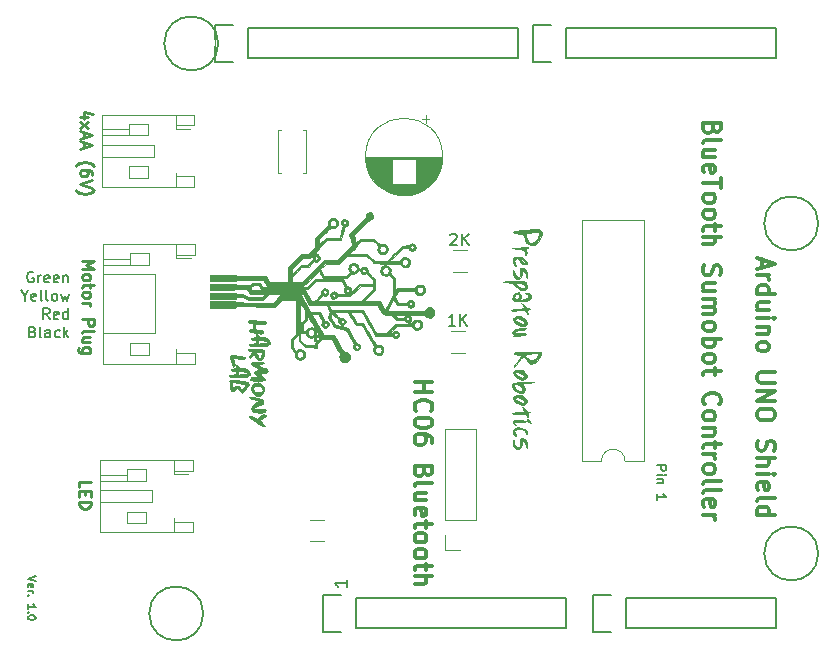
<source format=gto>
G04 #@! TF.GenerationSoftware,KiCad,Pcbnew,5.0.0-fee4fd1~66~ubuntu18.04.1*
G04 #@! TF.CreationDate,2018-08-21T18:43:40-07:00*
G04 #@! TF.ProjectId,L293D BlueTooth UNO Shield,4C3239334420426C7565546F6F746820,rev?*
G04 #@! TF.SameCoordinates,Original*
G04 #@! TF.FileFunction,Legend,Top*
G04 #@! TF.FilePolarity,Positive*
%FSLAX46Y46*%
G04 Gerber Fmt 4.6, Leading zero omitted, Abs format (unit mm)*
G04 Created by KiCad (PCBNEW 5.0.0-fee4fd1~66~ubuntu18.04.1) date Tue Aug 21 18:43:40 2018*
%MOMM*%
%LPD*%
G01*
G04 APERTURE LIST*
%ADD10C,0.300000*%
%ADD11C,0.162500*%
%ADD12C,0.200000*%
%ADD13C,0.250000*%
%ADD14C,0.150000*%
%ADD15C,0.120000*%
%ADD16C,0.010000*%
%ADD17O,1.727200X2.032000*%
%ADD18C,4.064000*%
%ADD19R,1.600000X1.600000*%
%ADD20O,1.600000X1.600000*%
%ADD21C,1.600000*%
%ADD22R,1.700000X1.700000*%
%ADD23O,1.700000X1.700000*%
%ADD24R,1.750000X1.200000*%
%ADD25O,1.750000X1.200000*%
%ADD26C,0.100000*%
%ADD27C,1.425000*%
G04 APERTURE END LIST*
D10*
X170388742Y-82769514D02*
X170317314Y-82983800D01*
X170245885Y-83055228D01*
X170103028Y-83126657D01*
X169888742Y-83126657D01*
X169745885Y-83055228D01*
X169674457Y-82983800D01*
X169603028Y-82840942D01*
X169603028Y-82269514D01*
X171103028Y-82269514D01*
X171103028Y-82769514D01*
X171031600Y-82912371D01*
X170960171Y-82983800D01*
X170817314Y-83055228D01*
X170674457Y-83055228D01*
X170531600Y-82983800D01*
X170460171Y-82912371D01*
X170388742Y-82769514D01*
X170388742Y-82269514D01*
X169603028Y-83983800D02*
X169674457Y-83840942D01*
X169817314Y-83769514D01*
X171103028Y-83769514D01*
X170603028Y-85198085D02*
X169603028Y-85198085D01*
X170603028Y-84555228D02*
X169817314Y-84555228D01*
X169674457Y-84626657D01*
X169603028Y-84769514D01*
X169603028Y-84983800D01*
X169674457Y-85126657D01*
X169745885Y-85198085D01*
X169674457Y-86483800D02*
X169603028Y-86340942D01*
X169603028Y-86055228D01*
X169674457Y-85912371D01*
X169817314Y-85840942D01*
X170388742Y-85840942D01*
X170531600Y-85912371D01*
X170603028Y-86055228D01*
X170603028Y-86340942D01*
X170531600Y-86483800D01*
X170388742Y-86555228D01*
X170245885Y-86555228D01*
X170103028Y-85840942D01*
X171103028Y-86983800D02*
X171103028Y-87840942D01*
X169603028Y-87412371D02*
X171103028Y-87412371D01*
X169603028Y-88555228D02*
X169674457Y-88412371D01*
X169745885Y-88340942D01*
X169888742Y-88269514D01*
X170317314Y-88269514D01*
X170460171Y-88340942D01*
X170531600Y-88412371D01*
X170603028Y-88555228D01*
X170603028Y-88769514D01*
X170531600Y-88912371D01*
X170460171Y-88983800D01*
X170317314Y-89055228D01*
X169888742Y-89055228D01*
X169745885Y-88983800D01*
X169674457Y-88912371D01*
X169603028Y-88769514D01*
X169603028Y-88555228D01*
X169603028Y-89912371D02*
X169674457Y-89769514D01*
X169745885Y-89698085D01*
X169888742Y-89626657D01*
X170317314Y-89626657D01*
X170460171Y-89698085D01*
X170531600Y-89769514D01*
X170603028Y-89912371D01*
X170603028Y-90126657D01*
X170531600Y-90269514D01*
X170460171Y-90340942D01*
X170317314Y-90412371D01*
X169888742Y-90412371D01*
X169745885Y-90340942D01*
X169674457Y-90269514D01*
X169603028Y-90126657D01*
X169603028Y-89912371D01*
X170603028Y-90840942D02*
X170603028Y-91412371D01*
X171103028Y-91055228D02*
X169817314Y-91055228D01*
X169674457Y-91126657D01*
X169603028Y-91269514D01*
X169603028Y-91412371D01*
X169603028Y-91912371D02*
X171103028Y-91912371D01*
X169603028Y-92555228D02*
X170388742Y-92555228D01*
X170531600Y-92483800D01*
X170603028Y-92340942D01*
X170603028Y-92126657D01*
X170531600Y-91983800D01*
X170460171Y-91912371D01*
X169674457Y-94340942D02*
X169603028Y-94555228D01*
X169603028Y-94912371D01*
X169674457Y-95055228D01*
X169745885Y-95126657D01*
X169888742Y-95198085D01*
X170031600Y-95198085D01*
X170174457Y-95126657D01*
X170245885Y-95055228D01*
X170317314Y-94912371D01*
X170388742Y-94626657D01*
X170460171Y-94483800D01*
X170531600Y-94412371D01*
X170674457Y-94340942D01*
X170817314Y-94340942D01*
X170960171Y-94412371D01*
X171031600Y-94483800D01*
X171103028Y-94626657D01*
X171103028Y-94983800D01*
X171031600Y-95198085D01*
X170603028Y-96483800D02*
X169603028Y-96483800D01*
X170603028Y-95840942D02*
X169817314Y-95840942D01*
X169674457Y-95912371D01*
X169603028Y-96055228D01*
X169603028Y-96269514D01*
X169674457Y-96412371D01*
X169745885Y-96483800D01*
X169603028Y-97198085D02*
X170603028Y-97198085D01*
X170460171Y-97198085D02*
X170531600Y-97269514D01*
X170603028Y-97412371D01*
X170603028Y-97626657D01*
X170531600Y-97769514D01*
X170388742Y-97840942D01*
X169603028Y-97840942D01*
X170388742Y-97840942D02*
X170531600Y-97912371D01*
X170603028Y-98055228D01*
X170603028Y-98269514D01*
X170531600Y-98412371D01*
X170388742Y-98483800D01*
X169603028Y-98483800D01*
X169603028Y-99412371D02*
X169674457Y-99269514D01*
X169745885Y-99198085D01*
X169888742Y-99126657D01*
X170317314Y-99126657D01*
X170460171Y-99198085D01*
X170531600Y-99269514D01*
X170603028Y-99412371D01*
X170603028Y-99626657D01*
X170531600Y-99769514D01*
X170460171Y-99840942D01*
X170317314Y-99912371D01*
X169888742Y-99912371D01*
X169745885Y-99840942D01*
X169674457Y-99769514D01*
X169603028Y-99626657D01*
X169603028Y-99412371D01*
X169603028Y-100555228D02*
X171103028Y-100555228D01*
X170531600Y-100555228D02*
X170603028Y-100698085D01*
X170603028Y-100983800D01*
X170531600Y-101126657D01*
X170460171Y-101198085D01*
X170317314Y-101269514D01*
X169888742Y-101269514D01*
X169745885Y-101198085D01*
X169674457Y-101126657D01*
X169603028Y-100983800D01*
X169603028Y-100698085D01*
X169674457Y-100555228D01*
X169603028Y-102126657D02*
X169674457Y-101983800D01*
X169745885Y-101912371D01*
X169888742Y-101840942D01*
X170317314Y-101840942D01*
X170460171Y-101912371D01*
X170531600Y-101983800D01*
X170603028Y-102126657D01*
X170603028Y-102340942D01*
X170531600Y-102483800D01*
X170460171Y-102555228D01*
X170317314Y-102626657D01*
X169888742Y-102626657D01*
X169745885Y-102555228D01*
X169674457Y-102483800D01*
X169603028Y-102340942D01*
X169603028Y-102126657D01*
X170603028Y-103055228D02*
X170603028Y-103626657D01*
X171103028Y-103269514D02*
X169817314Y-103269514D01*
X169674457Y-103340942D01*
X169603028Y-103483800D01*
X169603028Y-103626657D01*
X169745885Y-106126657D02*
X169674457Y-106055228D01*
X169603028Y-105840942D01*
X169603028Y-105698085D01*
X169674457Y-105483800D01*
X169817314Y-105340942D01*
X169960171Y-105269514D01*
X170245885Y-105198085D01*
X170460171Y-105198085D01*
X170745885Y-105269514D01*
X170888742Y-105340942D01*
X171031600Y-105483800D01*
X171103028Y-105698085D01*
X171103028Y-105840942D01*
X171031600Y-106055228D01*
X170960171Y-106126657D01*
X169603028Y-106983800D02*
X169674457Y-106840942D01*
X169745885Y-106769514D01*
X169888742Y-106698085D01*
X170317314Y-106698085D01*
X170460171Y-106769514D01*
X170531600Y-106840942D01*
X170603028Y-106983800D01*
X170603028Y-107198085D01*
X170531600Y-107340942D01*
X170460171Y-107412371D01*
X170317314Y-107483800D01*
X169888742Y-107483800D01*
X169745885Y-107412371D01*
X169674457Y-107340942D01*
X169603028Y-107198085D01*
X169603028Y-106983800D01*
X170603028Y-108126657D02*
X169603028Y-108126657D01*
X170460171Y-108126657D02*
X170531600Y-108198085D01*
X170603028Y-108340942D01*
X170603028Y-108555228D01*
X170531600Y-108698085D01*
X170388742Y-108769514D01*
X169603028Y-108769514D01*
X170603028Y-109269514D02*
X170603028Y-109840942D01*
X171103028Y-109483800D02*
X169817314Y-109483800D01*
X169674457Y-109555228D01*
X169603028Y-109698085D01*
X169603028Y-109840942D01*
X169603028Y-110340942D02*
X170603028Y-110340942D01*
X170317314Y-110340942D02*
X170460171Y-110412371D01*
X170531600Y-110483800D01*
X170603028Y-110626657D01*
X170603028Y-110769514D01*
X169603028Y-111483800D02*
X169674457Y-111340942D01*
X169745885Y-111269514D01*
X169888742Y-111198085D01*
X170317314Y-111198085D01*
X170460171Y-111269514D01*
X170531600Y-111340942D01*
X170603028Y-111483800D01*
X170603028Y-111698085D01*
X170531600Y-111840942D01*
X170460171Y-111912371D01*
X170317314Y-111983800D01*
X169888742Y-111983800D01*
X169745885Y-111912371D01*
X169674457Y-111840942D01*
X169603028Y-111698085D01*
X169603028Y-111483800D01*
X169603028Y-112840942D02*
X169674457Y-112698085D01*
X169817314Y-112626657D01*
X171103028Y-112626657D01*
X169603028Y-113626657D02*
X169674457Y-113483800D01*
X169817314Y-113412371D01*
X171103028Y-113412371D01*
X169674457Y-114769514D02*
X169603028Y-114626657D01*
X169603028Y-114340942D01*
X169674457Y-114198085D01*
X169817314Y-114126657D01*
X170388742Y-114126657D01*
X170531600Y-114198085D01*
X170603028Y-114340942D01*
X170603028Y-114626657D01*
X170531600Y-114769514D01*
X170388742Y-114840942D01*
X170245885Y-114840942D01*
X170103028Y-114126657D01*
X169603028Y-115483800D02*
X170603028Y-115483800D01*
X170317314Y-115483800D02*
X170460171Y-115555228D01*
X170531600Y-115626657D01*
X170603028Y-115769514D01*
X170603028Y-115912371D01*
X174590900Y-93841657D02*
X174590900Y-94555942D01*
X174162328Y-93698800D02*
X175662328Y-94198800D01*
X174162328Y-94698800D01*
X174162328Y-95198800D02*
X175162328Y-95198800D01*
X174876614Y-95198800D02*
X175019471Y-95270228D01*
X175090900Y-95341657D01*
X175162328Y-95484514D01*
X175162328Y-95627371D01*
X174162328Y-96770228D02*
X175662328Y-96770228D01*
X174233757Y-96770228D02*
X174162328Y-96627371D01*
X174162328Y-96341657D01*
X174233757Y-96198800D01*
X174305185Y-96127371D01*
X174448042Y-96055942D01*
X174876614Y-96055942D01*
X175019471Y-96127371D01*
X175090900Y-96198800D01*
X175162328Y-96341657D01*
X175162328Y-96627371D01*
X175090900Y-96770228D01*
X175162328Y-98127371D02*
X174162328Y-98127371D01*
X175162328Y-97484514D02*
X174376614Y-97484514D01*
X174233757Y-97555942D01*
X174162328Y-97698800D01*
X174162328Y-97913085D01*
X174233757Y-98055942D01*
X174305185Y-98127371D01*
X174162328Y-98841657D02*
X175162328Y-98841657D01*
X175662328Y-98841657D02*
X175590900Y-98770228D01*
X175519471Y-98841657D01*
X175590900Y-98913085D01*
X175662328Y-98841657D01*
X175519471Y-98841657D01*
X175162328Y-99555942D02*
X174162328Y-99555942D01*
X175019471Y-99555942D02*
X175090900Y-99627371D01*
X175162328Y-99770228D01*
X175162328Y-99984514D01*
X175090900Y-100127371D01*
X174948042Y-100198800D01*
X174162328Y-100198800D01*
X174162328Y-101127371D02*
X174233757Y-100984514D01*
X174305185Y-100913085D01*
X174448042Y-100841657D01*
X174876614Y-100841657D01*
X175019471Y-100913085D01*
X175090900Y-100984514D01*
X175162328Y-101127371D01*
X175162328Y-101341657D01*
X175090900Y-101484514D01*
X175019471Y-101555942D01*
X174876614Y-101627371D01*
X174448042Y-101627371D01*
X174305185Y-101555942D01*
X174233757Y-101484514D01*
X174162328Y-101341657D01*
X174162328Y-101127371D01*
X175662328Y-103413085D02*
X174448042Y-103413085D01*
X174305185Y-103484514D01*
X174233757Y-103555942D01*
X174162328Y-103698800D01*
X174162328Y-103984514D01*
X174233757Y-104127371D01*
X174305185Y-104198800D01*
X174448042Y-104270228D01*
X175662328Y-104270228D01*
X174162328Y-104984514D02*
X175662328Y-104984514D01*
X174162328Y-105841657D01*
X175662328Y-105841657D01*
X175662328Y-106841657D02*
X175662328Y-107127371D01*
X175590900Y-107270228D01*
X175448042Y-107413085D01*
X175162328Y-107484514D01*
X174662328Y-107484514D01*
X174376614Y-107413085D01*
X174233757Y-107270228D01*
X174162328Y-107127371D01*
X174162328Y-106841657D01*
X174233757Y-106698800D01*
X174376614Y-106555942D01*
X174662328Y-106484514D01*
X175162328Y-106484514D01*
X175448042Y-106555942D01*
X175590900Y-106698800D01*
X175662328Y-106841657D01*
X174233757Y-109198800D02*
X174162328Y-109413085D01*
X174162328Y-109770228D01*
X174233757Y-109913085D01*
X174305185Y-109984514D01*
X174448042Y-110055942D01*
X174590900Y-110055942D01*
X174733757Y-109984514D01*
X174805185Y-109913085D01*
X174876614Y-109770228D01*
X174948042Y-109484514D01*
X175019471Y-109341657D01*
X175090900Y-109270228D01*
X175233757Y-109198800D01*
X175376614Y-109198800D01*
X175519471Y-109270228D01*
X175590900Y-109341657D01*
X175662328Y-109484514D01*
X175662328Y-109841657D01*
X175590900Y-110055942D01*
X174162328Y-110698800D02*
X175662328Y-110698800D01*
X174162328Y-111341657D02*
X174948042Y-111341657D01*
X175090900Y-111270228D01*
X175162328Y-111127371D01*
X175162328Y-110913085D01*
X175090900Y-110770228D01*
X175019471Y-110698800D01*
X174162328Y-112055942D02*
X175162328Y-112055942D01*
X175662328Y-112055942D02*
X175590900Y-111984514D01*
X175519471Y-112055942D01*
X175590900Y-112127371D01*
X175662328Y-112055942D01*
X175519471Y-112055942D01*
X174233757Y-113341657D02*
X174162328Y-113198800D01*
X174162328Y-112913085D01*
X174233757Y-112770228D01*
X174376614Y-112698800D01*
X174948042Y-112698800D01*
X175090900Y-112770228D01*
X175162328Y-112913085D01*
X175162328Y-113198800D01*
X175090900Y-113341657D01*
X174948042Y-113413085D01*
X174805185Y-113413085D01*
X174662328Y-112698800D01*
X174162328Y-114270228D02*
X174233757Y-114127371D01*
X174376614Y-114055942D01*
X175662328Y-114055942D01*
X174162328Y-115484514D02*
X175662328Y-115484514D01*
X174233757Y-115484514D02*
X174162328Y-115341657D01*
X174162328Y-115055942D01*
X174233757Y-114913085D01*
X174305185Y-114841657D01*
X174448042Y-114770228D01*
X174876614Y-114770228D01*
X175019471Y-114841657D01*
X175090900Y-114913085D01*
X175162328Y-115055942D01*
X175162328Y-115341657D01*
X175090900Y-115484514D01*
D11*
X113055752Y-120682380D02*
X112405752Y-120899047D01*
X113055752Y-121115714D01*
X112436704Y-121580000D02*
X112405752Y-121518095D01*
X112405752Y-121394285D01*
X112436704Y-121332380D01*
X112498609Y-121301428D01*
X112746228Y-121301428D01*
X112808133Y-121332380D01*
X112839085Y-121394285D01*
X112839085Y-121518095D01*
X112808133Y-121580000D01*
X112746228Y-121610952D01*
X112684323Y-121610952D01*
X112622419Y-121301428D01*
X112405752Y-121889523D02*
X112839085Y-121889523D01*
X112715276Y-121889523D02*
X112777180Y-121920476D01*
X112808133Y-121951428D01*
X112839085Y-122013333D01*
X112839085Y-122075238D01*
X112467657Y-122291904D02*
X112436704Y-122322857D01*
X112405752Y-122291904D01*
X112436704Y-122260952D01*
X112467657Y-122291904D01*
X112405752Y-122291904D01*
X112405752Y-123437142D02*
X112405752Y-123065714D01*
X112405752Y-123251428D02*
X113055752Y-123251428D01*
X112962895Y-123189523D01*
X112900990Y-123127619D01*
X112870038Y-123065714D01*
X112467657Y-123715714D02*
X112436704Y-123746666D01*
X112405752Y-123715714D01*
X112436704Y-123684761D01*
X112467657Y-123715714D01*
X112405752Y-123715714D01*
X113055752Y-124149047D02*
X113055752Y-124210952D01*
X113024800Y-124272857D01*
X112993847Y-124303809D01*
X112931942Y-124334761D01*
X112808133Y-124365714D01*
X112653371Y-124365714D01*
X112529561Y-124334761D01*
X112467657Y-124303809D01*
X112436704Y-124272857D01*
X112405752Y-124210952D01*
X112405752Y-124149047D01*
X112436704Y-124087142D01*
X112467657Y-124056190D01*
X112529561Y-124025238D01*
X112653371Y-123994285D01*
X112808133Y-123994285D01*
X112931942Y-124025238D01*
X112993847Y-124056190D01*
X113024800Y-124087142D01*
X113055752Y-124149047D01*
D12*
X165652495Y-111264880D02*
X166452495Y-111264880D01*
X166452495Y-111569642D01*
X166414400Y-111645833D01*
X166376304Y-111683928D01*
X166300114Y-111722023D01*
X166185828Y-111722023D01*
X166109638Y-111683928D01*
X166071542Y-111645833D01*
X166033447Y-111569642D01*
X166033447Y-111264880D01*
X165652495Y-112064880D02*
X166185828Y-112064880D01*
X166452495Y-112064880D02*
X166414400Y-112026785D01*
X166376304Y-112064880D01*
X166414400Y-112102976D01*
X166452495Y-112064880D01*
X166376304Y-112064880D01*
X166185828Y-112445833D02*
X165652495Y-112445833D01*
X166109638Y-112445833D02*
X166147733Y-112483928D01*
X166185828Y-112560119D01*
X166185828Y-112674404D01*
X166147733Y-112750595D01*
X166071542Y-112788690D01*
X165652495Y-112788690D01*
X165652495Y-114198214D02*
X165652495Y-113741071D01*
X165652495Y-113969642D02*
X166452495Y-113969642D01*
X166338209Y-113893452D01*
X166262019Y-113817261D01*
X166223923Y-113741071D01*
D13*
X116743219Y-113136442D02*
X116743219Y-112660252D01*
X117743219Y-112660252D01*
X117267028Y-113469776D02*
X117267028Y-113803109D01*
X116743219Y-113945966D02*
X116743219Y-113469776D01*
X117743219Y-113469776D01*
X117743219Y-113945966D01*
X116743219Y-114374538D02*
X117743219Y-114374538D01*
X117743219Y-114612633D01*
X117695600Y-114755490D01*
X117600361Y-114850728D01*
X117505123Y-114898347D01*
X117314647Y-114945966D01*
X117171790Y-114945966D01*
X116981314Y-114898347D01*
X116886076Y-114850728D01*
X116790838Y-114755490D01*
X116743219Y-114612633D01*
X116743219Y-114374538D01*
D12*
X112870228Y-94938800D02*
X112784514Y-94895942D01*
X112655942Y-94895942D01*
X112527371Y-94938800D01*
X112441657Y-95024514D01*
X112398800Y-95110228D01*
X112355942Y-95281657D01*
X112355942Y-95410228D01*
X112398800Y-95581657D01*
X112441657Y-95667371D01*
X112527371Y-95753085D01*
X112655942Y-95795942D01*
X112741657Y-95795942D01*
X112870228Y-95753085D01*
X112913085Y-95710228D01*
X112913085Y-95410228D01*
X112741657Y-95410228D01*
X113298800Y-95795942D02*
X113298800Y-95195942D01*
X113298800Y-95367371D02*
X113341657Y-95281657D01*
X113384514Y-95238800D01*
X113470228Y-95195942D01*
X113555942Y-95195942D01*
X114198800Y-95753085D02*
X114113085Y-95795942D01*
X113941657Y-95795942D01*
X113855942Y-95753085D01*
X113813085Y-95667371D01*
X113813085Y-95324514D01*
X113855942Y-95238800D01*
X113941657Y-95195942D01*
X114113085Y-95195942D01*
X114198800Y-95238800D01*
X114241657Y-95324514D01*
X114241657Y-95410228D01*
X113813085Y-95495942D01*
X114970228Y-95753085D02*
X114884514Y-95795942D01*
X114713085Y-95795942D01*
X114627371Y-95753085D01*
X114584514Y-95667371D01*
X114584514Y-95324514D01*
X114627371Y-95238800D01*
X114713085Y-95195942D01*
X114884514Y-95195942D01*
X114970228Y-95238800D01*
X115013085Y-95324514D01*
X115013085Y-95410228D01*
X114584514Y-95495942D01*
X115398800Y-95195942D02*
X115398800Y-95795942D01*
X115398800Y-95281657D02*
X115441657Y-95238800D01*
X115527371Y-95195942D01*
X115655942Y-95195942D01*
X115741657Y-95238800D01*
X115784514Y-95324514D01*
X115784514Y-95795942D01*
X112141657Y-96917371D02*
X112141657Y-97345942D01*
X111841657Y-96445942D02*
X112141657Y-96917371D01*
X112441657Y-96445942D01*
X113084514Y-97303085D02*
X112998800Y-97345942D01*
X112827371Y-97345942D01*
X112741657Y-97303085D01*
X112698800Y-97217371D01*
X112698800Y-96874514D01*
X112741657Y-96788800D01*
X112827371Y-96745942D01*
X112998800Y-96745942D01*
X113084514Y-96788800D01*
X113127371Y-96874514D01*
X113127371Y-96960228D01*
X112698800Y-97045942D01*
X113641657Y-97345942D02*
X113555942Y-97303085D01*
X113513085Y-97217371D01*
X113513085Y-96445942D01*
X114113085Y-97345942D02*
X114027371Y-97303085D01*
X113984514Y-97217371D01*
X113984514Y-96445942D01*
X114584514Y-97345942D02*
X114498800Y-97303085D01*
X114455942Y-97260228D01*
X114413085Y-97174514D01*
X114413085Y-96917371D01*
X114455942Y-96831657D01*
X114498800Y-96788800D01*
X114584514Y-96745942D01*
X114713085Y-96745942D01*
X114798800Y-96788800D01*
X114841657Y-96831657D01*
X114884514Y-96917371D01*
X114884514Y-97174514D01*
X114841657Y-97260228D01*
X114798800Y-97303085D01*
X114713085Y-97345942D01*
X114584514Y-97345942D01*
X115184514Y-96745942D02*
X115355942Y-97345942D01*
X115527371Y-96917371D01*
X115698800Y-97345942D01*
X115870228Y-96745942D01*
X114241657Y-98895942D02*
X113941657Y-98467371D01*
X113727371Y-98895942D02*
X113727371Y-97995942D01*
X114070228Y-97995942D01*
X114155942Y-98038800D01*
X114198800Y-98081657D01*
X114241657Y-98167371D01*
X114241657Y-98295942D01*
X114198800Y-98381657D01*
X114155942Y-98424514D01*
X114070228Y-98467371D01*
X113727371Y-98467371D01*
X114970228Y-98853085D02*
X114884514Y-98895942D01*
X114713085Y-98895942D01*
X114627371Y-98853085D01*
X114584514Y-98767371D01*
X114584514Y-98424514D01*
X114627371Y-98338800D01*
X114713085Y-98295942D01*
X114884514Y-98295942D01*
X114970228Y-98338800D01*
X115013085Y-98424514D01*
X115013085Y-98510228D01*
X114584514Y-98595942D01*
X115784514Y-98895942D02*
X115784514Y-97995942D01*
X115784514Y-98853085D02*
X115698800Y-98895942D01*
X115527371Y-98895942D01*
X115441657Y-98853085D01*
X115398800Y-98810228D01*
X115355942Y-98724514D01*
X115355942Y-98467371D01*
X115398800Y-98381657D01*
X115441657Y-98338800D01*
X115527371Y-98295942D01*
X115698800Y-98295942D01*
X115784514Y-98338800D01*
X112827371Y-99974514D02*
X112955942Y-100017371D01*
X112998800Y-100060228D01*
X113041657Y-100145942D01*
X113041657Y-100274514D01*
X112998800Y-100360228D01*
X112955942Y-100403085D01*
X112870228Y-100445942D01*
X112527371Y-100445942D01*
X112527371Y-99545942D01*
X112827371Y-99545942D01*
X112913085Y-99588800D01*
X112955942Y-99631657D01*
X112998800Y-99717371D01*
X112998800Y-99803085D01*
X112955942Y-99888800D01*
X112913085Y-99931657D01*
X112827371Y-99974514D01*
X112527371Y-99974514D01*
X113555942Y-100445942D02*
X113470228Y-100403085D01*
X113427371Y-100317371D01*
X113427371Y-99545942D01*
X114284514Y-100445942D02*
X114284514Y-99974514D01*
X114241657Y-99888800D01*
X114155942Y-99845942D01*
X113984514Y-99845942D01*
X113898800Y-99888800D01*
X114284514Y-100403085D02*
X114198800Y-100445942D01*
X113984514Y-100445942D01*
X113898800Y-100403085D01*
X113855942Y-100317371D01*
X113855942Y-100231657D01*
X113898800Y-100145942D01*
X113984514Y-100103085D01*
X114198800Y-100103085D01*
X114284514Y-100060228D01*
X115098800Y-100403085D02*
X115013085Y-100445942D01*
X114841657Y-100445942D01*
X114755942Y-100403085D01*
X114713085Y-100360228D01*
X114670228Y-100274514D01*
X114670228Y-100017371D01*
X114713085Y-99931657D01*
X114755942Y-99888800D01*
X114841657Y-99845942D01*
X115013085Y-99845942D01*
X115098800Y-99888800D01*
X115484514Y-100445942D02*
X115484514Y-99545942D01*
X115570228Y-100103085D02*
X115827371Y-100445942D01*
X115827371Y-99845942D02*
X115484514Y-100188800D01*
D13*
X117022619Y-93997947D02*
X118022619Y-93997947D01*
X117308333Y-94331280D01*
X118022619Y-94664614D01*
X117022619Y-94664614D01*
X117022619Y-95283661D02*
X117070238Y-95188423D01*
X117117857Y-95140804D01*
X117213095Y-95093185D01*
X117498809Y-95093185D01*
X117594047Y-95140804D01*
X117641666Y-95188423D01*
X117689285Y-95283661D01*
X117689285Y-95426519D01*
X117641666Y-95521757D01*
X117594047Y-95569376D01*
X117498809Y-95616995D01*
X117213095Y-95616995D01*
X117117857Y-95569376D01*
X117070238Y-95521757D01*
X117022619Y-95426519D01*
X117022619Y-95283661D01*
X117689285Y-95902709D02*
X117689285Y-96283661D01*
X118022619Y-96045566D02*
X117165476Y-96045566D01*
X117070238Y-96093185D01*
X117022619Y-96188423D01*
X117022619Y-96283661D01*
X117022619Y-96759852D02*
X117070238Y-96664614D01*
X117117857Y-96616995D01*
X117213095Y-96569376D01*
X117498809Y-96569376D01*
X117594047Y-96616995D01*
X117641666Y-96664614D01*
X117689285Y-96759852D01*
X117689285Y-96902709D01*
X117641666Y-96997947D01*
X117594047Y-97045566D01*
X117498809Y-97093185D01*
X117213095Y-97093185D01*
X117117857Y-97045566D01*
X117070238Y-96997947D01*
X117022619Y-96902709D01*
X117022619Y-96759852D01*
X117022619Y-97521757D02*
X117689285Y-97521757D01*
X117498809Y-97521757D02*
X117594047Y-97569376D01*
X117641666Y-97616995D01*
X117689285Y-97712233D01*
X117689285Y-97807471D01*
X117022619Y-98902709D02*
X118022619Y-98902709D01*
X118022619Y-99283661D01*
X117975000Y-99378900D01*
X117927380Y-99426519D01*
X117832142Y-99474138D01*
X117689285Y-99474138D01*
X117594047Y-99426519D01*
X117546428Y-99378900D01*
X117498809Y-99283661D01*
X117498809Y-98902709D01*
X117022619Y-100045566D02*
X117070238Y-99950328D01*
X117165476Y-99902709D01*
X118022619Y-99902709D01*
X117689285Y-100855090D02*
X117022619Y-100855090D01*
X117689285Y-100426519D02*
X117165476Y-100426519D01*
X117070238Y-100474138D01*
X117022619Y-100569376D01*
X117022619Y-100712233D01*
X117070238Y-100807471D01*
X117117857Y-100855090D01*
X117689285Y-101759852D02*
X116879761Y-101759852D01*
X116784523Y-101712233D01*
X116736904Y-101664614D01*
X116689285Y-101569376D01*
X116689285Y-101426519D01*
X116736904Y-101331280D01*
X117070238Y-101759852D02*
X117022619Y-101664614D01*
X117022619Y-101474138D01*
X117070238Y-101378900D01*
X117117857Y-101331280D01*
X117213095Y-101283661D01*
X117498809Y-101283661D01*
X117594047Y-101331280D01*
X117641666Y-101378900D01*
X117689285Y-101474138D01*
X117689285Y-101664614D01*
X117641666Y-101759852D01*
X117511485Y-81812190D02*
X116844819Y-81812190D01*
X117892438Y-81574095D02*
X117178152Y-81336000D01*
X117178152Y-81955047D01*
X116844819Y-82240761D02*
X117511485Y-82764571D01*
X117511485Y-82240761D02*
X116844819Y-82764571D01*
X117130533Y-83097904D02*
X117130533Y-83574095D01*
X116844819Y-83002666D02*
X117844819Y-83336000D01*
X116844819Y-83669333D01*
X117130533Y-83955047D02*
X117130533Y-84431238D01*
X116844819Y-83859809D02*
X117844819Y-84193142D01*
X116844819Y-84526476D01*
X116463866Y-85907428D02*
X116511485Y-85859809D01*
X116654342Y-85764571D01*
X116749580Y-85716952D01*
X116892438Y-85669333D01*
X117130533Y-85621714D01*
X117321009Y-85621714D01*
X117559104Y-85669333D01*
X117701961Y-85716952D01*
X117797200Y-85764571D01*
X117940057Y-85859809D01*
X117987676Y-85907428D01*
X117844819Y-86716952D02*
X117844819Y-86526476D01*
X117797200Y-86431238D01*
X117749580Y-86383619D01*
X117606723Y-86288380D01*
X117416247Y-86240761D01*
X117035295Y-86240761D01*
X116940057Y-86288380D01*
X116892438Y-86336000D01*
X116844819Y-86431238D01*
X116844819Y-86621714D01*
X116892438Y-86716952D01*
X116940057Y-86764571D01*
X117035295Y-86812190D01*
X117273390Y-86812190D01*
X117368628Y-86764571D01*
X117416247Y-86716952D01*
X117463866Y-86621714D01*
X117463866Y-86431238D01*
X117416247Y-86336000D01*
X117368628Y-86288380D01*
X117273390Y-86240761D01*
X117844819Y-87097904D02*
X116844819Y-87431238D01*
X117844819Y-87764571D01*
X116463866Y-88002666D02*
X116511485Y-88050285D01*
X116654342Y-88145523D01*
X116749580Y-88193142D01*
X116892438Y-88240761D01*
X117130533Y-88288380D01*
X117321009Y-88288380D01*
X117559104Y-88240761D01*
X117701961Y-88193142D01*
X117797200Y-88145523D01*
X117940057Y-88050285D01*
X117987676Y-88002666D01*
D10*
X145155528Y-104240285D02*
X146655528Y-104240285D01*
X145941242Y-104240285D02*
X145941242Y-105097428D01*
X145155528Y-105097428D02*
X146655528Y-105097428D01*
X145298385Y-106668857D02*
X145226957Y-106597428D01*
X145155528Y-106383142D01*
X145155528Y-106240285D01*
X145226957Y-106026000D01*
X145369814Y-105883142D01*
X145512671Y-105811714D01*
X145798385Y-105740285D01*
X146012671Y-105740285D01*
X146298385Y-105811714D01*
X146441242Y-105883142D01*
X146584100Y-106026000D01*
X146655528Y-106240285D01*
X146655528Y-106383142D01*
X146584100Y-106597428D01*
X146512671Y-106668857D01*
X146655528Y-107597428D02*
X146655528Y-107740285D01*
X146584100Y-107883142D01*
X146512671Y-107954571D01*
X146369814Y-108026000D01*
X146084100Y-108097428D01*
X145726957Y-108097428D01*
X145441242Y-108026000D01*
X145298385Y-107954571D01*
X145226957Y-107883142D01*
X145155528Y-107740285D01*
X145155528Y-107597428D01*
X145226957Y-107454571D01*
X145298385Y-107383142D01*
X145441242Y-107311714D01*
X145726957Y-107240285D01*
X146084100Y-107240285D01*
X146369814Y-107311714D01*
X146512671Y-107383142D01*
X146584100Y-107454571D01*
X146655528Y-107597428D01*
X146655528Y-109383142D02*
X146655528Y-109097428D01*
X146584100Y-108954571D01*
X146512671Y-108883142D01*
X146298385Y-108740285D01*
X146012671Y-108668857D01*
X145441242Y-108668857D01*
X145298385Y-108740285D01*
X145226957Y-108811714D01*
X145155528Y-108954571D01*
X145155528Y-109240285D01*
X145226957Y-109383142D01*
X145298385Y-109454571D01*
X145441242Y-109526000D01*
X145798385Y-109526000D01*
X145941242Y-109454571D01*
X146012671Y-109383142D01*
X146084100Y-109240285D01*
X146084100Y-108954571D01*
X146012671Y-108811714D01*
X145941242Y-108740285D01*
X145798385Y-108668857D01*
X145941242Y-111811714D02*
X145869814Y-112026000D01*
X145798385Y-112097428D01*
X145655528Y-112168857D01*
X145441242Y-112168857D01*
X145298385Y-112097428D01*
X145226957Y-112026000D01*
X145155528Y-111883142D01*
X145155528Y-111311714D01*
X146655528Y-111311714D01*
X146655528Y-111811714D01*
X146584100Y-111954571D01*
X146512671Y-112026000D01*
X146369814Y-112097428D01*
X146226957Y-112097428D01*
X146084100Y-112026000D01*
X146012671Y-111954571D01*
X145941242Y-111811714D01*
X145941242Y-111311714D01*
X145155528Y-113026000D02*
X145226957Y-112883142D01*
X145369814Y-112811714D01*
X146655528Y-112811714D01*
X146155528Y-114240285D02*
X145155528Y-114240285D01*
X146155528Y-113597428D02*
X145369814Y-113597428D01*
X145226957Y-113668857D01*
X145155528Y-113811714D01*
X145155528Y-114026000D01*
X145226957Y-114168857D01*
X145298385Y-114240285D01*
X145226957Y-115526000D02*
X145155528Y-115383142D01*
X145155528Y-115097428D01*
X145226957Y-114954571D01*
X145369814Y-114883142D01*
X145941242Y-114883142D01*
X146084100Y-114954571D01*
X146155528Y-115097428D01*
X146155528Y-115383142D01*
X146084100Y-115526000D01*
X145941242Y-115597428D01*
X145798385Y-115597428D01*
X145655528Y-114883142D01*
X146155528Y-116026000D02*
X146155528Y-116597428D01*
X146655528Y-116240285D02*
X145369814Y-116240285D01*
X145226957Y-116311714D01*
X145155528Y-116454571D01*
X145155528Y-116597428D01*
X145155528Y-117311714D02*
X145226957Y-117168857D01*
X145298385Y-117097428D01*
X145441242Y-117026000D01*
X145869814Y-117026000D01*
X146012671Y-117097428D01*
X146084100Y-117168857D01*
X146155528Y-117311714D01*
X146155528Y-117526000D01*
X146084100Y-117668857D01*
X146012671Y-117740285D01*
X145869814Y-117811714D01*
X145441242Y-117811714D01*
X145298385Y-117740285D01*
X145226957Y-117668857D01*
X145155528Y-117526000D01*
X145155528Y-117311714D01*
X145155528Y-118668857D02*
X145226957Y-118526000D01*
X145298385Y-118454571D01*
X145441242Y-118383142D01*
X145869814Y-118383142D01*
X146012671Y-118454571D01*
X146084100Y-118526000D01*
X146155528Y-118668857D01*
X146155528Y-118883142D01*
X146084100Y-119026000D01*
X146012671Y-119097428D01*
X145869814Y-119168857D01*
X145441242Y-119168857D01*
X145298385Y-119097428D01*
X145226957Y-119026000D01*
X145155528Y-118883142D01*
X145155528Y-118668857D01*
X146155528Y-119597428D02*
X146155528Y-120168857D01*
X146655528Y-119811714D02*
X145369814Y-119811714D01*
X145226957Y-119883142D01*
X145155528Y-120026000D01*
X145155528Y-120168857D01*
X145155528Y-120668857D02*
X146655528Y-120668857D01*
X145155528Y-121311714D02*
X145941242Y-121311714D01*
X146084100Y-121240285D01*
X146155528Y-121097428D01*
X146155528Y-120883142D01*
X146084100Y-120740285D01*
X146012671Y-120668857D01*
D14*
X139390380Y-120999285D02*
X139390380Y-121570714D01*
X139390380Y-121285000D02*
X138390380Y-121285000D01*
X138533238Y-121380238D01*
X138628476Y-121475476D01*
X138676095Y-121570714D01*
G04 #@! TO.C,P1*
X140208000Y-125095000D02*
X157988000Y-125095000D01*
X157988000Y-125095000D02*
X157988000Y-122555000D01*
X157988000Y-122555000D02*
X140208000Y-122555000D01*
X137388000Y-125375000D02*
X138938000Y-125375000D01*
X140208000Y-125095000D02*
X140208000Y-122555000D01*
X138938000Y-122275000D02*
X137388000Y-122275000D01*
X137388000Y-122275000D02*
X137388000Y-125375000D01*
G04 #@! TO.C,P2*
X163068000Y-125095000D02*
X175768000Y-125095000D01*
X175768000Y-125095000D02*
X175768000Y-122555000D01*
X175768000Y-122555000D02*
X163068000Y-122555000D01*
X160248000Y-125375000D02*
X161798000Y-125375000D01*
X163068000Y-125095000D02*
X163068000Y-122555000D01*
X161798000Y-122275000D02*
X160248000Y-122275000D01*
X160248000Y-122275000D02*
X160248000Y-125375000D01*
G04 #@! TO.C,P3*
X131064000Y-76835000D02*
X153924000Y-76835000D01*
X153924000Y-76835000D02*
X153924000Y-74295000D01*
X153924000Y-74295000D02*
X131064000Y-74295000D01*
X128244000Y-77115000D02*
X129794000Y-77115000D01*
X131064000Y-76835000D02*
X131064000Y-74295000D01*
X129794000Y-74015000D02*
X128244000Y-74015000D01*
X128244000Y-74015000D02*
X128244000Y-77115000D01*
G04 #@! TO.C,P4*
X157988000Y-76835000D02*
X175768000Y-76835000D01*
X175768000Y-76835000D02*
X175768000Y-74295000D01*
X175768000Y-74295000D02*
X157988000Y-74295000D01*
X155168000Y-77115000D02*
X156718000Y-77115000D01*
X157988000Y-76835000D02*
X157988000Y-74295000D01*
X156718000Y-74015000D02*
X155168000Y-74015000D01*
X155168000Y-74015000D02*
X155168000Y-77115000D01*
G04 #@! TO.C,P5*
X127254000Y-123825000D02*
G75*
G03X127254000Y-123825000I-2286000J0D01*
G01*
G04 #@! TO.C,P6*
X179324000Y-118745000D02*
G75*
G03X179324000Y-118745000I-2286000J0D01*
G01*
G04 #@! TO.C,P7*
X128524000Y-75565000D02*
G75*
G03X128524000Y-75565000I-2286000J0D01*
G01*
G04 #@! TO.C,P8*
X179324000Y-90805000D02*
G75*
G03X179324000Y-90805000I-2286000J0D01*
G01*
D15*
G04 #@! TO.C,U1*
X160963100Y-110931000D02*
G75*
G02X162963100Y-110931000I1000000J0D01*
G01*
X162963100Y-110931000D02*
X164613100Y-110931000D01*
X164613100Y-110931000D02*
X164613100Y-90491000D01*
X164613100Y-90491000D02*
X159313100Y-90491000D01*
X159313100Y-90491000D02*
X159313100Y-110931000D01*
X159313100Y-110931000D02*
X160963100Y-110931000D01*
G04 #@! TO.C,C1*
X135955100Y-82919800D02*
X135955100Y-86559800D01*
X133615100Y-82919800D02*
X133615100Y-86559800D01*
X135955100Y-82919800D02*
X135710100Y-82919800D01*
X133860100Y-82919800D02*
X133615100Y-82919800D01*
X135955100Y-86559800D02*
X135710100Y-86559800D01*
X133860100Y-86559800D02*
X133615100Y-86559800D01*
G04 #@! TO.C,C2*
X147529300Y-85158900D02*
G75*
G03X147529300Y-85158900I-3270000J0D01*
G01*
X147489300Y-85158900D02*
X141029300Y-85158900D01*
X147489300Y-85198900D02*
X141029300Y-85198900D01*
X147489300Y-85238900D02*
X141029300Y-85238900D01*
X147487300Y-85278900D02*
X141031300Y-85278900D01*
X147486300Y-85318900D02*
X141032300Y-85318900D01*
X147483300Y-85358900D02*
X141035300Y-85358900D01*
X147481300Y-85398900D02*
X145299300Y-85398900D01*
X143219300Y-85398900D02*
X141037300Y-85398900D01*
X147477300Y-85438900D02*
X145299300Y-85438900D01*
X143219300Y-85438900D02*
X141041300Y-85438900D01*
X147474300Y-85478900D02*
X145299300Y-85478900D01*
X143219300Y-85478900D02*
X141044300Y-85478900D01*
X147470300Y-85518900D02*
X145299300Y-85518900D01*
X143219300Y-85518900D02*
X141048300Y-85518900D01*
X147465300Y-85558900D02*
X145299300Y-85558900D01*
X143219300Y-85558900D02*
X141053300Y-85558900D01*
X147460300Y-85598900D02*
X145299300Y-85598900D01*
X143219300Y-85598900D02*
X141058300Y-85598900D01*
X147454300Y-85638900D02*
X145299300Y-85638900D01*
X143219300Y-85638900D02*
X141064300Y-85638900D01*
X147448300Y-85678900D02*
X145299300Y-85678900D01*
X143219300Y-85678900D02*
X141070300Y-85678900D01*
X147441300Y-85718900D02*
X145299300Y-85718900D01*
X143219300Y-85718900D02*
X141077300Y-85718900D01*
X147434300Y-85758900D02*
X145299300Y-85758900D01*
X143219300Y-85758900D02*
X141084300Y-85758900D01*
X147426300Y-85798900D02*
X145299300Y-85798900D01*
X143219300Y-85798900D02*
X141092300Y-85798900D01*
X147418300Y-85838900D02*
X145299300Y-85838900D01*
X143219300Y-85838900D02*
X141100300Y-85838900D01*
X147409300Y-85879900D02*
X145299300Y-85879900D01*
X143219300Y-85879900D02*
X141109300Y-85879900D01*
X147400300Y-85919900D02*
X145299300Y-85919900D01*
X143219300Y-85919900D02*
X141118300Y-85919900D01*
X147390300Y-85959900D02*
X145299300Y-85959900D01*
X143219300Y-85959900D02*
X141128300Y-85959900D01*
X147380300Y-85999900D02*
X145299300Y-85999900D01*
X143219300Y-85999900D02*
X141138300Y-85999900D01*
X147369300Y-86039900D02*
X145299300Y-86039900D01*
X143219300Y-86039900D02*
X141149300Y-86039900D01*
X147357300Y-86079900D02*
X145299300Y-86079900D01*
X143219300Y-86079900D02*
X141161300Y-86079900D01*
X147345300Y-86119900D02*
X145299300Y-86119900D01*
X143219300Y-86119900D02*
X141173300Y-86119900D01*
X147333300Y-86159900D02*
X145299300Y-86159900D01*
X143219300Y-86159900D02*
X141185300Y-86159900D01*
X147320300Y-86199900D02*
X145299300Y-86199900D01*
X143219300Y-86199900D02*
X141198300Y-86199900D01*
X147306300Y-86239900D02*
X145299300Y-86239900D01*
X143219300Y-86239900D02*
X141212300Y-86239900D01*
X147292300Y-86279900D02*
X145299300Y-86279900D01*
X143219300Y-86279900D02*
X141226300Y-86279900D01*
X147277300Y-86319900D02*
X145299300Y-86319900D01*
X143219300Y-86319900D02*
X141241300Y-86319900D01*
X147261300Y-86359900D02*
X145299300Y-86359900D01*
X143219300Y-86359900D02*
X141257300Y-86359900D01*
X147245300Y-86399900D02*
X145299300Y-86399900D01*
X143219300Y-86399900D02*
X141273300Y-86399900D01*
X147229300Y-86439900D02*
X145299300Y-86439900D01*
X143219300Y-86439900D02*
X141289300Y-86439900D01*
X147211300Y-86479900D02*
X145299300Y-86479900D01*
X143219300Y-86479900D02*
X141307300Y-86479900D01*
X147193300Y-86519900D02*
X145299300Y-86519900D01*
X143219300Y-86519900D02*
X141325300Y-86519900D01*
X147175300Y-86559900D02*
X145299300Y-86559900D01*
X143219300Y-86559900D02*
X141343300Y-86559900D01*
X147155300Y-86599900D02*
X145299300Y-86599900D01*
X143219300Y-86599900D02*
X141363300Y-86599900D01*
X147135300Y-86639900D02*
X145299300Y-86639900D01*
X143219300Y-86639900D02*
X141383300Y-86639900D01*
X147115300Y-86679900D02*
X145299300Y-86679900D01*
X143219300Y-86679900D02*
X141403300Y-86679900D01*
X147093300Y-86719900D02*
X145299300Y-86719900D01*
X143219300Y-86719900D02*
X141425300Y-86719900D01*
X147071300Y-86759900D02*
X145299300Y-86759900D01*
X143219300Y-86759900D02*
X141447300Y-86759900D01*
X147049300Y-86799900D02*
X145299300Y-86799900D01*
X143219300Y-86799900D02*
X141469300Y-86799900D01*
X147025300Y-86839900D02*
X145299300Y-86839900D01*
X143219300Y-86839900D02*
X141493300Y-86839900D01*
X147001300Y-86879900D02*
X145299300Y-86879900D01*
X143219300Y-86879900D02*
X141517300Y-86879900D01*
X146975300Y-86919900D02*
X145299300Y-86919900D01*
X143219300Y-86919900D02*
X141543300Y-86919900D01*
X146949300Y-86959900D02*
X145299300Y-86959900D01*
X143219300Y-86959900D02*
X141569300Y-86959900D01*
X146923300Y-86999900D02*
X145299300Y-86999900D01*
X143219300Y-86999900D02*
X141595300Y-86999900D01*
X146895300Y-87039900D02*
X145299300Y-87039900D01*
X143219300Y-87039900D02*
X141623300Y-87039900D01*
X146866300Y-87079900D02*
X145299300Y-87079900D01*
X143219300Y-87079900D02*
X141652300Y-87079900D01*
X146837300Y-87119900D02*
X145299300Y-87119900D01*
X143219300Y-87119900D02*
X141681300Y-87119900D01*
X146807300Y-87159900D02*
X145299300Y-87159900D01*
X143219300Y-87159900D02*
X141711300Y-87159900D01*
X146775300Y-87199900D02*
X145299300Y-87199900D01*
X143219300Y-87199900D02*
X141743300Y-87199900D01*
X146743300Y-87239900D02*
X145299300Y-87239900D01*
X143219300Y-87239900D02*
X141775300Y-87239900D01*
X146709300Y-87279900D02*
X145299300Y-87279900D01*
X143219300Y-87279900D02*
X141809300Y-87279900D01*
X146675300Y-87319900D02*
X145299300Y-87319900D01*
X143219300Y-87319900D02*
X141843300Y-87319900D01*
X146639300Y-87359900D02*
X145299300Y-87359900D01*
X143219300Y-87359900D02*
X141879300Y-87359900D01*
X146602300Y-87399900D02*
X145299300Y-87399900D01*
X143219300Y-87399900D02*
X141916300Y-87399900D01*
X146564300Y-87439900D02*
X145299300Y-87439900D01*
X143219300Y-87439900D02*
X141954300Y-87439900D01*
X146524300Y-87479900D02*
X141994300Y-87479900D01*
X146483300Y-87519900D02*
X142035300Y-87519900D01*
X146441300Y-87559900D02*
X142077300Y-87559900D01*
X146396300Y-87599900D02*
X142122300Y-87599900D01*
X146351300Y-87639900D02*
X142167300Y-87639900D01*
X146303300Y-87679900D02*
X142215300Y-87679900D01*
X146254300Y-87719900D02*
X142264300Y-87719900D01*
X146203300Y-87759900D02*
X142315300Y-87759900D01*
X146149300Y-87799900D02*
X142369300Y-87799900D01*
X146093300Y-87839900D02*
X142425300Y-87839900D01*
X146035300Y-87879900D02*
X142483300Y-87879900D01*
X145973300Y-87919900D02*
X142545300Y-87919900D01*
X145909300Y-87959900D02*
X142609300Y-87959900D01*
X145840300Y-87999900D02*
X142678300Y-87999900D01*
X145768300Y-88039900D02*
X142750300Y-88039900D01*
X145691300Y-88079900D02*
X142827300Y-88079900D01*
X145609300Y-88119900D02*
X142909300Y-88119900D01*
X145521300Y-88159900D02*
X142997300Y-88159900D01*
X145424300Y-88199900D02*
X143094300Y-88199900D01*
X145318300Y-88239900D02*
X143200300Y-88239900D01*
X145199300Y-88279900D02*
X143319300Y-88279900D01*
X145061300Y-88319900D02*
X143457300Y-88319900D01*
X144892300Y-88359900D02*
X143626300Y-88359900D01*
X144661300Y-88399900D02*
X143857300Y-88399900D01*
X146098300Y-81658659D02*
X146098300Y-82288659D01*
X146413300Y-81973659D02*
X145783300Y-81973659D01*
G04 #@! TO.C,J1*
X150364500Y-115887500D02*
X147704500Y-115887500D01*
X150364500Y-115887500D02*
X150364500Y-108207500D01*
X150364500Y-108207500D02*
X147704500Y-108207500D01*
X147704500Y-115887500D02*
X147704500Y-108207500D01*
X147704500Y-118487500D02*
X147704500Y-117157500D01*
X149034500Y-118487500D02*
X147704500Y-118487500D01*
G04 #@! TO.C,J2*
X124916900Y-82782200D02*
X124916900Y-82502200D01*
X124916900Y-82502200D02*
X126516900Y-82502200D01*
X126516900Y-82502200D02*
X126516900Y-81582200D01*
X126516900Y-81582200D02*
X118696900Y-81582200D01*
X118696900Y-81582200D02*
X118696900Y-87702200D01*
X118696900Y-87702200D02*
X126516900Y-87702200D01*
X126516900Y-87702200D02*
X126516900Y-86782200D01*
X126516900Y-86782200D02*
X124916900Y-86782200D01*
X124916900Y-86782200D02*
X124916900Y-86502200D01*
X118696900Y-84142200D02*
X123056900Y-84142200D01*
X123056900Y-84142200D02*
X123056900Y-85142200D01*
X123056900Y-85142200D02*
X118696900Y-85142200D01*
X124916900Y-81582200D02*
X124916900Y-82502200D01*
X124916900Y-87702200D02*
X124916900Y-86782200D01*
X122556900Y-82342200D02*
X120956900Y-82342200D01*
X120956900Y-82342200D02*
X120956900Y-83342200D01*
X120956900Y-83342200D02*
X122556900Y-83342200D01*
X122556900Y-83342200D02*
X122556900Y-82342200D01*
X122556900Y-86942200D02*
X120956900Y-86942200D01*
X120956900Y-86942200D02*
X120956900Y-85942200D01*
X120956900Y-85942200D02*
X122556900Y-85942200D01*
X122556900Y-85942200D02*
X122556900Y-86942200D01*
X120956900Y-83342200D02*
X118696900Y-83342200D01*
X120956900Y-82842200D02*
X118696900Y-82842200D01*
X124916900Y-82782200D02*
X126131900Y-82782200D01*
G04 #@! TO.C,J3*
X124993100Y-93742300D02*
X124993100Y-93462300D01*
X124993100Y-93462300D02*
X126593100Y-93462300D01*
X126593100Y-93462300D02*
X126593100Y-92542300D01*
X126593100Y-92542300D02*
X118773100Y-92542300D01*
X118773100Y-92542300D02*
X118773100Y-102662300D01*
X118773100Y-102662300D02*
X126593100Y-102662300D01*
X126593100Y-102662300D02*
X126593100Y-101742300D01*
X126593100Y-101742300D02*
X124993100Y-101742300D01*
X124993100Y-101742300D02*
X124993100Y-101462300D01*
X118773100Y-95102300D02*
X123133100Y-95102300D01*
X123133100Y-95102300D02*
X123133100Y-100102300D01*
X123133100Y-100102300D02*
X118773100Y-100102300D01*
X124993100Y-92542300D02*
X124993100Y-93462300D01*
X124993100Y-102662300D02*
X124993100Y-101742300D01*
X122633100Y-93302300D02*
X121033100Y-93302300D01*
X121033100Y-93302300D02*
X121033100Y-94302300D01*
X121033100Y-94302300D02*
X122633100Y-94302300D01*
X122633100Y-94302300D02*
X122633100Y-93302300D01*
X122633100Y-101902300D02*
X121033100Y-101902300D01*
X121033100Y-101902300D02*
X121033100Y-100902300D01*
X121033100Y-100902300D02*
X122633100Y-100902300D01*
X122633100Y-100902300D02*
X122633100Y-101902300D01*
X121033100Y-94302300D02*
X118773100Y-94302300D01*
X121033100Y-93802300D02*
X118773100Y-93802300D01*
X124993100Y-93742300D02*
X126208100Y-93742300D01*
G04 #@! TO.C,1K*
X148214936Y-99928000D02*
X149419064Y-99928000D01*
X148214936Y-101748000D02*
X149419064Y-101748000D01*
G04 #@! TO.C,2K*
X149584164Y-93057300D02*
X148380036Y-93057300D01*
X149584164Y-94877300D02*
X148380036Y-94877300D01*
G04 #@! TO.C,D1*
X124751800Y-112043000D02*
X124751800Y-111763000D01*
X124751800Y-111763000D02*
X126351800Y-111763000D01*
X126351800Y-111763000D02*
X126351800Y-110843000D01*
X126351800Y-110843000D02*
X118531800Y-110843000D01*
X118531800Y-110843000D02*
X118531800Y-116963000D01*
X118531800Y-116963000D02*
X126351800Y-116963000D01*
X126351800Y-116963000D02*
X126351800Y-116043000D01*
X126351800Y-116043000D02*
X124751800Y-116043000D01*
X124751800Y-116043000D02*
X124751800Y-115763000D01*
X118531800Y-113403000D02*
X122891800Y-113403000D01*
X122891800Y-113403000D02*
X122891800Y-114403000D01*
X122891800Y-114403000D02*
X118531800Y-114403000D01*
X124751800Y-110843000D02*
X124751800Y-111763000D01*
X124751800Y-116963000D02*
X124751800Y-116043000D01*
X122391800Y-111603000D02*
X120791800Y-111603000D01*
X120791800Y-111603000D02*
X120791800Y-112603000D01*
X120791800Y-112603000D02*
X122391800Y-112603000D01*
X122391800Y-112603000D02*
X122391800Y-111603000D01*
X122391800Y-116203000D02*
X120791800Y-116203000D01*
X120791800Y-116203000D02*
X120791800Y-115203000D01*
X120791800Y-115203000D02*
X122391800Y-115203000D01*
X122391800Y-115203000D02*
X122391800Y-116203000D01*
X120791800Y-112603000D02*
X118531800Y-112603000D01*
X120791800Y-112103000D02*
X118531800Y-112103000D01*
X124751800Y-112043000D02*
X125966800Y-112043000D01*
G04 #@! TO.C,150R1*
X137519164Y-117724600D02*
X136315036Y-117724600D01*
X137519164Y-115904600D02*
X136315036Y-115904600D01*
D16*
G04 #@! TO.C,G\002A\002A\002A*
G36*
X140578089Y-96075500D02*
X139684097Y-96964500D01*
X138615955Y-96964500D01*
X138586996Y-97028058D01*
X138530906Y-97099622D01*
X138443734Y-97157383D01*
X138345148Y-97189758D01*
X138306920Y-97193005D01*
X138192661Y-97170534D01*
X138099241Y-97109747D01*
X138032922Y-97020990D01*
X137999967Y-96914613D01*
X138006641Y-96800963D01*
X138030695Y-96736662D01*
X138082341Y-96670714D01*
X138159110Y-96610381D01*
X138241434Y-96568892D01*
X138294873Y-96558100D01*
X138349041Y-96568098D01*
X138349041Y-96740469D01*
X138271647Y-96740744D01*
X138205148Y-96775036D01*
X138190141Y-96792351D01*
X138155920Y-96858355D01*
X138162217Y-96914089D01*
X138211111Y-96976512D01*
X138212946Y-96978354D01*
X138275764Y-97028369D01*
X138331458Y-97035734D01*
X138396986Y-97002528D01*
X138398949Y-97001159D01*
X138443475Y-96942487D01*
X138454483Y-96866137D01*
X138430369Y-96793954D01*
X138415486Y-96775814D01*
X138349041Y-96740469D01*
X138349041Y-96568098D01*
X138397053Y-96576960D01*
X138494719Y-96626072D01*
X138566987Y-96694229D01*
X138576626Y-96709283D01*
X138620500Y-96786378D01*
X139116073Y-96786539D01*
X139611645Y-96786700D01*
X140055600Y-96342200D01*
X140499556Y-95897700D01*
X141579600Y-95897700D01*
X141579600Y-96075500D01*
X140578089Y-96075500D01*
X140578089Y-96075500D01*
G37*
X140578089Y-96075500D02*
X139684097Y-96964500D01*
X138615955Y-96964500D01*
X138586996Y-97028058D01*
X138530906Y-97099622D01*
X138443734Y-97157383D01*
X138345148Y-97189758D01*
X138306920Y-97193005D01*
X138192661Y-97170534D01*
X138099241Y-97109747D01*
X138032922Y-97020990D01*
X137999967Y-96914613D01*
X138006641Y-96800963D01*
X138030695Y-96736662D01*
X138082341Y-96670714D01*
X138159110Y-96610381D01*
X138241434Y-96568892D01*
X138294873Y-96558100D01*
X138349041Y-96568098D01*
X138349041Y-96740469D01*
X138271647Y-96740744D01*
X138205148Y-96775036D01*
X138190141Y-96792351D01*
X138155920Y-96858355D01*
X138162217Y-96914089D01*
X138211111Y-96976512D01*
X138212946Y-96978354D01*
X138275764Y-97028369D01*
X138331458Y-97035734D01*
X138396986Y-97002528D01*
X138398949Y-97001159D01*
X138443475Y-96942487D01*
X138454483Y-96866137D01*
X138430369Y-96793954D01*
X138415486Y-96775814D01*
X138349041Y-96740469D01*
X138349041Y-96568098D01*
X138397053Y-96576960D01*
X138494719Y-96626072D01*
X138566987Y-96694229D01*
X138576626Y-96709283D01*
X138620500Y-96786378D01*
X139116073Y-96786539D01*
X139611645Y-96786700D01*
X140055600Y-96342200D01*
X140499556Y-95897700D01*
X141579600Y-95897700D01*
X141579600Y-96075500D01*
X140578089Y-96075500D01*
G36*
X139645300Y-102254056D02*
X139585390Y-102363145D01*
X139497809Y-102451281D01*
X139390130Y-102513617D01*
X139269926Y-102545307D01*
X139144773Y-102541508D01*
X139022243Y-102497373D01*
X138946374Y-102443693D01*
X138847818Y-102327101D01*
X138794626Y-102194131D01*
X138788639Y-102052267D01*
X138820760Y-101933320D01*
X138830515Y-101907984D01*
X138835272Y-101883075D01*
X138832558Y-101853175D01*
X138819902Y-101812868D01*
X138794831Y-101756736D01*
X138754872Y-101679362D01*
X138697554Y-101575328D01*
X138620403Y-101439218D01*
X138520948Y-101265614D01*
X138496910Y-101223734D01*
X138137900Y-100598295D01*
X137689541Y-100597497D01*
X137241181Y-100596700D01*
X137192958Y-100689622D01*
X137138837Y-100763274D01*
X137068986Y-100822696D01*
X137058391Y-100828852D01*
X137008254Y-100857655D01*
X136973815Y-100887256D01*
X136948669Y-100929177D01*
X136926408Y-100994940D01*
X136900627Y-101096067D01*
X136893600Y-101125229D01*
X136849003Y-101310859D01*
X136357197Y-101303029D01*
X135865392Y-101295200D01*
X135598468Y-101029125D01*
X135331545Y-100763050D01*
X135325023Y-99011940D01*
X135323515Y-98656503D01*
X135321784Y-98348929D01*
X135319765Y-98086283D01*
X135317394Y-97865627D01*
X135314608Y-97684025D01*
X135311343Y-97538542D01*
X135307535Y-97426241D01*
X135303121Y-97344184D01*
X135298035Y-97289437D01*
X135292216Y-97259063D01*
X135286750Y-97250248D01*
X135279913Y-97257481D01*
X135274067Y-97286196D01*
X135269146Y-97339556D01*
X135265084Y-97420727D01*
X135261814Y-97532873D01*
X135259269Y-97679160D01*
X135257383Y-97862753D01*
X135256090Y-98086816D01*
X135255322Y-98354514D01*
X135255014Y-98669012D01*
X135255000Y-98759994D01*
X135255000Y-100280321D01*
X135039100Y-100495099D01*
X134823200Y-100709878D01*
X134823200Y-100998422D01*
X134823201Y-101286967D01*
X134960885Y-101430243D01*
X135098570Y-101573519D01*
X135199293Y-101516909D01*
X135321937Y-101471156D01*
X135396879Y-101464227D01*
X135396879Y-101620441D01*
X135302931Y-101649759D01*
X135223999Y-101709370D01*
X135170694Y-101796158D01*
X135153400Y-101895040D01*
X135161744Y-101971888D01*
X135194035Y-102034234D01*
X135239760Y-102085140D01*
X135306811Y-102142167D01*
X135370620Y-102167187D01*
X135429860Y-102171500D01*
X135539610Y-102149411D01*
X135626131Y-102090233D01*
X135683611Y-102004595D01*
X135706244Y-101903126D01*
X135688217Y-101796457D01*
X135662723Y-101745416D01*
X135587386Y-101665153D01*
X135495235Y-101624533D01*
X135396879Y-101620441D01*
X135396879Y-101464227D01*
X135455644Y-101458793D01*
X135582502Y-101479778D01*
X135663390Y-101518054D01*
X135775845Y-101617897D01*
X135842070Y-101736623D01*
X135864574Y-101878805D01*
X135864600Y-101884417D01*
X135844201Y-102037350D01*
X135781920Y-102161975D01*
X135676128Y-102260969D01*
X135613144Y-102298256D01*
X135527021Y-102322856D01*
X135417798Y-102328074D01*
X135309106Y-102314451D01*
X135237032Y-102289643D01*
X135125575Y-102206963D01*
X135043772Y-102095698D01*
X134997840Y-101968310D01*
X134993999Y-101837263D01*
X134998752Y-101812047D01*
X135006767Y-101769074D01*
X135004174Y-101733606D01*
X134985215Y-101695983D01*
X134944136Y-101646544D01*
X134875181Y-101575630D01*
X134832662Y-101533283D01*
X134645401Y-101347271D01*
X134645401Y-100993964D01*
X134645400Y-100640657D01*
X134874000Y-100407550D01*
X135102600Y-100174442D01*
X135102600Y-97243900D01*
X133920706Y-97243900D01*
X133311900Y-97858916D01*
X130048000Y-97824746D01*
X130048000Y-97877223D01*
X130047148Y-97889767D01*
X130041644Y-97900134D01*
X130027066Y-97908531D01*
X129998993Y-97915165D01*
X129953004Y-97920245D01*
X129884677Y-97923977D01*
X129789590Y-97926570D01*
X129663323Y-97928230D01*
X129501454Y-97929166D01*
X129299561Y-97929586D01*
X129053223Y-97929696D01*
X128930400Y-97929700D01*
X127812800Y-97929700D01*
X127812800Y-97396300D01*
X128920078Y-97396300D01*
X129185992Y-97396357D01*
X129405599Y-97396665D01*
X129583396Y-97397427D01*
X129723875Y-97398847D01*
X129831532Y-97401129D01*
X129910861Y-97404476D01*
X129966356Y-97409093D01*
X130002512Y-97415183D01*
X130023822Y-97422950D01*
X130034782Y-97432597D01*
X130039886Y-97444328D01*
X130040641Y-97447100D01*
X130044340Y-97457504D01*
X130052088Y-97466381D01*
X130067651Y-97473852D01*
X130094795Y-97480038D01*
X130137287Y-97485061D01*
X130198894Y-97489041D01*
X130283383Y-97492101D01*
X130394521Y-97494360D01*
X130536073Y-97495940D01*
X130711807Y-97496963D01*
X130925489Y-97497549D01*
X131180886Y-97497820D01*
X131481765Y-97497896D01*
X131619810Y-97497900D01*
X133185695Y-97497900D01*
X133490026Y-97192773D01*
X133794357Y-96887647D01*
X134654734Y-96894323D01*
X135504614Y-96900918D01*
X135504614Y-97588070D01*
X135499615Y-97606594D01*
X135495042Y-97670240D01*
X135491039Y-97773328D01*
X135487754Y-97910179D01*
X135485330Y-98075116D01*
X135483914Y-98262459D01*
X135483600Y-98407220D01*
X135484132Y-98608426D01*
X135485642Y-98792442D01*
X135488001Y-98953366D01*
X135491081Y-99085295D01*
X135494753Y-99182330D01*
X135498888Y-99238567D01*
X135501967Y-99250500D01*
X135527065Y-99233755D01*
X135578540Y-99188996D01*
X135647153Y-99124431D01*
X135679767Y-99092483D01*
X135839200Y-98934467D01*
X135839200Y-98156908D01*
X135682414Y-97884554D01*
X135620486Y-97777936D01*
X135566501Y-97686768D01*
X135526117Y-97620483D01*
X135504989Y-97588514D01*
X135504614Y-97588070D01*
X135504614Y-96900918D01*
X135515110Y-96901000D01*
X135921759Y-97605850D01*
X136029700Y-97792945D01*
X136029700Y-98484847D01*
X136015330Y-98986819D01*
X135661400Y-99338037D01*
X135661400Y-99936300D01*
X135798019Y-99936300D01*
X135878549Y-99933962D01*
X135924048Y-99922354D01*
X135930595Y-99915411D01*
X135930595Y-100114100D01*
X135483600Y-100114100D01*
X135483600Y-100659245D01*
X135718049Y-100894672D01*
X135952497Y-101130100D01*
X136720117Y-101130100D01*
X136751143Y-100991457D01*
X136782170Y-100852815D01*
X136698035Y-100777648D01*
X136648840Y-100728362D01*
X136623721Y-100681033D01*
X136614783Y-100615277D01*
X136613900Y-100560496D01*
X136611552Y-100479370D01*
X136602615Y-100439501D01*
X136584254Y-100431483D01*
X136575800Y-100434160D01*
X136525258Y-100452019D01*
X136456581Y-100473239D01*
X136455544Y-100473539D01*
X136341892Y-100481956D01*
X136222131Y-100450773D01*
X136109571Y-100387332D01*
X136017518Y-100298976D01*
X135962113Y-100201259D01*
X135930595Y-100114100D01*
X135930595Y-99915411D01*
X135950230Y-99894585D01*
X135964964Y-99863083D01*
X136037244Y-99747423D01*
X136137816Y-99665829D01*
X136257067Y-99618548D01*
X136367512Y-99607595D01*
X136367512Y-99758594D01*
X136292073Y-99776387D01*
X136210898Y-99820661D01*
X136144830Y-99878079D01*
X136119333Y-99917410D01*
X136092830Y-100036130D01*
X136115160Y-100142010D01*
X136179560Y-100230940D01*
X136245877Y-100287596D01*
X136308932Y-100312649D01*
X136372600Y-100317300D01*
X136450408Y-100309479D01*
X136512120Y-100278716D01*
X136565640Y-100230940D01*
X136633747Y-100136293D01*
X136651981Y-100035904D01*
X136621010Y-99925302D01*
X136613471Y-99910068D01*
X136549330Y-99832888D01*
X136458177Y-99777932D01*
X136367512Y-99758594D01*
X136367512Y-99607595D01*
X136385388Y-99605822D01*
X136513167Y-99627896D01*
X136630793Y-99685015D01*
X136728654Y-99777422D01*
X136770180Y-99842624D01*
X136794703Y-99919742D01*
X136806573Y-100018893D01*
X136804961Y-100118094D01*
X136789037Y-100195356D01*
X136783921Y-100206505D01*
X136773987Y-100233130D01*
X136787225Y-100247312D01*
X136833397Y-100252909D01*
X136903542Y-100253800D01*
X136935945Y-100253800D01*
X136935945Y-100398819D01*
X136880211Y-100405116D01*
X136817788Y-100454010D01*
X136815946Y-100455845D01*
X136764943Y-100521513D01*
X136758438Y-100578276D01*
X136785350Y-100626806D01*
X136841312Y-100666061D01*
X136915849Y-100683685D01*
X136986350Y-100676706D01*
X137019318Y-100657554D01*
X137054104Y-100591478D01*
X137053431Y-100514182D01*
X137019011Y-100447804D01*
X137001949Y-100433040D01*
X136935945Y-100398819D01*
X136935945Y-100253800D01*
X137048473Y-100253800D01*
X136732946Y-99707700D01*
X136631497Y-99531990D01*
X136525374Y-99347962D01*
X136421456Y-99167561D01*
X136326622Y-99002733D01*
X136247753Y-98865422D01*
X136223559Y-98823223D01*
X136029700Y-98484847D01*
X136029700Y-97792945D01*
X136328409Y-98310700D01*
X137102994Y-98310700D01*
X137303922Y-98659413D01*
X137504849Y-99008126D01*
X137608461Y-99025813D01*
X137608461Y-99189799D01*
X137532327Y-99194742D01*
X137471150Y-99231318D01*
X137446338Y-99278388D01*
X137440756Y-99348037D01*
X137453707Y-99416119D01*
X137477579Y-99453764D01*
X137548782Y-99483382D01*
X137628754Y-99475381D01*
X137695154Y-99432302D01*
X137698216Y-99428661D01*
X137737479Y-99362851D01*
X137733692Y-99304881D01*
X137685523Y-99240376D01*
X137680278Y-99235068D01*
X137608461Y-99189799D01*
X137608461Y-99025813D01*
X137617296Y-99027322D01*
X137739405Y-99070159D01*
X137828576Y-99148316D01*
X137879476Y-99256331D01*
X137887724Y-99304560D01*
X137882574Y-99423670D01*
X137837006Y-99518355D01*
X137746424Y-99598987D01*
X137634761Y-99646919D01*
X137520680Y-99648096D01*
X137414504Y-99604939D01*
X137326554Y-99519869D01*
X137311372Y-99496916D01*
X137267511Y-99381863D01*
X137273964Y-99265986D01*
X137309654Y-99184709D01*
X137357517Y-99106218D01*
X137003593Y-98488500D01*
X136726197Y-98488500D01*
X136614358Y-98489818D01*
X136524096Y-98493392D01*
X136465700Y-98498648D01*
X136448800Y-98503943D01*
X136461095Y-98528621D01*
X136496156Y-98592421D01*
X136551250Y-98690533D01*
X136623644Y-98818141D01*
X136710605Y-98970434D01*
X136809400Y-99142597D01*
X136917295Y-99329819D01*
X136946095Y-99379665D01*
X137443389Y-100239944D01*
X138336417Y-100253800D01*
X138743911Y-100958650D01*
X138856422Y-101153076D01*
X138946666Y-101307995D01*
X139017776Y-101427894D01*
X139072884Y-101517259D01*
X139115123Y-101580576D01*
X139147625Y-101622334D01*
X139173523Y-101647019D01*
X139195950Y-101659117D01*
X139218039Y-101663116D01*
X139236019Y-101663500D01*
X139371701Y-101687527D01*
X139492113Y-101754930D01*
X139588380Y-101858686D01*
X139651624Y-101991773D01*
X139651810Y-101992394D01*
X139669965Y-102128857D01*
X139645300Y-102254056D01*
X139645300Y-102254056D01*
G37*
X139645300Y-102254056D02*
X139585390Y-102363145D01*
X139497809Y-102451281D01*
X139390130Y-102513617D01*
X139269926Y-102545307D01*
X139144773Y-102541508D01*
X139022243Y-102497373D01*
X138946374Y-102443693D01*
X138847818Y-102327101D01*
X138794626Y-102194131D01*
X138788639Y-102052267D01*
X138820760Y-101933320D01*
X138830515Y-101907984D01*
X138835272Y-101883075D01*
X138832558Y-101853175D01*
X138819902Y-101812868D01*
X138794831Y-101756736D01*
X138754872Y-101679362D01*
X138697554Y-101575328D01*
X138620403Y-101439218D01*
X138520948Y-101265614D01*
X138496910Y-101223734D01*
X138137900Y-100598295D01*
X137689541Y-100597497D01*
X137241181Y-100596700D01*
X137192958Y-100689622D01*
X137138837Y-100763274D01*
X137068986Y-100822696D01*
X137058391Y-100828852D01*
X137008254Y-100857655D01*
X136973815Y-100887256D01*
X136948669Y-100929177D01*
X136926408Y-100994940D01*
X136900627Y-101096067D01*
X136893600Y-101125229D01*
X136849003Y-101310859D01*
X136357197Y-101303029D01*
X135865392Y-101295200D01*
X135598468Y-101029125D01*
X135331545Y-100763050D01*
X135325023Y-99011940D01*
X135323515Y-98656503D01*
X135321784Y-98348929D01*
X135319765Y-98086283D01*
X135317394Y-97865627D01*
X135314608Y-97684025D01*
X135311343Y-97538542D01*
X135307535Y-97426241D01*
X135303121Y-97344184D01*
X135298035Y-97289437D01*
X135292216Y-97259063D01*
X135286750Y-97250248D01*
X135279913Y-97257481D01*
X135274067Y-97286196D01*
X135269146Y-97339556D01*
X135265084Y-97420727D01*
X135261814Y-97532873D01*
X135259269Y-97679160D01*
X135257383Y-97862753D01*
X135256090Y-98086816D01*
X135255322Y-98354514D01*
X135255014Y-98669012D01*
X135255000Y-98759994D01*
X135255000Y-100280321D01*
X135039100Y-100495099D01*
X134823200Y-100709878D01*
X134823200Y-100998422D01*
X134823201Y-101286967D01*
X134960885Y-101430243D01*
X135098570Y-101573519D01*
X135199293Y-101516909D01*
X135321937Y-101471156D01*
X135396879Y-101464227D01*
X135396879Y-101620441D01*
X135302931Y-101649759D01*
X135223999Y-101709370D01*
X135170694Y-101796158D01*
X135153400Y-101895040D01*
X135161744Y-101971888D01*
X135194035Y-102034234D01*
X135239760Y-102085140D01*
X135306811Y-102142167D01*
X135370620Y-102167187D01*
X135429860Y-102171500D01*
X135539610Y-102149411D01*
X135626131Y-102090233D01*
X135683611Y-102004595D01*
X135706244Y-101903126D01*
X135688217Y-101796457D01*
X135662723Y-101745416D01*
X135587386Y-101665153D01*
X135495235Y-101624533D01*
X135396879Y-101620441D01*
X135396879Y-101464227D01*
X135455644Y-101458793D01*
X135582502Y-101479778D01*
X135663390Y-101518054D01*
X135775845Y-101617897D01*
X135842070Y-101736623D01*
X135864574Y-101878805D01*
X135864600Y-101884417D01*
X135844201Y-102037350D01*
X135781920Y-102161975D01*
X135676128Y-102260969D01*
X135613144Y-102298256D01*
X135527021Y-102322856D01*
X135417798Y-102328074D01*
X135309106Y-102314451D01*
X135237032Y-102289643D01*
X135125575Y-102206963D01*
X135043772Y-102095698D01*
X134997840Y-101968310D01*
X134993999Y-101837263D01*
X134998752Y-101812047D01*
X135006767Y-101769074D01*
X135004174Y-101733606D01*
X134985215Y-101695983D01*
X134944136Y-101646544D01*
X134875181Y-101575630D01*
X134832662Y-101533283D01*
X134645401Y-101347271D01*
X134645401Y-100993964D01*
X134645400Y-100640657D01*
X134874000Y-100407550D01*
X135102600Y-100174442D01*
X135102600Y-97243900D01*
X133920706Y-97243900D01*
X133311900Y-97858916D01*
X130048000Y-97824746D01*
X130048000Y-97877223D01*
X130047148Y-97889767D01*
X130041644Y-97900134D01*
X130027066Y-97908531D01*
X129998993Y-97915165D01*
X129953004Y-97920245D01*
X129884677Y-97923977D01*
X129789590Y-97926570D01*
X129663323Y-97928230D01*
X129501454Y-97929166D01*
X129299561Y-97929586D01*
X129053223Y-97929696D01*
X128930400Y-97929700D01*
X127812800Y-97929700D01*
X127812800Y-97396300D01*
X128920078Y-97396300D01*
X129185992Y-97396357D01*
X129405599Y-97396665D01*
X129583396Y-97397427D01*
X129723875Y-97398847D01*
X129831532Y-97401129D01*
X129910861Y-97404476D01*
X129966356Y-97409093D01*
X130002512Y-97415183D01*
X130023822Y-97422950D01*
X130034782Y-97432597D01*
X130039886Y-97444328D01*
X130040641Y-97447100D01*
X130044340Y-97457504D01*
X130052088Y-97466381D01*
X130067651Y-97473852D01*
X130094795Y-97480038D01*
X130137287Y-97485061D01*
X130198894Y-97489041D01*
X130283383Y-97492101D01*
X130394521Y-97494360D01*
X130536073Y-97495940D01*
X130711807Y-97496963D01*
X130925489Y-97497549D01*
X131180886Y-97497820D01*
X131481765Y-97497896D01*
X131619810Y-97497900D01*
X133185695Y-97497900D01*
X133490026Y-97192773D01*
X133794357Y-96887647D01*
X134654734Y-96894323D01*
X135504614Y-96900918D01*
X135504614Y-97588070D01*
X135499615Y-97606594D01*
X135495042Y-97670240D01*
X135491039Y-97773328D01*
X135487754Y-97910179D01*
X135485330Y-98075116D01*
X135483914Y-98262459D01*
X135483600Y-98407220D01*
X135484132Y-98608426D01*
X135485642Y-98792442D01*
X135488001Y-98953366D01*
X135491081Y-99085295D01*
X135494753Y-99182330D01*
X135498888Y-99238567D01*
X135501967Y-99250500D01*
X135527065Y-99233755D01*
X135578540Y-99188996D01*
X135647153Y-99124431D01*
X135679767Y-99092483D01*
X135839200Y-98934467D01*
X135839200Y-98156908D01*
X135682414Y-97884554D01*
X135620486Y-97777936D01*
X135566501Y-97686768D01*
X135526117Y-97620483D01*
X135504989Y-97588514D01*
X135504614Y-97588070D01*
X135504614Y-96900918D01*
X135515110Y-96901000D01*
X135921759Y-97605850D01*
X136029700Y-97792945D01*
X136029700Y-98484847D01*
X136015330Y-98986819D01*
X135661400Y-99338037D01*
X135661400Y-99936300D01*
X135798019Y-99936300D01*
X135878549Y-99933962D01*
X135924048Y-99922354D01*
X135930595Y-99915411D01*
X135930595Y-100114100D01*
X135483600Y-100114100D01*
X135483600Y-100659245D01*
X135718049Y-100894672D01*
X135952497Y-101130100D01*
X136720117Y-101130100D01*
X136751143Y-100991457D01*
X136782170Y-100852815D01*
X136698035Y-100777648D01*
X136648840Y-100728362D01*
X136623721Y-100681033D01*
X136614783Y-100615277D01*
X136613900Y-100560496D01*
X136611552Y-100479370D01*
X136602615Y-100439501D01*
X136584254Y-100431483D01*
X136575800Y-100434160D01*
X136525258Y-100452019D01*
X136456581Y-100473239D01*
X136455544Y-100473539D01*
X136341892Y-100481956D01*
X136222131Y-100450773D01*
X136109571Y-100387332D01*
X136017518Y-100298976D01*
X135962113Y-100201259D01*
X135930595Y-100114100D01*
X135930595Y-99915411D01*
X135950230Y-99894585D01*
X135964964Y-99863083D01*
X136037244Y-99747423D01*
X136137816Y-99665829D01*
X136257067Y-99618548D01*
X136367512Y-99607595D01*
X136367512Y-99758594D01*
X136292073Y-99776387D01*
X136210898Y-99820661D01*
X136144830Y-99878079D01*
X136119333Y-99917410D01*
X136092830Y-100036130D01*
X136115160Y-100142010D01*
X136179560Y-100230940D01*
X136245877Y-100287596D01*
X136308932Y-100312649D01*
X136372600Y-100317300D01*
X136450408Y-100309479D01*
X136512120Y-100278716D01*
X136565640Y-100230940D01*
X136633747Y-100136293D01*
X136651981Y-100035904D01*
X136621010Y-99925302D01*
X136613471Y-99910068D01*
X136549330Y-99832888D01*
X136458177Y-99777932D01*
X136367512Y-99758594D01*
X136367512Y-99607595D01*
X136385388Y-99605822D01*
X136513167Y-99627896D01*
X136630793Y-99685015D01*
X136728654Y-99777422D01*
X136770180Y-99842624D01*
X136794703Y-99919742D01*
X136806573Y-100018893D01*
X136804961Y-100118094D01*
X136789037Y-100195356D01*
X136783921Y-100206505D01*
X136773987Y-100233130D01*
X136787225Y-100247312D01*
X136833397Y-100252909D01*
X136903542Y-100253800D01*
X136935945Y-100253800D01*
X136935945Y-100398819D01*
X136880211Y-100405116D01*
X136817788Y-100454010D01*
X136815946Y-100455845D01*
X136764943Y-100521513D01*
X136758438Y-100578276D01*
X136785350Y-100626806D01*
X136841312Y-100666061D01*
X136915849Y-100683685D01*
X136986350Y-100676706D01*
X137019318Y-100657554D01*
X137054104Y-100591478D01*
X137053431Y-100514182D01*
X137019011Y-100447804D01*
X137001949Y-100433040D01*
X136935945Y-100398819D01*
X136935945Y-100253800D01*
X137048473Y-100253800D01*
X136732946Y-99707700D01*
X136631497Y-99531990D01*
X136525374Y-99347962D01*
X136421456Y-99167561D01*
X136326622Y-99002733D01*
X136247753Y-98865422D01*
X136223559Y-98823223D01*
X136029700Y-98484847D01*
X136029700Y-97792945D01*
X136328409Y-98310700D01*
X137102994Y-98310700D01*
X137303922Y-98659413D01*
X137504849Y-99008126D01*
X137608461Y-99025813D01*
X137608461Y-99189799D01*
X137532327Y-99194742D01*
X137471150Y-99231318D01*
X137446338Y-99278388D01*
X137440756Y-99348037D01*
X137453707Y-99416119D01*
X137477579Y-99453764D01*
X137548782Y-99483382D01*
X137628754Y-99475381D01*
X137695154Y-99432302D01*
X137698216Y-99428661D01*
X137737479Y-99362851D01*
X137733692Y-99304881D01*
X137685523Y-99240376D01*
X137680278Y-99235068D01*
X137608461Y-99189799D01*
X137608461Y-99025813D01*
X137617296Y-99027322D01*
X137739405Y-99070159D01*
X137828576Y-99148316D01*
X137879476Y-99256331D01*
X137887724Y-99304560D01*
X137882574Y-99423670D01*
X137837006Y-99518355D01*
X137746424Y-99598987D01*
X137634761Y-99646919D01*
X137520680Y-99648096D01*
X137414504Y-99604939D01*
X137326554Y-99519869D01*
X137311372Y-99496916D01*
X137267511Y-99381863D01*
X137273964Y-99265986D01*
X137309654Y-99184709D01*
X137357517Y-99106218D01*
X137003593Y-98488500D01*
X136726197Y-98488500D01*
X136614358Y-98489818D01*
X136524096Y-98493392D01*
X136465700Y-98498648D01*
X136448800Y-98503943D01*
X136461095Y-98528621D01*
X136496156Y-98592421D01*
X136551250Y-98690533D01*
X136623644Y-98818141D01*
X136710605Y-98970434D01*
X136809400Y-99142597D01*
X136917295Y-99329819D01*
X136946095Y-99379665D01*
X137443389Y-100239944D01*
X138336417Y-100253800D01*
X138743911Y-100958650D01*
X138856422Y-101153076D01*
X138946666Y-101307995D01*
X139017776Y-101427894D01*
X139072884Y-101517259D01*
X139115123Y-101580576D01*
X139147625Y-101622334D01*
X139173523Y-101647019D01*
X139195950Y-101659117D01*
X139218039Y-101663116D01*
X139236019Y-101663500D01*
X139371701Y-101687527D01*
X139492113Y-101754930D01*
X139588380Y-101858686D01*
X139651624Y-101991773D01*
X139651810Y-101992394D01*
X139669965Y-102128857D01*
X139645300Y-102254056D01*
G36*
X146825786Y-98428632D02*
X146783333Y-98542906D01*
X146712417Y-98642650D01*
X146618195Y-98720971D01*
X146505826Y-98770976D01*
X146380469Y-98785774D01*
X146247282Y-98758471D01*
X146221558Y-98747973D01*
X146135177Y-98696337D01*
X146056910Y-98628151D01*
X146037881Y-98605818D01*
X145967771Y-98513899D01*
X144700786Y-98513900D01*
X144452480Y-98514290D01*
X144220278Y-98515410D01*
X144008995Y-98517184D01*
X143823445Y-98519535D01*
X143668442Y-98522387D01*
X143548803Y-98525663D01*
X143469342Y-98529286D01*
X143434872Y-98533181D01*
X143433801Y-98534011D01*
X143450602Y-98561199D01*
X143494200Y-98611282D01*
X143542712Y-98661011D01*
X143651623Y-98767900D01*
X144232515Y-98767900D01*
X144325489Y-98659950D01*
X144382409Y-98597872D01*
X144429069Y-98565731D01*
X144486844Y-98553717D01*
X144560643Y-98552000D01*
X144565483Y-98552201D01*
X144565483Y-98701866D01*
X144500551Y-98718781D01*
X144448827Y-98764169D01*
X144418068Y-98826892D01*
X144416028Y-98895811D01*
X144450461Y-98959790D01*
X144463586Y-98972000D01*
X144511034Y-98989219D01*
X144578922Y-98992066D01*
X144580912Y-98991883D01*
X144658384Y-98964567D01*
X144703336Y-98909532D01*
X144713002Y-98840232D01*
X144684617Y-98770122D01*
X144635870Y-98724561D01*
X144565483Y-98701866D01*
X144565483Y-98552201D01*
X144648534Y-98555658D01*
X144707111Y-98571715D01*
X144757638Y-98607793D01*
X144782284Y-98631460D01*
X144852007Y-98732372D01*
X144877601Y-98842734D01*
X144861571Y-98951850D01*
X144806423Y-99049027D01*
X144714664Y-99123571D01*
X144661446Y-99147109D01*
X144585916Y-99168416D01*
X144525997Y-99167194D01*
X144459074Y-99146118D01*
X144372900Y-99095559D01*
X144310100Y-99028237D01*
X144259300Y-98947656D01*
X143602206Y-98945700D01*
X143160942Y-98513900D01*
X142821121Y-98513299D01*
X142481300Y-98512699D01*
X142243637Y-98094199D01*
X142005973Y-97675699D01*
X139951287Y-97675700D01*
X139549615Y-97675914D01*
X139196802Y-97676574D01*
X138890910Y-97677708D01*
X138629999Y-97679341D01*
X138412131Y-97681501D01*
X138235367Y-97684214D01*
X138097767Y-97687508D01*
X137997394Y-97691408D01*
X137932308Y-97695941D01*
X137900571Y-97701135D01*
X137896601Y-97704035D01*
X137908490Y-97737217D01*
X137940426Y-97803075D01*
X137986814Y-97890434D01*
X138017251Y-97944990D01*
X138137900Y-98157609D01*
X139470525Y-98164304D01*
X140803149Y-98171000D01*
X141362825Y-99142179D01*
X141922500Y-100113359D01*
X142735878Y-100114099D01*
X143154401Y-99694999D01*
X143572923Y-99275899D01*
X144246312Y-99275244D01*
X144919700Y-99274589D01*
X144966069Y-99174008D01*
X145043828Y-99060276D01*
X145149987Y-98981723D01*
X145274669Y-98940133D01*
X145356009Y-98938398D01*
X145356009Y-99098100D01*
X145280616Y-99107556D01*
X145216697Y-99143055D01*
X145171161Y-99184460D01*
X145101977Y-99283275D01*
X145081512Y-99388520D01*
X145110146Y-99493642D01*
X145149832Y-99552487D01*
X145237840Y-99622111D01*
X145340640Y-99650240D01*
X145445335Y-99637836D01*
X145539026Y-99585860D01*
X145595710Y-99519224D01*
X145637888Y-99416527D01*
X145632393Y-99316547D01*
X145605646Y-99250780D01*
X145533501Y-99157206D01*
X145435767Y-99107432D01*
X145356009Y-99098100D01*
X145356009Y-98938398D01*
X145407994Y-98937289D01*
X145540083Y-98974974D01*
X145655083Y-99049638D01*
X145743243Y-99157980D01*
X145787379Y-99290328D01*
X145790079Y-99430190D01*
X145753597Y-99568828D01*
X145677187Y-99680929D01*
X145567139Y-99761040D01*
X145429743Y-99803710D01*
X145352750Y-99809300D01*
X145210156Y-99788104D01*
X145090809Y-99723351D01*
X144992113Y-99613289D01*
X144947419Y-99536250D01*
X144905696Y-99453700D01*
X143648968Y-99453700D01*
X143319500Y-99783900D01*
X142990033Y-100114100D01*
X143123017Y-100114100D01*
X143197405Y-100110060D01*
X143245668Y-100099687D01*
X143256000Y-100090648D01*
X143275904Y-100043562D01*
X143325836Y-99985981D01*
X143391128Y-99931548D01*
X143457111Y-99893911D01*
X143473533Y-99888290D01*
X143529774Y-99883021D01*
X143529774Y-100042230D01*
X143463453Y-100076339D01*
X143447941Y-100094351D01*
X143411881Y-100175089D01*
X143425134Y-100247705D01*
X143459200Y-100291900D01*
X143527712Y-100333684D01*
X143596661Y-100334663D01*
X143656795Y-100303897D01*
X143698858Y-100250449D01*
X143713598Y-100183379D01*
X143691760Y-100111749D01*
X143671164Y-100084350D01*
X143605824Y-100044595D01*
X143529774Y-100042230D01*
X143529774Y-99883021D01*
X143592310Y-99877162D01*
X143696131Y-99906750D01*
X143780307Y-99968226D01*
X143840146Y-100052761D01*
X143870959Y-100151526D01*
X143868056Y-100255693D01*
X143826746Y-100356434D01*
X143761309Y-100429967D01*
X143695272Y-100473401D01*
X143619457Y-100492327D01*
X143554919Y-100495100D01*
X143475371Y-100491308D01*
X143419889Y-100473362D01*
X143366582Y-100431405D01*
X143329285Y-100393500D01*
X143232635Y-100291900D01*
X141833694Y-100291900D01*
X141763797Y-100178965D01*
X141735632Y-100131845D01*
X141685469Y-100046200D01*
X141616535Y-99927605D01*
X141532054Y-99781633D01*
X141435250Y-99613857D01*
X141329348Y-99429850D01*
X141217572Y-99235185D01*
X141198600Y-99202101D01*
X140703300Y-98338171D01*
X140227050Y-98337135D01*
X140077818Y-98337620D01*
X139947726Y-98339588D01*
X139844628Y-98342794D01*
X139776377Y-98346990D01*
X139750825Y-98351931D01*
X139750800Y-98352095D01*
X139762947Y-98378035D01*
X139796789Y-98440875D01*
X139848435Y-98533630D01*
X139913989Y-98649315D01*
X139989559Y-98780945D01*
X139998450Y-98796331D01*
X140246100Y-99224571D01*
X140804900Y-99225859D01*
X141159106Y-99841429D01*
X141263609Y-100022968D01*
X141370870Y-100209161D01*
X141475012Y-100389817D01*
X141570156Y-100554741D01*
X141650425Y-100693741D01*
X141698775Y-100777342D01*
X141884239Y-101097685D01*
X141980594Y-101071966D01*
X142097265Y-101061251D01*
X142097265Y-101223626D01*
X141997620Y-101232113D01*
X141905391Y-101279190D01*
X141860156Y-101324900D01*
X141820419Y-101410243D01*
X141808906Y-101514474D01*
X141826347Y-101614338D01*
X141849620Y-101660531D01*
X141902362Y-101711710D01*
X141972616Y-101753733D01*
X141975041Y-101754763D01*
X142085590Y-101776816D01*
X142188998Y-101755036D01*
X142275054Y-101696297D01*
X142333550Y-101607474D01*
X142354300Y-101499398D01*
X142332843Y-101391614D01*
X142275661Y-101307185D01*
X142193540Y-101249919D01*
X142097265Y-101223626D01*
X142097265Y-101061251D01*
X142122046Y-101058975D01*
X142256159Y-101095097D01*
X142358627Y-101162706D01*
X142457599Y-101279279D01*
X142510684Y-101409447D01*
X142517885Y-101545004D01*
X142479199Y-101677746D01*
X142394628Y-101799469D01*
X142358627Y-101834093D01*
X142238653Y-101908979D01*
X142107887Y-101939657D01*
X141976125Y-101928359D01*
X141853163Y-101877320D01*
X141748796Y-101788773D01*
X141678994Y-101679148D01*
X141640142Y-101566007D01*
X141636414Y-101461548D01*
X141668001Y-101345949D01*
X141682530Y-101310438D01*
X141734660Y-101189259D01*
X141219195Y-100296079D01*
X140703729Y-99402899D01*
X140432195Y-99402900D01*
X140347865Y-99404152D01*
X140281628Y-99404802D01*
X140228593Y-99400188D01*
X140183866Y-99385647D01*
X140142556Y-99356519D01*
X140099771Y-99308141D01*
X140050618Y-99235852D01*
X139990205Y-99134991D01*
X139913640Y-99000894D01*
X139816030Y-98828902D01*
X139799591Y-98800106D01*
X139534900Y-98337013D01*
X138931650Y-98336556D01*
X138762675Y-98337214D01*
X138611966Y-98339305D01*
X138486500Y-98342610D01*
X138393255Y-98346908D01*
X138339209Y-98351976D01*
X138328401Y-98355651D01*
X138345440Y-98379900D01*
X138392056Y-98432373D01*
X138461496Y-98505785D01*
X138547009Y-98592852D01*
X138564018Y-98609840D01*
X138799635Y-98844478D01*
X138900659Y-98804794D01*
X139009851Y-98783918D01*
X139009851Y-98945700D01*
X138934975Y-98966972D01*
X138884298Y-99021006D01*
X138863840Y-99093124D01*
X138879624Y-99168650D01*
X138903837Y-99204049D01*
X138960691Y-99240937D01*
X139005437Y-99250500D01*
X139074062Y-99229653D01*
X139133311Y-99178530D01*
X139165075Y-99114250D01*
X139166600Y-99098100D01*
X139144810Y-99033969D01*
X139091799Y-98977650D01*
X139026109Y-98947170D01*
X139009851Y-98945700D01*
X139009851Y-98783918D01*
X139015275Y-98782881D01*
X139120630Y-98803715D01*
X139209927Y-98859302D01*
X139276365Y-98941647D01*
X139313146Y-99042757D01*
X139313469Y-99154639D01*
X139280471Y-99251331D01*
X139211547Y-99333866D01*
X139114836Y-99385443D01*
X139004763Y-99403360D01*
X138895756Y-99384914D01*
X138814645Y-99338568D01*
X138747334Y-99259415D01*
X138702861Y-99163052D01*
X138689113Y-99069023D01*
X138693485Y-99038369D01*
X138693239Y-99010106D01*
X138676330Y-98973398D01*
X138638092Y-98922328D01*
X138573855Y-98850978D01*
X138478953Y-98753433D01*
X138430043Y-98704442D01*
X138334110Y-98610103D01*
X138251232Y-98531061D01*
X138187748Y-98473166D01*
X138149999Y-98442271D01*
X138142437Y-98438973D01*
X138131429Y-98467538D01*
X138111982Y-98531536D01*
X138088280Y-98617190D01*
X138087965Y-98618375D01*
X138043342Y-98786350D01*
X138246074Y-99088275D01*
X138448807Y-99390200D01*
X138971576Y-99526893D01*
X139494344Y-99663587D01*
X139857522Y-100293455D01*
X139963463Y-100476777D01*
X140047641Y-100620855D01*
X140113460Y-100730572D01*
X140164322Y-100810813D01*
X140203631Y-100866463D01*
X140234788Y-100902406D01*
X140248179Y-100913115D01*
X140248179Y-101105463D01*
X140180213Y-101127269D01*
X140128335Y-101178986D01*
X140106457Y-101255967D01*
X140106400Y-101260451D01*
X140128081Y-101334163D01*
X140171869Y-101375025D01*
X140249616Y-101402309D01*
X140320631Y-101388834D01*
X140374974Y-101344540D01*
X140402706Y-101279368D01*
X140393885Y-101203256D01*
X140376726Y-101170168D01*
X140318320Y-101118214D01*
X140248179Y-101105463D01*
X140248179Y-100913115D01*
X140261197Y-100923527D01*
X140286260Y-100934710D01*
X140307794Y-100939815D01*
X140382434Y-100969382D01*
X140460188Y-101023041D01*
X140479244Y-101040663D01*
X140535499Y-101107407D01*
X140559732Y-101172375D01*
X140563600Y-101230421D01*
X140543338Y-101363077D01*
X140485717Y-101464746D01*
X140395492Y-101531003D01*
X140277414Y-101557427D01*
X140214910Y-101554970D01*
X140097193Y-101519863D01*
X140009183Y-101450430D01*
X139954808Y-101356121D01*
X139937998Y-101246383D01*
X139962681Y-101130665D01*
X140005906Y-101052347D01*
X140054434Y-100984195D01*
X139382500Y-99814751D01*
X138341100Y-99539857D01*
X138098362Y-99175111D01*
X137855624Y-98810366D01*
X137929249Y-98537159D01*
X138002873Y-98263953D01*
X137843070Y-97988876D01*
X137779963Y-97882330D01*
X137724108Y-97791862D01*
X137681315Y-97726624D01*
X137657394Y-97695770D01*
X137656583Y-97695138D01*
X137625118Y-97690268D01*
X137549605Y-97685832D01*
X137436796Y-97682006D01*
X137293443Y-97678967D01*
X137126298Y-97676890D01*
X136942112Y-97675950D01*
X136918700Y-97675922D01*
X136207500Y-97675366D01*
X135940534Y-97211983D01*
X135673567Y-96748600D01*
X134238463Y-96742042D01*
X132803360Y-96735485D01*
X132550107Y-96989692D01*
X132296854Y-97243900D01*
X131028535Y-97243900D01*
X130581801Y-96989900D01*
X130048000Y-96989900D01*
X130048000Y-97167700D01*
X127812800Y-97167700D01*
X127812800Y-96659700D01*
X130048000Y-96659700D01*
X130048000Y-96812100D01*
X130616866Y-96812100D01*
X131063600Y-97066100D01*
X132215108Y-97066100D01*
X132369804Y-96920050D01*
X132441779Y-96850855D01*
X132498151Y-96794328D01*
X132529630Y-96759866D01*
X132532967Y-96754950D01*
X132511048Y-96749798D01*
X132444948Y-96745175D01*
X132341283Y-96741278D01*
X132206672Y-96738303D01*
X132047732Y-96736448D01*
X131893809Y-96735900D01*
X131246184Y-96735900D01*
X131076700Y-96532700D01*
X130907217Y-96329500D01*
X130477609Y-96329500D01*
X130318065Y-96330083D01*
X130202621Y-96332231D01*
X130124584Y-96336535D01*
X130077265Y-96343590D01*
X130053971Y-96353988D01*
X130048000Y-96367600D01*
X130043002Y-96376812D01*
X130025172Y-96384437D01*
X129990260Y-96390620D01*
X129934017Y-96395507D01*
X129852193Y-96399241D01*
X129740536Y-96401967D01*
X129594797Y-96403832D01*
X129410725Y-96404978D01*
X129184071Y-96405552D01*
X128930400Y-96405700D01*
X127812800Y-96405700D01*
X127812800Y-95897700D01*
X128930400Y-95897700D01*
X129197595Y-95897751D01*
X129418410Y-95898040D01*
X129597265Y-95898766D01*
X129738580Y-95900131D01*
X129846775Y-95902336D01*
X129926269Y-95905582D01*
X129981484Y-95910069D01*
X130016838Y-95915998D01*
X130036752Y-95923571D01*
X130045645Y-95932988D01*
X130047939Y-95944450D01*
X130048000Y-95948500D01*
X130049996Y-95965743D01*
X130060344Y-95978568D01*
X130085585Y-95987627D01*
X130132259Y-95993573D01*
X130206908Y-95997059D01*
X130316073Y-95998739D01*
X130466294Y-95999265D01*
X130556798Y-95999300D01*
X130733523Y-95999815D01*
X130865792Y-96001670D01*
X130959941Y-96005324D01*
X131022307Y-96011240D01*
X131059225Y-96019878D01*
X131077033Y-96031700D01*
X131080215Y-96037400D01*
X131097493Y-96065515D01*
X131125312Y-96070693D01*
X131172206Y-96050301D01*
X131246711Y-96001705D01*
X131285988Y-95973900D01*
X131427870Y-95872300D01*
X132076562Y-95872300D01*
X132160344Y-96024700D01*
X132244126Y-96177099D01*
X134162695Y-96177100D01*
X136081263Y-96177100D01*
X136398000Y-95859600D01*
X136714738Y-95542100D01*
X137896219Y-95542117D01*
X139077700Y-95542135D01*
X139242800Y-95832107D01*
X139311634Y-95951379D01*
X139362470Y-96033531D01*
X139401533Y-96086101D01*
X139435045Y-96116625D01*
X139469229Y-96132640D01*
X139487063Y-96136919D01*
X139487063Y-96320363D01*
X139408523Y-96343576D01*
X139346224Y-96378169D01*
X139321386Y-96420688D01*
X139319000Y-96448490D01*
X139334705Y-96518369D01*
X139361037Y-96562449D01*
X139427709Y-96602834D01*
X139504795Y-96600141D01*
X139573000Y-96558100D01*
X139618003Y-96489215D01*
X139614138Y-96415306D01*
X139599106Y-96381618D01*
X139552997Y-96330473D01*
X139487063Y-96320363D01*
X139487063Y-96136919D01*
X139496333Y-96139144D01*
X139598700Y-96167384D01*
X139668881Y-96211880D01*
X139725293Y-96284431D01*
X139726665Y-96286671D01*
X139772208Y-96402697D01*
X139772365Y-96515545D01*
X139732244Y-96616476D01*
X139656954Y-96696752D01*
X139551602Y-96747632D01*
X139449211Y-96761300D01*
X139340630Y-96739353D01*
X139251741Y-96680661D01*
X139187445Y-96595950D01*
X139152641Y-96495942D01*
X139152230Y-96391362D01*
X139191112Y-96292934D01*
X139218984Y-96257451D01*
X139270735Y-96201903D01*
X138983441Y-95694499D01*
X136790968Y-95694499D01*
X136461500Y-96024699D01*
X136132033Y-96354899D01*
X134149527Y-96354900D01*
X132167021Y-96354900D01*
X132072063Y-96189800D01*
X131977106Y-96024700D01*
X131736063Y-96024700D01*
X131622193Y-96025602D01*
X131543783Y-96030782D01*
X131485493Y-96043951D01*
X131431985Y-96068821D01*
X131367922Y-96109101D01*
X131356830Y-96116452D01*
X131218641Y-96208204D01*
X131311799Y-96319652D01*
X131404958Y-96431100D01*
X133632301Y-96431100D01*
X135859644Y-96431099D01*
X136126573Y-96894650D01*
X136393502Y-97358200D01*
X136573178Y-97365655D01*
X136669432Y-97367575D01*
X136722939Y-97362572D01*
X136741426Y-97349466D01*
X136740198Y-97340129D01*
X136752807Y-97311012D01*
X136796669Y-97253577D01*
X136866161Y-97174444D01*
X136955658Y-97080232D01*
X136992876Y-97042717D01*
X137258211Y-96778286D01*
X137244205Y-96660033D01*
X137249308Y-96527729D01*
X137294952Y-96419697D01*
X137376043Y-96342008D01*
X137487485Y-96300730D01*
X137550136Y-96295633D01*
X137565752Y-96298368D01*
X137565752Y-96456829D01*
X137497856Y-96469591D01*
X137436905Y-96513890D01*
X137394667Y-96589827D01*
X137390606Y-96604219D01*
X137399433Y-96630008D01*
X137417803Y-96667719D01*
X137466745Y-96733833D01*
X137528990Y-96759536D01*
X137551700Y-96760911D01*
X137621025Y-96738775D01*
X137673128Y-96681802D01*
X137693400Y-96606777D01*
X137675294Y-96525522D01*
X137628821Y-96475506D01*
X137565752Y-96456829D01*
X137565752Y-96298368D01*
X137671012Y-96316804D01*
X137765725Y-96373930D01*
X137830630Y-96457427D01*
X137862082Y-96557713D01*
X137856433Y-96665204D01*
X137810040Y-96770318D01*
X137754976Y-96834062D01*
X137695756Y-96884182D01*
X137645710Y-96907667D01*
X137582043Y-96911938D01*
X137526979Y-96908295D01*
X137391567Y-96897066D01*
X137155635Y-97133983D01*
X136919704Y-97370900D01*
X138773164Y-97370900D01*
X140626624Y-97370899D01*
X141115812Y-96882194D01*
X141605001Y-96393488D01*
X141605001Y-95987259D01*
X141605000Y-95581029D01*
X141335036Y-95310224D01*
X141065071Y-95039420D01*
X140975330Y-95076916D01*
X140855918Y-95102025D01*
X140742147Y-95077471D01*
X140641754Y-95006746D01*
X140574049Y-94908916D01*
X140548086Y-94801919D01*
X140559901Y-94695799D01*
X140605526Y-94600596D01*
X140680995Y-94526355D01*
X140782343Y-94483116D01*
X140839445Y-94477389D01*
X140839445Y-94633611D01*
X140772452Y-94667240D01*
X140727926Y-94725912D01*
X140716918Y-94802262D01*
X140741032Y-94874445D01*
X140755915Y-94892585D01*
X140823435Y-94928770D01*
X140900157Y-94918706D01*
X140962013Y-94877272D01*
X141008783Y-94822450D01*
X141015068Y-94772991D01*
X140981437Y-94712005D01*
X140968157Y-94694625D01*
X140905854Y-94639547D01*
X140839445Y-94633611D01*
X140839445Y-94477389D01*
X140851299Y-94476200D01*
X140980867Y-94498550D01*
X141080363Y-94560340D01*
X141145642Y-94657320D01*
X141172561Y-94785244D01*
X141173033Y-94805897D01*
X141174270Y-94848943D01*
X141181220Y-94886030D01*
X141198954Y-94924120D01*
X141232542Y-94970173D01*
X141287055Y-95031153D01*
X141367564Y-95114019D01*
X141478001Y-95224600D01*
X141782801Y-95528605D01*
X141782800Y-95998645D01*
X141782800Y-96468684D01*
X140881630Y-97370900D01*
X142201900Y-97372538D01*
X142403893Y-97728998D01*
X142473013Y-97849940D01*
X142533886Y-97954500D01*
X142581961Y-98035016D01*
X142612691Y-98083829D01*
X142621190Y-98094917D01*
X142637321Y-98076317D01*
X142675163Y-98019083D01*
X142731337Y-97928747D01*
X142802463Y-97810848D01*
X142885163Y-97670918D01*
X142976056Y-97514494D01*
X142984348Y-97500099D01*
X143332201Y-96895822D01*
X143332201Y-95502728D01*
X143147411Y-95319172D01*
X143063486Y-95236901D01*
X143006676Y-95185863D01*
X142968623Y-95160926D01*
X142940972Y-95156958D01*
X142915366Y-95168825D01*
X142909331Y-95172943D01*
X142806422Y-95217469D01*
X142682083Y-95229835D01*
X142555309Y-95208643D01*
X142532445Y-95200681D01*
X142407021Y-95128585D01*
X142315842Y-95026916D01*
X142261509Y-94905280D01*
X142246620Y-94773281D01*
X142273776Y-94640525D01*
X142345575Y-94516616D01*
X142346892Y-94515010D01*
X142457751Y-94416052D01*
X142585231Y-94360668D01*
X142694878Y-94351333D01*
X142694878Y-94509598D01*
X142608299Y-94526100D01*
X142510236Y-94581564D01*
X142444674Y-94665165D01*
X142414656Y-94764891D01*
X142423221Y-94868732D01*
X142473411Y-94964678D01*
X142492047Y-94985253D01*
X142584162Y-95045707D01*
X142687297Y-95064013D01*
X142789252Y-95043206D01*
X142877829Y-94986322D01*
X142940831Y-94896398D01*
X142950488Y-94871160D01*
X142966616Y-94759239D01*
X142934496Y-94661318D01*
X142879296Y-94595236D01*
X142787215Y-94529383D01*
X142694878Y-94509598D01*
X142694878Y-94351333D01*
X142719993Y-94349194D01*
X142852699Y-94381966D01*
X142974009Y-94459323D01*
X143006735Y-94491221D01*
X143083153Y-94604396D01*
X143124011Y-94734424D01*
X143125954Y-94865724D01*
X143104419Y-94945200D01*
X143100963Y-94973158D01*
X143115677Y-95009137D01*
X143153583Y-95060118D01*
X143219699Y-95133084D01*
X143296202Y-95211900D01*
X143508997Y-95427800D01*
X143515849Y-95999300D01*
X143522700Y-96570800D01*
X143670474Y-96304100D01*
X144428437Y-96304100D01*
X144661412Y-96303519D01*
X144846989Y-96301691D01*
X144988555Y-96298482D01*
X145089501Y-96293764D01*
X145153216Y-96287403D01*
X145183087Y-96279269D01*
X145186400Y-96274747D01*
X145204667Y-96226093D01*
X145250942Y-96161874D01*
X145312436Y-96096793D01*
X145376360Y-96045554D01*
X145395460Y-96034369D01*
X145523703Y-95994636D01*
X145625454Y-95995977D01*
X145625454Y-96153561D01*
X145519314Y-96167938D01*
X145424830Y-96217805D01*
X145357431Y-96297762D01*
X145350577Y-96312093D01*
X145322084Y-96388568D01*
X145318127Y-96448184D01*
X145338581Y-96517667D01*
X145349500Y-96544528D01*
X145411569Y-96631298D01*
X145506465Y-96689453D01*
X145619479Y-96710500D01*
X145694991Y-96693414D01*
X145772291Y-96637304D01*
X145785840Y-96624140D01*
X145841844Y-96559109D01*
X145866766Y-96497708D01*
X145871636Y-96427290D01*
X145850646Y-96309349D01*
X145788611Y-96221099D01*
X145727820Y-96180072D01*
X145625454Y-96153561D01*
X145625454Y-95995977D01*
X145660719Y-95996442D01*
X145792755Y-96036267D01*
X145906058Y-96110586D01*
X145966435Y-96180604D01*
X146028150Y-96314722D01*
X146044162Y-96453046D01*
X146016553Y-96586039D01*
X145947404Y-96704162D01*
X145838795Y-96797880D01*
X145830690Y-96802741D01*
X145753645Y-96842019D01*
X145683384Y-96859236D01*
X145594527Y-96859759D01*
X145568913Y-96858091D01*
X145420734Y-96827475D01*
X145305328Y-96758490D01*
X145220435Y-96649558D01*
X145195645Y-96597210D01*
X145148300Y-96482090D01*
X143774498Y-96481900D01*
X143642249Y-96708633D01*
X143578172Y-96826430D01*
X143533048Y-96925916D01*
X143511304Y-96996965D01*
X143510001Y-97011278D01*
X143523337Y-97070957D01*
X143559909Y-97160594D01*
X143614555Y-97268023D01*
X143631966Y-97298894D01*
X143753932Y-97510600D01*
X144498600Y-97524646D01*
X144538130Y-97448203D01*
X144606524Y-97365692D01*
X144700867Y-97316131D01*
X144796487Y-97301323D01*
X144796487Y-97456611D01*
X144784149Y-97458989D01*
X144701503Y-97498629D01*
X144660447Y-97562294D01*
X144664464Y-97640994D01*
X144692541Y-97695448D01*
X144752059Y-97741233D01*
X144828047Y-97749099D01*
X144901836Y-97717817D01*
X144911350Y-97709863D01*
X144950343Y-97646792D01*
X144951317Y-97576056D01*
X144921309Y-97511530D01*
X144867354Y-97467090D01*
X144796487Y-97456611D01*
X144796487Y-97301323D01*
X144808489Y-97299464D01*
X144916718Y-97315639D01*
X145012885Y-97364600D01*
X145084319Y-97446294D01*
X145086643Y-97450542D01*
X145118254Y-97559111D01*
X145108882Y-97674205D01*
X145063365Y-97781007D01*
X144986538Y-97864700D01*
X144942872Y-97890955D01*
X144825372Y-97924931D01*
X144716749Y-97909774D01*
X144614134Y-97844807D01*
X144573349Y-97803858D01*
X144480998Y-97701099D01*
X144072995Y-97701100D01*
X143664992Y-97701100D01*
X143514058Y-97443608D01*
X143449221Y-97334647D01*
X143404178Y-97264496D01*
X143374100Y-97227528D01*
X143354160Y-97218119D01*
X143339531Y-97230644D01*
X143336218Y-97236392D01*
X143315743Y-97272911D01*
X143274033Y-97345991D01*
X143215331Y-97448242D01*
X143143883Y-97572277D01*
X143063930Y-97710706D01*
X143042424Y-97747884D01*
X142775537Y-98209099D01*
X144368893Y-98209100D01*
X145962248Y-98209100D01*
X146011126Y-98118339D01*
X146090877Y-98019933D01*
X146203348Y-97947080D01*
X146333388Y-97908339D01*
X146390043Y-97904300D01*
X146518893Y-97920000D01*
X146627315Y-97971744D01*
X146729844Y-98066498D01*
X146730777Y-98067559D01*
X146804667Y-98184066D01*
X146834617Y-98306722D01*
X146825786Y-98428632D01*
X146825786Y-98428632D01*
G37*
X146825786Y-98428632D02*
X146783333Y-98542906D01*
X146712417Y-98642650D01*
X146618195Y-98720971D01*
X146505826Y-98770976D01*
X146380469Y-98785774D01*
X146247282Y-98758471D01*
X146221558Y-98747973D01*
X146135177Y-98696337D01*
X146056910Y-98628151D01*
X146037881Y-98605818D01*
X145967771Y-98513899D01*
X144700786Y-98513900D01*
X144452480Y-98514290D01*
X144220278Y-98515410D01*
X144008995Y-98517184D01*
X143823445Y-98519535D01*
X143668442Y-98522387D01*
X143548803Y-98525663D01*
X143469342Y-98529286D01*
X143434872Y-98533181D01*
X143433801Y-98534011D01*
X143450602Y-98561199D01*
X143494200Y-98611282D01*
X143542712Y-98661011D01*
X143651623Y-98767900D01*
X144232515Y-98767900D01*
X144325489Y-98659950D01*
X144382409Y-98597872D01*
X144429069Y-98565731D01*
X144486844Y-98553717D01*
X144560643Y-98552000D01*
X144565483Y-98552201D01*
X144565483Y-98701866D01*
X144500551Y-98718781D01*
X144448827Y-98764169D01*
X144418068Y-98826892D01*
X144416028Y-98895811D01*
X144450461Y-98959790D01*
X144463586Y-98972000D01*
X144511034Y-98989219D01*
X144578922Y-98992066D01*
X144580912Y-98991883D01*
X144658384Y-98964567D01*
X144703336Y-98909532D01*
X144713002Y-98840232D01*
X144684617Y-98770122D01*
X144635870Y-98724561D01*
X144565483Y-98701866D01*
X144565483Y-98552201D01*
X144648534Y-98555658D01*
X144707111Y-98571715D01*
X144757638Y-98607793D01*
X144782284Y-98631460D01*
X144852007Y-98732372D01*
X144877601Y-98842734D01*
X144861571Y-98951850D01*
X144806423Y-99049027D01*
X144714664Y-99123571D01*
X144661446Y-99147109D01*
X144585916Y-99168416D01*
X144525997Y-99167194D01*
X144459074Y-99146118D01*
X144372900Y-99095559D01*
X144310100Y-99028237D01*
X144259300Y-98947656D01*
X143602206Y-98945700D01*
X143160942Y-98513900D01*
X142821121Y-98513299D01*
X142481300Y-98512699D01*
X142243637Y-98094199D01*
X142005973Y-97675699D01*
X139951287Y-97675700D01*
X139549615Y-97675914D01*
X139196802Y-97676574D01*
X138890910Y-97677708D01*
X138629999Y-97679341D01*
X138412131Y-97681501D01*
X138235367Y-97684214D01*
X138097767Y-97687508D01*
X137997394Y-97691408D01*
X137932308Y-97695941D01*
X137900571Y-97701135D01*
X137896601Y-97704035D01*
X137908490Y-97737217D01*
X137940426Y-97803075D01*
X137986814Y-97890434D01*
X138017251Y-97944990D01*
X138137900Y-98157609D01*
X139470525Y-98164304D01*
X140803149Y-98171000D01*
X141362825Y-99142179D01*
X141922500Y-100113359D01*
X142735878Y-100114099D01*
X143154401Y-99694999D01*
X143572923Y-99275899D01*
X144246312Y-99275244D01*
X144919700Y-99274589D01*
X144966069Y-99174008D01*
X145043828Y-99060276D01*
X145149987Y-98981723D01*
X145274669Y-98940133D01*
X145356009Y-98938398D01*
X145356009Y-99098100D01*
X145280616Y-99107556D01*
X145216697Y-99143055D01*
X145171161Y-99184460D01*
X145101977Y-99283275D01*
X145081512Y-99388520D01*
X145110146Y-99493642D01*
X145149832Y-99552487D01*
X145237840Y-99622111D01*
X145340640Y-99650240D01*
X145445335Y-99637836D01*
X145539026Y-99585860D01*
X145595710Y-99519224D01*
X145637888Y-99416527D01*
X145632393Y-99316547D01*
X145605646Y-99250780D01*
X145533501Y-99157206D01*
X145435767Y-99107432D01*
X145356009Y-99098100D01*
X145356009Y-98938398D01*
X145407994Y-98937289D01*
X145540083Y-98974974D01*
X145655083Y-99049638D01*
X145743243Y-99157980D01*
X145787379Y-99290328D01*
X145790079Y-99430190D01*
X145753597Y-99568828D01*
X145677187Y-99680929D01*
X145567139Y-99761040D01*
X145429743Y-99803710D01*
X145352750Y-99809300D01*
X145210156Y-99788104D01*
X145090809Y-99723351D01*
X144992113Y-99613289D01*
X144947419Y-99536250D01*
X144905696Y-99453700D01*
X143648968Y-99453700D01*
X143319500Y-99783900D01*
X142990033Y-100114100D01*
X143123017Y-100114100D01*
X143197405Y-100110060D01*
X143245668Y-100099687D01*
X143256000Y-100090648D01*
X143275904Y-100043562D01*
X143325836Y-99985981D01*
X143391128Y-99931548D01*
X143457111Y-99893911D01*
X143473533Y-99888290D01*
X143529774Y-99883021D01*
X143529774Y-100042230D01*
X143463453Y-100076339D01*
X143447941Y-100094351D01*
X143411881Y-100175089D01*
X143425134Y-100247705D01*
X143459200Y-100291900D01*
X143527712Y-100333684D01*
X143596661Y-100334663D01*
X143656795Y-100303897D01*
X143698858Y-100250449D01*
X143713598Y-100183379D01*
X143691760Y-100111749D01*
X143671164Y-100084350D01*
X143605824Y-100044595D01*
X143529774Y-100042230D01*
X143529774Y-99883021D01*
X143592310Y-99877162D01*
X143696131Y-99906750D01*
X143780307Y-99968226D01*
X143840146Y-100052761D01*
X143870959Y-100151526D01*
X143868056Y-100255693D01*
X143826746Y-100356434D01*
X143761309Y-100429967D01*
X143695272Y-100473401D01*
X143619457Y-100492327D01*
X143554919Y-100495100D01*
X143475371Y-100491308D01*
X143419889Y-100473362D01*
X143366582Y-100431405D01*
X143329285Y-100393500D01*
X143232635Y-100291900D01*
X141833694Y-100291900D01*
X141763797Y-100178965D01*
X141735632Y-100131845D01*
X141685469Y-100046200D01*
X141616535Y-99927605D01*
X141532054Y-99781633D01*
X141435250Y-99613857D01*
X141329348Y-99429850D01*
X141217572Y-99235185D01*
X141198600Y-99202101D01*
X140703300Y-98338171D01*
X140227050Y-98337135D01*
X140077818Y-98337620D01*
X139947726Y-98339588D01*
X139844628Y-98342794D01*
X139776377Y-98346990D01*
X139750825Y-98351931D01*
X139750800Y-98352095D01*
X139762947Y-98378035D01*
X139796789Y-98440875D01*
X139848435Y-98533630D01*
X139913989Y-98649315D01*
X139989559Y-98780945D01*
X139998450Y-98796331D01*
X140246100Y-99224571D01*
X140804900Y-99225859D01*
X141159106Y-99841429D01*
X141263609Y-100022968D01*
X141370870Y-100209161D01*
X141475012Y-100389817D01*
X141570156Y-100554741D01*
X141650425Y-100693741D01*
X141698775Y-100777342D01*
X141884239Y-101097685D01*
X141980594Y-101071966D01*
X142097265Y-101061251D01*
X142097265Y-101223626D01*
X141997620Y-101232113D01*
X141905391Y-101279190D01*
X141860156Y-101324900D01*
X141820419Y-101410243D01*
X141808906Y-101514474D01*
X141826347Y-101614338D01*
X141849620Y-101660531D01*
X141902362Y-101711710D01*
X141972616Y-101753733D01*
X141975041Y-101754763D01*
X142085590Y-101776816D01*
X142188998Y-101755036D01*
X142275054Y-101696297D01*
X142333550Y-101607474D01*
X142354300Y-101499398D01*
X142332843Y-101391614D01*
X142275661Y-101307185D01*
X142193540Y-101249919D01*
X142097265Y-101223626D01*
X142097265Y-101061251D01*
X142122046Y-101058975D01*
X142256159Y-101095097D01*
X142358627Y-101162706D01*
X142457599Y-101279279D01*
X142510684Y-101409447D01*
X142517885Y-101545004D01*
X142479199Y-101677746D01*
X142394628Y-101799469D01*
X142358627Y-101834093D01*
X142238653Y-101908979D01*
X142107887Y-101939657D01*
X141976125Y-101928359D01*
X141853163Y-101877320D01*
X141748796Y-101788773D01*
X141678994Y-101679148D01*
X141640142Y-101566007D01*
X141636414Y-101461548D01*
X141668001Y-101345949D01*
X141682530Y-101310438D01*
X141734660Y-101189259D01*
X141219195Y-100296079D01*
X140703729Y-99402899D01*
X140432195Y-99402900D01*
X140347865Y-99404152D01*
X140281628Y-99404802D01*
X140228593Y-99400188D01*
X140183866Y-99385647D01*
X140142556Y-99356519D01*
X140099771Y-99308141D01*
X140050618Y-99235852D01*
X139990205Y-99134991D01*
X139913640Y-99000894D01*
X139816030Y-98828902D01*
X139799591Y-98800106D01*
X139534900Y-98337013D01*
X138931650Y-98336556D01*
X138762675Y-98337214D01*
X138611966Y-98339305D01*
X138486500Y-98342610D01*
X138393255Y-98346908D01*
X138339209Y-98351976D01*
X138328401Y-98355651D01*
X138345440Y-98379900D01*
X138392056Y-98432373D01*
X138461496Y-98505785D01*
X138547009Y-98592852D01*
X138564018Y-98609840D01*
X138799635Y-98844478D01*
X138900659Y-98804794D01*
X139009851Y-98783918D01*
X139009851Y-98945700D01*
X138934975Y-98966972D01*
X138884298Y-99021006D01*
X138863840Y-99093124D01*
X138879624Y-99168650D01*
X138903837Y-99204049D01*
X138960691Y-99240937D01*
X139005437Y-99250500D01*
X139074062Y-99229653D01*
X139133311Y-99178530D01*
X139165075Y-99114250D01*
X139166600Y-99098100D01*
X139144810Y-99033969D01*
X139091799Y-98977650D01*
X139026109Y-98947170D01*
X139009851Y-98945700D01*
X139009851Y-98783918D01*
X139015275Y-98782881D01*
X139120630Y-98803715D01*
X139209927Y-98859302D01*
X139276365Y-98941647D01*
X139313146Y-99042757D01*
X139313469Y-99154639D01*
X139280471Y-99251331D01*
X139211547Y-99333866D01*
X139114836Y-99385443D01*
X139004763Y-99403360D01*
X138895756Y-99384914D01*
X138814645Y-99338568D01*
X138747334Y-99259415D01*
X138702861Y-99163052D01*
X138689113Y-99069023D01*
X138693485Y-99038369D01*
X138693239Y-99010106D01*
X138676330Y-98973398D01*
X138638092Y-98922328D01*
X138573855Y-98850978D01*
X138478953Y-98753433D01*
X138430043Y-98704442D01*
X138334110Y-98610103D01*
X138251232Y-98531061D01*
X138187748Y-98473166D01*
X138149999Y-98442271D01*
X138142437Y-98438973D01*
X138131429Y-98467538D01*
X138111982Y-98531536D01*
X138088280Y-98617190D01*
X138087965Y-98618375D01*
X138043342Y-98786350D01*
X138246074Y-99088275D01*
X138448807Y-99390200D01*
X138971576Y-99526893D01*
X139494344Y-99663587D01*
X139857522Y-100293455D01*
X139963463Y-100476777D01*
X140047641Y-100620855D01*
X140113460Y-100730572D01*
X140164322Y-100810813D01*
X140203631Y-100866463D01*
X140234788Y-100902406D01*
X140248179Y-100913115D01*
X140248179Y-101105463D01*
X140180213Y-101127269D01*
X140128335Y-101178986D01*
X140106457Y-101255967D01*
X140106400Y-101260451D01*
X140128081Y-101334163D01*
X140171869Y-101375025D01*
X140249616Y-101402309D01*
X140320631Y-101388834D01*
X140374974Y-101344540D01*
X140402706Y-101279368D01*
X140393885Y-101203256D01*
X140376726Y-101170168D01*
X140318320Y-101118214D01*
X140248179Y-101105463D01*
X140248179Y-100913115D01*
X140261197Y-100923527D01*
X140286260Y-100934710D01*
X140307794Y-100939815D01*
X140382434Y-100969382D01*
X140460188Y-101023041D01*
X140479244Y-101040663D01*
X140535499Y-101107407D01*
X140559732Y-101172375D01*
X140563600Y-101230421D01*
X140543338Y-101363077D01*
X140485717Y-101464746D01*
X140395492Y-101531003D01*
X140277414Y-101557427D01*
X140214910Y-101554970D01*
X140097193Y-101519863D01*
X140009183Y-101450430D01*
X139954808Y-101356121D01*
X139937998Y-101246383D01*
X139962681Y-101130665D01*
X140005906Y-101052347D01*
X140054434Y-100984195D01*
X139382500Y-99814751D01*
X138341100Y-99539857D01*
X138098362Y-99175111D01*
X137855624Y-98810366D01*
X137929249Y-98537159D01*
X138002873Y-98263953D01*
X137843070Y-97988876D01*
X137779963Y-97882330D01*
X137724108Y-97791862D01*
X137681315Y-97726624D01*
X137657394Y-97695770D01*
X137656583Y-97695138D01*
X137625118Y-97690268D01*
X137549605Y-97685832D01*
X137436796Y-97682006D01*
X137293443Y-97678967D01*
X137126298Y-97676890D01*
X136942112Y-97675950D01*
X136918700Y-97675922D01*
X136207500Y-97675366D01*
X135940534Y-97211983D01*
X135673567Y-96748600D01*
X134238463Y-96742042D01*
X132803360Y-96735485D01*
X132550107Y-96989692D01*
X132296854Y-97243900D01*
X131028535Y-97243900D01*
X130581801Y-96989900D01*
X130048000Y-96989900D01*
X130048000Y-97167700D01*
X127812800Y-97167700D01*
X127812800Y-96659700D01*
X130048000Y-96659700D01*
X130048000Y-96812100D01*
X130616866Y-96812100D01*
X131063600Y-97066100D01*
X132215108Y-97066100D01*
X132369804Y-96920050D01*
X132441779Y-96850855D01*
X132498151Y-96794328D01*
X132529630Y-96759866D01*
X132532967Y-96754950D01*
X132511048Y-96749798D01*
X132444948Y-96745175D01*
X132341283Y-96741278D01*
X132206672Y-96738303D01*
X132047732Y-96736448D01*
X131893809Y-96735900D01*
X131246184Y-96735900D01*
X131076700Y-96532700D01*
X130907217Y-96329500D01*
X130477609Y-96329500D01*
X130318065Y-96330083D01*
X130202621Y-96332231D01*
X130124584Y-96336535D01*
X130077265Y-96343590D01*
X130053971Y-96353988D01*
X130048000Y-96367600D01*
X130043002Y-96376812D01*
X130025172Y-96384437D01*
X129990260Y-96390620D01*
X129934017Y-96395507D01*
X129852193Y-96399241D01*
X129740536Y-96401967D01*
X129594797Y-96403832D01*
X129410725Y-96404978D01*
X129184071Y-96405552D01*
X128930400Y-96405700D01*
X127812800Y-96405700D01*
X127812800Y-95897700D01*
X128930400Y-95897700D01*
X129197595Y-95897751D01*
X129418410Y-95898040D01*
X129597265Y-95898766D01*
X129738580Y-95900131D01*
X129846775Y-95902336D01*
X129926269Y-95905582D01*
X129981484Y-95910069D01*
X130016838Y-95915998D01*
X130036752Y-95923571D01*
X130045645Y-95932988D01*
X130047939Y-95944450D01*
X130048000Y-95948500D01*
X130049996Y-95965743D01*
X130060344Y-95978568D01*
X130085585Y-95987627D01*
X130132259Y-95993573D01*
X130206908Y-95997059D01*
X130316073Y-95998739D01*
X130466294Y-95999265D01*
X130556798Y-95999300D01*
X130733523Y-95999815D01*
X130865792Y-96001670D01*
X130959941Y-96005324D01*
X131022307Y-96011240D01*
X131059225Y-96019878D01*
X131077033Y-96031700D01*
X131080215Y-96037400D01*
X131097493Y-96065515D01*
X131125312Y-96070693D01*
X131172206Y-96050301D01*
X131246711Y-96001705D01*
X131285988Y-95973900D01*
X131427870Y-95872300D01*
X132076562Y-95872300D01*
X132160344Y-96024700D01*
X132244126Y-96177099D01*
X134162695Y-96177100D01*
X136081263Y-96177100D01*
X136398000Y-95859600D01*
X136714738Y-95542100D01*
X137896219Y-95542117D01*
X139077700Y-95542135D01*
X139242800Y-95832107D01*
X139311634Y-95951379D01*
X139362470Y-96033531D01*
X139401533Y-96086101D01*
X139435045Y-96116625D01*
X139469229Y-96132640D01*
X139487063Y-96136919D01*
X139487063Y-96320363D01*
X139408523Y-96343576D01*
X139346224Y-96378169D01*
X139321386Y-96420688D01*
X139319000Y-96448490D01*
X139334705Y-96518369D01*
X139361037Y-96562449D01*
X139427709Y-96602834D01*
X139504795Y-96600141D01*
X139573000Y-96558100D01*
X139618003Y-96489215D01*
X139614138Y-96415306D01*
X139599106Y-96381618D01*
X139552997Y-96330473D01*
X139487063Y-96320363D01*
X139487063Y-96136919D01*
X139496333Y-96139144D01*
X139598700Y-96167384D01*
X139668881Y-96211880D01*
X139725293Y-96284431D01*
X139726665Y-96286671D01*
X139772208Y-96402697D01*
X139772365Y-96515545D01*
X139732244Y-96616476D01*
X139656954Y-96696752D01*
X139551602Y-96747632D01*
X139449211Y-96761300D01*
X139340630Y-96739353D01*
X139251741Y-96680661D01*
X139187445Y-96595950D01*
X139152641Y-96495942D01*
X139152230Y-96391362D01*
X139191112Y-96292934D01*
X139218984Y-96257451D01*
X139270735Y-96201903D01*
X138983441Y-95694499D01*
X136790968Y-95694499D01*
X136461500Y-96024699D01*
X136132033Y-96354899D01*
X134149527Y-96354900D01*
X132167021Y-96354900D01*
X132072063Y-96189800D01*
X131977106Y-96024700D01*
X131736063Y-96024700D01*
X131622193Y-96025602D01*
X131543783Y-96030782D01*
X131485493Y-96043951D01*
X131431985Y-96068821D01*
X131367922Y-96109101D01*
X131356830Y-96116452D01*
X131218641Y-96208204D01*
X131311799Y-96319652D01*
X131404958Y-96431100D01*
X133632301Y-96431100D01*
X135859644Y-96431099D01*
X136126573Y-96894650D01*
X136393502Y-97358200D01*
X136573178Y-97365655D01*
X136669432Y-97367575D01*
X136722939Y-97362572D01*
X136741426Y-97349466D01*
X136740198Y-97340129D01*
X136752807Y-97311012D01*
X136796669Y-97253577D01*
X136866161Y-97174444D01*
X136955658Y-97080232D01*
X136992876Y-97042717D01*
X137258211Y-96778286D01*
X137244205Y-96660033D01*
X137249308Y-96527729D01*
X137294952Y-96419697D01*
X137376043Y-96342008D01*
X137487485Y-96300730D01*
X137550136Y-96295633D01*
X137565752Y-96298368D01*
X137565752Y-96456829D01*
X137497856Y-96469591D01*
X137436905Y-96513890D01*
X137394667Y-96589827D01*
X137390606Y-96604219D01*
X137399433Y-96630008D01*
X137417803Y-96667719D01*
X137466745Y-96733833D01*
X137528990Y-96759536D01*
X137551700Y-96760911D01*
X137621025Y-96738775D01*
X137673128Y-96681802D01*
X137693400Y-96606777D01*
X137675294Y-96525522D01*
X137628821Y-96475506D01*
X137565752Y-96456829D01*
X137565752Y-96298368D01*
X137671012Y-96316804D01*
X137765725Y-96373930D01*
X137830630Y-96457427D01*
X137862082Y-96557713D01*
X137856433Y-96665204D01*
X137810040Y-96770318D01*
X137754976Y-96834062D01*
X137695756Y-96884182D01*
X137645710Y-96907667D01*
X137582043Y-96911938D01*
X137526979Y-96908295D01*
X137391567Y-96897066D01*
X137155635Y-97133983D01*
X136919704Y-97370900D01*
X138773164Y-97370900D01*
X140626624Y-97370899D01*
X141115812Y-96882194D01*
X141605001Y-96393488D01*
X141605001Y-95987259D01*
X141605000Y-95581029D01*
X141335036Y-95310224D01*
X141065071Y-95039420D01*
X140975330Y-95076916D01*
X140855918Y-95102025D01*
X140742147Y-95077471D01*
X140641754Y-95006746D01*
X140574049Y-94908916D01*
X140548086Y-94801919D01*
X140559901Y-94695799D01*
X140605526Y-94600596D01*
X140680995Y-94526355D01*
X140782343Y-94483116D01*
X140839445Y-94477389D01*
X140839445Y-94633611D01*
X140772452Y-94667240D01*
X140727926Y-94725912D01*
X140716918Y-94802262D01*
X140741032Y-94874445D01*
X140755915Y-94892585D01*
X140823435Y-94928770D01*
X140900157Y-94918706D01*
X140962013Y-94877272D01*
X141008783Y-94822450D01*
X141015068Y-94772991D01*
X140981437Y-94712005D01*
X140968157Y-94694625D01*
X140905854Y-94639547D01*
X140839445Y-94633611D01*
X140839445Y-94477389D01*
X140851299Y-94476200D01*
X140980867Y-94498550D01*
X141080363Y-94560340D01*
X141145642Y-94657320D01*
X141172561Y-94785244D01*
X141173033Y-94805897D01*
X141174270Y-94848943D01*
X141181220Y-94886030D01*
X141198954Y-94924120D01*
X141232542Y-94970173D01*
X141287055Y-95031153D01*
X141367564Y-95114019D01*
X141478001Y-95224600D01*
X141782801Y-95528605D01*
X141782800Y-95998645D01*
X141782800Y-96468684D01*
X140881630Y-97370900D01*
X142201900Y-97372538D01*
X142403893Y-97728998D01*
X142473013Y-97849940D01*
X142533886Y-97954500D01*
X142581961Y-98035016D01*
X142612691Y-98083829D01*
X142621190Y-98094917D01*
X142637321Y-98076317D01*
X142675163Y-98019083D01*
X142731337Y-97928747D01*
X142802463Y-97810848D01*
X142885163Y-97670918D01*
X142976056Y-97514494D01*
X142984348Y-97500099D01*
X143332201Y-96895822D01*
X143332201Y-95502728D01*
X143147411Y-95319172D01*
X143063486Y-95236901D01*
X143006676Y-95185863D01*
X142968623Y-95160926D01*
X142940972Y-95156958D01*
X142915366Y-95168825D01*
X142909331Y-95172943D01*
X142806422Y-95217469D01*
X142682083Y-95229835D01*
X142555309Y-95208643D01*
X142532445Y-95200681D01*
X142407021Y-95128585D01*
X142315842Y-95026916D01*
X142261509Y-94905280D01*
X142246620Y-94773281D01*
X142273776Y-94640525D01*
X142345575Y-94516616D01*
X142346892Y-94515010D01*
X142457751Y-94416052D01*
X142585231Y-94360668D01*
X142694878Y-94351333D01*
X142694878Y-94509598D01*
X142608299Y-94526100D01*
X142510236Y-94581564D01*
X142444674Y-94665165D01*
X142414656Y-94764891D01*
X142423221Y-94868732D01*
X142473411Y-94964678D01*
X142492047Y-94985253D01*
X142584162Y-95045707D01*
X142687297Y-95064013D01*
X142789252Y-95043206D01*
X142877829Y-94986322D01*
X142940831Y-94896398D01*
X142950488Y-94871160D01*
X142966616Y-94759239D01*
X142934496Y-94661318D01*
X142879296Y-94595236D01*
X142787215Y-94529383D01*
X142694878Y-94509598D01*
X142694878Y-94351333D01*
X142719993Y-94349194D01*
X142852699Y-94381966D01*
X142974009Y-94459323D01*
X143006735Y-94491221D01*
X143083153Y-94604396D01*
X143124011Y-94734424D01*
X143125954Y-94865724D01*
X143104419Y-94945200D01*
X143100963Y-94973158D01*
X143115677Y-95009137D01*
X143153583Y-95060118D01*
X143219699Y-95133084D01*
X143296202Y-95211900D01*
X143508997Y-95427800D01*
X143515849Y-95999300D01*
X143522700Y-96570800D01*
X143670474Y-96304100D01*
X144428437Y-96304100D01*
X144661412Y-96303519D01*
X144846989Y-96301691D01*
X144988555Y-96298482D01*
X145089501Y-96293764D01*
X145153216Y-96287403D01*
X145183087Y-96279269D01*
X145186400Y-96274747D01*
X145204667Y-96226093D01*
X145250942Y-96161874D01*
X145312436Y-96096793D01*
X145376360Y-96045554D01*
X145395460Y-96034369D01*
X145523703Y-95994636D01*
X145625454Y-95995977D01*
X145625454Y-96153561D01*
X145519314Y-96167938D01*
X145424830Y-96217805D01*
X145357431Y-96297762D01*
X145350577Y-96312093D01*
X145322084Y-96388568D01*
X145318127Y-96448184D01*
X145338581Y-96517667D01*
X145349500Y-96544528D01*
X145411569Y-96631298D01*
X145506465Y-96689453D01*
X145619479Y-96710500D01*
X145694991Y-96693414D01*
X145772291Y-96637304D01*
X145785840Y-96624140D01*
X145841844Y-96559109D01*
X145866766Y-96497708D01*
X145871636Y-96427290D01*
X145850646Y-96309349D01*
X145788611Y-96221099D01*
X145727820Y-96180072D01*
X145625454Y-96153561D01*
X145625454Y-95995977D01*
X145660719Y-95996442D01*
X145792755Y-96036267D01*
X145906058Y-96110586D01*
X145966435Y-96180604D01*
X146028150Y-96314722D01*
X146044162Y-96453046D01*
X146016553Y-96586039D01*
X145947404Y-96704162D01*
X145838795Y-96797880D01*
X145830690Y-96802741D01*
X145753645Y-96842019D01*
X145683384Y-96859236D01*
X145594527Y-96859759D01*
X145568913Y-96858091D01*
X145420734Y-96827475D01*
X145305328Y-96758490D01*
X145220435Y-96649558D01*
X145195645Y-96597210D01*
X145148300Y-96482090D01*
X143774498Y-96481900D01*
X143642249Y-96708633D01*
X143578172Y-96826430D01*
X143533048Y-96925916D01*
X143511304Y-96996965D01*
X143510001Y-97011278D01*
X143523337Y-97070957D01*
X143559909Y-97160594D01*
X143614555Y-97268023D01*
X143631966Y-97298894D01*
X143753932Y-97510600D01*
X144498600Y-97524646D01*
X144538130Y-97448203D01*
X144606524Y-97365692D01*
X144700867Y-97316131D01*
X144796487Y-97301323D01*
X144796487Y-97456611D01*
X144784149Y-97458989D01*
X144701503Y-97498629D01*
X144660447Y-97562294D01*
X144664464Y-97640994D01*
X144692541Y-97695448D01*
X144752059Y-97741233D01*
X144828047Y-97749099D01*
X144901836Y-97717817D01*
X144911350Y-97709863D01*
X144950343Y-97646792D01*
X144951317Y-97576056D01*
X144921309Y-97511530D01*
X144867354Y-97467090D01*
X144796487Y-97456611D01*
X144796487Y-97301323D01*
X144808489Y-97299464D01*
X144916718Y-97315639D01*
X145012885Y-97364600D01*
X145084319Y-97446294D01*
X145086643Y-97450542D01*
X145118254Y-97559111D01*
X145108882Y-97674205D01*
X145063365Y-97781007D01*
X144986538Y-97864700D01*
X144942872Y-97890955D01*
X144825372Y-97924931D01*
X144716749Y-97909774D01*
X144614134Y-97844807D01*
X144573349Y-97803858D01*
X144480998Y-97701099D01*
X144072995Y-97701100D01*
X143664992Y-97701100D01*
X143514058Y-97443608D01*
X143449221Y-97334647D01*
X143404178Y-97264496D01*
X143374100Y-97227528D01*
X143354160Y-97218119D01*
X143339531Y-97230644D01*
X143336218Y-97236392D01*
X143315743Y-97272911D01*
X143274033Y-97345991D01*
X143215331Y-97448242D01*
X143143883Y-97572277D01*
X143063930Y-97710706D01*
X143042424Y-97747884D01*
X142775537Y-98209099D01*
X144368893Y-98209100D01*
X145962248Y-98209100D01*
X146011126Y-98118339D01*
X146090877Y-98019933D01*
X146203348Y-97947080D01*
X146333388Y-97908339D01*
X146390043Y-97904300D01*
X146518893Y-97920000D01*
X146627315Y-97971744D01*
X146729844Y-98066498D01*
X146730777Y-98067559D01*
X146804667Y-98184066D01*
X146834617Y-98306722D01*
X146825786Y-98428632D01*
G36*
X145215140Y-92930842D02*
X145155460Y-93026311D01*
X145067914Y-93092574D01*
X144962257Y-93124201D01*
X144848242Y-93115760D01*
X144759422Y-93077648D01*
X144692057Y-93018757D01*
X144641248Y-92944412D01*
X144638431Y-92938043D01*
X144601519Y-92849700D01*
X144182686Y-92849700D01*
X143598900Y-93433900D01*
X143015115Y-94018100D01*
X143451088Y-94018100D01*
X143887061Y-94018099D01*
X143915981Y-93930469D01*
X143972616Y-93829697D01*
X144063620Y-93743584D01*
X144174965Y-93680331D01*
X144292628Y-93648139D01*
X144328766Y-93649675D01*
X144328766Y-93814900D01*
X144215044Y-93836617D01*
X144126472Y-93895075D01*
X144068714Y-93980228D01*
X144047434Y-94082030D01*
X144068296Y-94190439D01*
X144091291Y-94236024D01*
X144165914Y-94317828D01*
X144257583Y-94360009D01*
X144355741Y-94365586D01*
X144449830Y-94337582D01*
X144529294Y-94279018D01*
X144583574Y-94192915D01*
X144602200Y-94089811D01*
X144578986Y-93983914D01*
X144516861Y-93895258D01*
X144427104Y-93835182D01*
X144328766Y-93814900D01*
X144328766Y-93649675D01*
X144391699Y-93652350D01*
X144533248Y-93707532D01*
X144644126Y-93794066D01*
X144721239Y-93903695D01*
X144761491Y-94028159D01*
X144761784Y-94159199D01*
X144719025Y-94288555D01*
X144662007Y-94373457D01*
X144556916Y-94467965D01*
X144435216Y-94516725D01*
X144335946Y-94526100D01*
X144184497Y-94505171D01*
X144057969Y-94445035D01*
X143962730Y-94349664D01*
X143918721Y-94265750D01*
X143892258Y-94195900D01*
X142824829Y-94195900D01*
X142562765Y-94195758D01*
X142347060Y-94195220D01*
X142173273Y-94194114D01*
X142036963Y-94192268D01*
X141933689Y-94189511D01*
X141859012Y-94185671D01*
X141808490Y-94180578D01*
X141777682Y-94174058D01*
X141762148Y-94165943D01*
X141757448Y-94156058D01*
X141757400Y-94154689D01*
X141748973Y-94128076D01*
X141724263Y-94140981D01*
X141703413Y-94143052D01*
X141666725Y-94123071D01*
X141609918Y-94077493D01*
X141528715Y-94002774D01*
X141418834Y-93895369D01*
X141375394Y-93851991D01*
X141059663Y-93535500D01*
X139457995Y-93535500D01*
X139115800Y-93878400D01*
X138773606Y-94221300D01*
X137628897Y-94221300D01*
X137164087Y-94691200D01*
X137329293Y-94976950D01*
X137494498Y-95262700D01*
X139358568Y-95262700D01*
X139518412Y-95101422D01*
X139678257Y-94940144D01*
X139612929Y-94843877D01*
X139558691Y-94721824D01*
X139546958Y-94588981D01*
X139574802Y-94457280D01*
X139639293Y-94338652D01*
X139737500Y-94245027D01*
X139764018Y-94228585D01*
X139898337Y-94176993D01*
X139936548Y-94174948D01*
X139936548Y-94331361D01*
X139874373Y-94349719D01*
X139783070Y-94411774D01*
X139726638Y-94500116D01*
X139707065Y-94602310D01*
X139726343Y-94705918D01*
X139786461Y-94798504D01*
X139800433Y-94811850D01*
X139893688Y-94866096D01*
X139997937Y-94881663D01*
X140099210Y-94860563D01*
X140183537Y-94804810D01*
X140222605Y-94751016D01*
X140256392Y-94640443D01*
X140248150Y-94535240D01*
X140204962Y-94443568D01*
X140133911Y-94373590D01*
X140042079Y-94333467D01*
X139936548Y-94331361D01*
X139936548Y-94174948D01*
X140029219Y-94169988D01*
X140150777Y-94201413D01*
X140257125Y-94265113D01*
X140342379Y-94354935D01*
X140400651Y-94464721D01*
X140426056Y-94588319D01*
X140412708Y-94719571D01*
X140356988Y-94848669D01*
X140264576Y-94954213D01*
X140141316Y-95019815D01*
X139986543Y-95045807D01*
X139961171Y-95046308D01*
X139802798Y-95046800D01*
X139604787Y-95243650D01*
X139406777Y-95440500D01*
X137395307Y-95440500D01*
X137223416Y-95142050D01*
X137159709Y-95031872D01*
X137105124Y-94938287D01*
X137064616Y-94869731D01*
X137043141Y-94834640D01*
X137041296Y-94832049D01*
X137021663Y-94846699D01*
X136970283Y-94893478D01*
X136891204Y-94968472D01*
X136788477Y-95067765D01*
X136666151Y-95187444D01*
X136528277Y-95323594D01*
X136378903Y-95472300D01*
X136377804Y-95473399D01*
X135724541Y-96126300D01*
X132649165Y-96126300D01*
X132489819Y-95846900D01*
X132330474Y-95567500D01*
X131189237Y-95567500D01*
X130918981Y-95567549D01*
X130695151Y-95567828D01*
X130513373Y-95568531D01*
X130369273Y-95569853D01*
X130258476Y-95571988D01*
X130176610Y-95575131D01*
X130119299Y-95579477D01*
X130082171Y-95585221D01*
X130060850Y-95592556D01*
X130050963Y-95601679D01*
X130048135Y-95612783D01*
X130048000Y-95618300D01*
X130046867Y-95630445D01*
X130040520Y-95640482D01*
X130024539Y-95648612D01*
X129994504Y-95655035D01*
X129945996Y-95659953D01*
X129874594Y-95663566D01*
X129775879Y-95666076D01*
X129645430Y-95667683D01*
X129478828Y-95668588D01*
X129271652Y-95668992D01*
X129019482Y-95669097D01*
X128930400Y-95669100D01*
X127812800Y-95669100D01*
X127812800Y-95161100D01*
X128930400Y-95161100D01*
X129200787Y-95161273D01*
X129424615Y-95161890D01*
X129606125Y-95163093D01*
X129749556Y-95165027D01*
X129859149Y-95167835D01*
X129939144Y-95171660D01*
X129993782Y-95176647D01*
X130027303Y-95182939D01*
X130043946Y-95190679D01*
X130048000Y-95198960D01*
X130053122Y-95207692D01*
X130071160Y-95215075D01*
X130106120Y-95221250D01*
X130162009Y-95226362D01*
X130242836Y-95230552D01*
X130352606Y-95233962D01*
X130495328Y-95236735D01*
X130675007Y-95239015D01*
X130895652Y-95240942D01*
X131161270Y-95242660D01*
X131297874Y-95243410D01*
X132547747Y-95250000D01*
X132845979Y-95770700D01*
X134416800Y-95770700D01*
X134416800Y-94487556D01*
X135496734Y-93408500D01*
X136130538Y-93408500D01*
X136429369Y-93110447D01*
X136728201Y-92812394D01*
X136728201Y-91998356D01*
X137274301Y-91452699D01*
X137820401Y-90907043D01*
X137820400Y-90783279D01*
X137842638Y-90639604D01*
X137903976Y-90518356D01*
X137996351Y-90424685D01*
X138111701Y-90363740D01*
X138241964Y-90340670D01*
X138256010Y-90342714D01*
X138256010Y-90513707D01*
X138177465Y-90520118D01*
X138117232Y-90547981D01*
X138059160Y-90599260D01*
X137990897Y-90695314D01*
X137972997Y-90797296D01*
X138005326Y-90906400D01*
X138021730Y-90935731D01*
X138094524Y-91014365D01*
X138184823Y-91053844D01*
X138282130Y-91057395D01*
X138375948Y-91028248D01*
X138455781Y-90969633D01*
X138511131Y-90884778D01*
X138531506Y-90778901D01*
X138508900Y-90669198D01*
X138446204Y-90583318D01*
X138351541Y-90529082D01*
X138256010Y-90513707D01*
X138256010Y-90342714D01*
X138379076Y-90360626D01*
X138442638Y-90385869D01*
X138567343Y-90470740D01*
X138649791Y-90583020D01*
X138688397Y-90720232D01*
X138691258Y-90774227D01*
X138672453Y-90922067D01*
X138613487Y-91042404D01*
X138517095Y-91138299D01*
X138425276Y-91187156D01*
X138314188Y-91216337D01*
X138203209Y-91223028D01*
X138111718Y-91204417D01*
X138100050Y-91198833D01*
X138080819Y-91191407D01*
X138059045Y-91192448D01*
X138030241Y-91205696D01*
X137989920Y-91234891D01*
X137933596Y-91283776D01*
X137856781Y-91356090D01*
X137754989Y-91455574D01*
X137623733Y-91585969D01*
X137563007Y-91646589D01*
X137083800Y-92125298D01*
X137083800Y-92353716D01*
X137083801Y-92582133D01*
X137357265Y-92309516D01*
X137630730Y-92036899D01*
X138215212Y-92036899D01*
X138799693Y-92036900D01*
X138932361Y-91538619D01*
X139065030Y-91040339D01*
X138988815Y-90953536D01*
X138933648Y-90873887D01*
X138913427Y-90791070D01*
X138912600Y-90764754D01*
X138933182Y-90633478D01*
X138991536Y-90532659D01*
X139082576Y-90466982D01*
X139201217Y-90441131D01*
X139211749Y-90441568D01*
X139211749Y-90589100D01*
X139146977Y-90610397D01*
X139096560Y-90663116D01*
X139070282Y-90730496D01*
X139077926Y-90795780D01*
X139084439Y-90807189D01*
X139119493Y-90833409D01*
X139180704Y-90861235D01*
X139189845Y-90864480D01*
X139254377Y-90880973D01*
X139296923Y-90872004D01*
X139323195Y-90852004D01*
X139363353Y-90787117D01*
X139364086Y-90714112D01*
X139331500Y-90647394D01*
X139271702Y-90601372D01*
X139211749Y-90589100D01*
X139211749Y-90441568D01*
X139261291Y-90443629D01*
X139380718Y-90478956D01*
X139468271Y-90553710D01*
X139522535Y-90666664D01*
X139523925Y-90671703D01*
X139530628Y-90787624D01*
X139492697Y-90897662D01*
X139415981Y-90990280D01*
X139336506Y-91041374D01*
X139268369Y-91079404D01*
X139228901Y-91124176D01*
X139202178Y-91195498D01*
X139196863Y-91215066D01*
X139179521Y-91280592D01*
X139152011Y-91384223D01*
X139117250Y-91514981D01*
X139078158Y-91661885D01*
X139047620Y-91776550D01*
X138930887Y-92214700D01*
X137705338Y-92214700D01*
X137394569Y-92526216D01*
X137271461Y-92651766D01*
X137182517Y-92747861D01*
X137124058Y-92818940D01*
X137092406Y-92869439D01*
X137083801Y-92901174D01*
X137074333Y-92933149D01*
X137043618Y-92980789D01*
X136988185Y-93048129D01*
X136904565Y-93139199D01*
X136789286Y-93258034D01*
X136696153Y-93351657D01*
X136308505Y-93738699D01*
X135991045Y-93738700D01*
X135673586Y-93738700D01*
X135210293Y-94202500D01*
X134747000Y-94666301D01*
X134747000Y-95046164D01*
X135496916Y-94297500D01*
X136107022Y-94297500D01*
X136317898Y-94085522D01*
X136407704Y-93994310D01*
X136466856Y-93930007D01*
X136500957Y-93883942D01*
X136515611Y-93847439D01*
X136516418Y-93811827D01*
X136512131Y-93784828D01*
X136512834Y-93668547D01*
X136554146Y-93566274D01*
X136626731Y-93484625D01*
X136721251Y-93430215D01*
X136795936Y-93415884D01*
X136795936Y-93570578D01*
X136734697Y-93597525D01*
X136693126Y-93651266D01*
X136678749Y-93719901D01*
X136699093Y-93791534D01*
X136719437Y-93819249D01*
X136782923Y-93860162D01*
X136852292Y-93863093D01*
X136915252Y-93835454D01*
X136959509Y-93784653D01*
X136972770Y-93718100D01*
X136960778Y-93673785D01*
X136915230Y-93614388D01*
X136869315Y-93582322D01*
X136795936Y-93570578D01*
X136795936Y-93415884D01*
X136828367Y-93409660D01*
X136938741Y-93429576D01*
X136983091Y-93451166D01*
X137070200Y-93526538D01*
X137118495Y-93619345D01*
X137131607Y-93720531D01*
X137113171Y-93821039D01*
X137066819Y-93911815D01*
X136996184Y-93983801D01*
X136904900Y-94027944D01*
X136796599Y-94035185D01*
X136752265Y-94026519D01*
X136655689Y-94000742D01*
X136419396Y-94238021D01*
X136183104Y-94475300D01*
X135572500Y-94475720D01*
X135159750Y-94886657D01*
X134747000Y-95297593D01*
X134747000Y-95770700D01*
X135598158Y-95770700D01*
X136537700Y-94830900D01*
X137477243Y-93891100D01*
X138618393Y-93891100D01*
X139862871Y-92649574D01*
X139823260Y-92489287D01*
X139801000Y-92401043D01*
X139769806Y-92279804D01*
X139733844Y-92141660D01*
X139697847Y-92004848D01*
X139612044Y-91680696D01*
X140319349Y-90973052D01*
X140497620Y-90794507D01*
X140643198Y-90647987D01*
X140759417Y-90529704D01*
X140849611Y-90435868D01*
X140917113Y-90362690D01*
X140965259Y-90306380D01*
X140997380Y-90263150D01*
X141016812Y-90229209D01*
X141026887Y-90200769D01*
X141030940Y-90174039D01*
X141031598Y-90163466D01*
X141058704Y-90041775D01*
X141120557Y-89947718D01*
X141207501Y-89884838D01*
X141309882Y-89856673D01*
X141418043Y-89866765D01*
X141522331Y-89918653D01*
X141573235Y-89964859D01*
X141638642Y-90070680D01*
X141657431Y-90188188D01*
X141628470Y-90306630D01*
X141612467Y-90337120D01*
X141550325Y-90405836D01*
X141463424Y-90460247D01*
X141374641Y-90486744D01*
X141359679Y-90487500D01*
X141330037Y-90505232D01*
X141268379Y-90556363D01*
X141178024Y-90637796D01*
X141062291Y-90746431D01*
X140924500Y-90879171D01*
X140767969Y-91032918D01*
X140657099Y-91143299D01*
X140001664Y-91799098D01*
X140082194Y-92102149D01*
X140113833Y-92219005D01*
X140141432Y-92316850D01*
X140162135Y-92385836D01*
X140173087Y-92416120D01*
X140173383Y-92416503D01*
X140194678Y-92404770D01*
X140243207Y-92363990D01*
X140310658Y-92301412D01*
X140355408Y-92257753D01*
X140526775Y-92087699D01*
X141122584Y-92087700D01*
X141718392Y-92087700D01*
X141963976Y-92332363D01*
X142062426Y-92429981D01*
X142132446Y-92496655D01*
X142181555Y-92537334D01*
X142217273Y-92556965D01*
X142247119Y-92560496D01*
X142278613Y-92552876D01*
X142292071Y-92548263D01*
X142426271Y-92521469D01*
X142443200Y-92523862D01*
X142443200Y-92697300D01*
X142365393Y-92705120D01*
X142303681Y-92735883D01*
X142250160Y-92783660D01*
X142181897Y-92879714D01*
X142163997Y-92981696D01*
X142196326Y-93090800D01*
X142212730Y-93120131D01*
X142285844Y-93199697D01*
X142375814Y-93239543D01*
X142472469Y-93242961D01*
X142565635Y-93213244D01*
X142645142Y-93153685D01*
X142700816Y-93067577D01*
X142722487Y-92958212D01*
X142722506Y-92955110D01*
X142699266Y-92860845D01*
X142637524Y-92778901D01*
X142549568Y-92720619D01*
X142447685Y-92697342D01*
X142443200Y-92697300D01*
X142443200Y-92523862D01*
X142556922Y-92539939D01*
X142638740Y-92572739D01*
X142746920Y-92651444D01*
X142826197Y-92761781D01*
X142872354Y-92891134D01*
X142881171Y-93026886D01*
X142848430Y-93156423D01*
X142839858Y-93174180D01*
X142758361Y-93283290D01*
X142651406Y-93357486D01*
X142528740Y-93397160D01*
X142400111Y-93402706D01*
X142275266Y-93374519D01*
X142163953Y-93312991D01*
X142075919Y-93218515D01*
X142036606Y-93141753D01*
X142010760Y-93022604D01*
X142013982Y-92894376D01*
X142045386Y-92781882D01*
X142049793Y-92772934D01*
X142092419Y-92690504D01*
X141881021Y-92478002D01*
X141669622Y-92265500D01*
X141135026Y-92265500D01*
X140600429Y-92265499D01*
X140413362Y-92453823D01*
X140323912Y-92547230D01*
X140268887Y-92613753D01*
X140243957Y-92659353D01*
X140243630Y-92687321D01*
X140241654Y-92713297D01*
X140217983Y-92754477D01*
X140168896Y-92815385D01*
X140090667Y-92900545D01*
X139979574Y-93014479D01*
X139949114Y-93045098D01*
X139637263Y-93357700D01*
X141135833Y-93357700D01*
X141465301Y-93687900D01*
X141794768Y-94018100D01*
X142323683Y-94018100D01*
X142514048Y-94017238D01*
X142657036Y-94014529D01*
X142756040Y-94009784D01*
X142814455Y-94002816D01*
X142835677Y-93993437D01*
X142835118Y-93989816D01*
X142848209Y-93965184D01*
X142894700Y-93908434D01*
X142971545Y-93822836D01*
X143075698Y-93711661D01*
X143204113Y-93578178D01*
X143353744Y-93425658D01*
X143462082Y-93316716D01*
X144106527Y-92671900D01*
X144377046Y-92671899D01*
X144502576Y-92670511D01*
X144585735Y-92665604D01*
X144634896Y-92656062D01*
X144658432Y-92640771D01*
X144662130Y-92633945D01*
X144700561Y-92587116D01*
X144769389Y-92541095D01*
X144849184Y-92506582D01*
X144896659Y-92497762D01*
X144896659Y-92661319D01*
X144823458Y-92705963D01*
X144783775Y-92778706D01*
X144780000Y-92811600D01*
X144794809Y-92875874D01*
X144811750Y-92905780D01*
X144862548Y-92946762D01*
X144896659Y-92961880D01*
X144959444Y-92957249D01*
X145023276Y-92919360D01*
X145070606Y-92862227D01*
X145084800Y-92811600D01*
X145063613Y-92749156D01*
X145011750Y-92694633D01*
X144946758Y-92662046D01*
X144896659Y-92661319D01*
X144896659Y-92497762D01*
X144915862Y-92494194D01*
X145036794Y-92516944D01*
X145136434Y-92579714D01*
X145205951Y-92673784D01*
X145236514Y-92790430D01*
X145237200Y-92811600D01*
X145215140Y-92930842D01*
X145215140Y-92930842D01*
G37*
X145215140Y-92930842D02*
X145155460Y-93026311D01*
X145067914Y-93092574D01*
X144962257Y-93124201D01*
X144848242Y-93115760D01*
X144759422Y-93077648D01*
X144692057Y-93018757D01*
X144641248Y-92944412D01*
X144638431Y-92938043D01*
X144601519Y-92849700D01*
X144182686Y-92849700D01*
X143598900Y-93433900D01*
X143015115Y-94018100D01*
X143451088Y-94018100D01*
X143887061Y-94018099D01*
X143915981Y-93930469D01*
X143972616Y-93829697D01*
X144063620Y-93743584D01*
X144174965Y-93680331D01*
X144292628Y-93648139D01*
X144328766Y-93649675D01*
X144328766Y-93814900D01*
X144215044Y-93836617D01*
X144126472Y-93895075D01*
X144068714Y-93980228D01*
X144047434Y-94082030D01*
X144068296Y-94190439D01*
X144091291Y-94236024D01*
X144165914Y-94317828D01*
X144257583Y-94360009D01*
X144355741Y-94365586D01*
X144449830Y-94337582D01*
X144529294Y-94279018D01*
X144583574Y-94192915D01*
X144602200Y-94089811D01*
X144578986Y-93983914D01*
X144516861Y-93895258D01*
X144427104Y-93835182D01*
X144328766Y-93814900D01*
X144328766Y-93649675D01*
X144391699Y-93652350D01*
X144533248Y-93707532D01*
X144644126Y-93794066D01*
X144721239Y-93903695D01*
X144761491Y-94028159D01*
X144761784Y-94159199D01*
X144719025Y-94288555D01*
X144662007Y-94373457D01*
X144556916Y-94467965D01*
X144435216Y-94516725D01*
X144335946Y-94526100D01*
X144184497Y-94505171D01*
X144057969Y-94445035D01*
X143962730Y-94349664D01*
X143918721Y-94265750D01*
X143892258Y-94195900D01*
X142824829Y-94195900D01*
X142562765Y-94195758D01*
X142347060Y-94195220D01*
X142173273Y-94194114D01*
X142036963Y-94192268D01*
X141933689Y-94189511D01*
X141859012Y-94185671D01*
X141808490Y-94180578D01*
X141777682Y-94174058D01*
X141762148Y-94165943D01*
X141757448Y-94156058D01*
X141757400Y-94154689D01*
X141748973Y-94128076D01*
X141724263Y-94140981D01*
X141703413Y-94143052D01*
X141666725Y-94123071D01*
X141609918Y-94077493D01*
X141528715Y-94002774D01*
X141418834Y-93895369D01*
X141375394Y-93851991D01*
X141059663Y-93535500D01*
X139457995Y-93535500D01*
X139115800Y-93878400D01*
X138773606Y-94221300D01*
X137628897Y-94221300D01*
X137164087Y-94691200D01*
X137329293Y-94976950D01*
X137494498Y-95262700D01*
X139358568Y-95262700D01*
X139518412Y-95101422D01*
X139678257Y-94940144D01*
X139612929Y-94843877D01*
X139558691Y-94721824D01*
X139546958Y-94588981D01*
X139574802Y-94457280D01*
X139639293Y-94338652D01*
X139737500Y-94245027D01*
X139764018Y-94228585D01*
X139898337Y-94176993D01*
X139936548Y-94174948D01*
X139936548Y-94331361D01*
X139874373Y-94349719D01*
X139783070Y-94411774D01*
X139726638Y-94500116D01*
X139707065Y-94602310D01*
X139726343Y-94705918D01*
X139786461Y-94798504D01*
X139800433Y-94811850D01*
X139893688Y-94866096D01*
X139997937Y-94881663D01*
X140099210Y-94860563D01*
X140183537Y-94804810D01*
X140222605Y-94751016D01*
X140256392Y-94640443D01*
X140248150Y-94535240D01*
X140204962Y-94443568D01*
X140133911Y-94373590D01*
X140042079Y-94333467D01*
X139936548Y-94331361D01*
X139936548Y-94174948D01*
X140029219Y-94169988D01*
X140150777Y-94201413D01*
X140257125Y-94265113D01*
X140342379Y-94354935D01*
X140400651Y-94464721D01*
X140426056Y-94588319D01*
X140412708Y-94719571D01*
X140356988Y-94848669D01*
X140264576Y-94954213D01*
X140141316Y-95019815D01*
X139986543Y-95045807D01*
X139961171Y-95046308D01*
X139802798Y-95046800D01*
X139604787Y-95243650D01*
X139406777Y-95440500D01*
X137395307Y-95440500D01*
X137223416Y-95142050D01*
X137159709Y-95031872D01*
X137105124Y-94938287D01*
X137064616Y-94869731D01*
X137043141Y-94834640D01*
X137041296Y-94832049D01*
X137021663Y-94846699D01*
X136970283Y-94893478D01*
X136891204Y-94968472D01*
X136788477Y-95067765D01*
X136666151Y-95187444D01*
X136528277Y-95323594D01*
X136378903Y-95472300D01*
X136377804Y-95473399D01*
X135724541Y-96126300D01*
X132649165Y-96126300D01*
X132489819Y-95846900D01*
X132330474Y-95567500D01*
X131189237Y-95567500D01*
X130918981Y-95567549D01*
X130695151Y-95567828D01*
X130513373Y-95568531D01*
X130369273Y-95569853D01*
X130258476Y-95571988D01*
X130176610Y-95575131D01*
X130119299Y-95579477D01*
X130082171Y-95585221D01*
X130060850Y-95592556D01*
X130050963Y-95601679D01*
X130048135Y-95612783D01*
X130048000Y-95618300D01*
X130046867Y-95630445D01*
X130040520Y-95640482D01*
X130024539Y-95648612D01*
X129994504Y-95655035D01*
X129945996Y-95659953D01*
X129874594Y-95663566D01*
X129775879Y-95666076D01*
X129645430Y-95667683D01*
X129478828Y-95668588D01*
X129271652Y-95668992D01*
X129019482Y-95669097D01*
X128930400Y-95669100D01*
X127812800Y-95669100D01*
X127812800Y-95161100D01*
X128930400Y-95161100D01*
X129200787Y-95161273D01*
X129424615Y-95161890D01*
X129606125Y-95163093D01*
X129749556Y-95165027D01*
X129859149Y-95167835D01*
X129939144Y-95171660D01*
X129993782Y-95176647D01*
X130027303Y-95182939D01*
X130043946Y-95190679D01*
X130048000Y-95198960D01*
X130053122Y-95207692D01*
X130071160Y-95215075D01*
X130106120Y-95221250D01*
X130162009Y-95226362D01*
X130242836Y-95230552D01*
X130352606Y-95233962D01*
X130495328Y-95236735D01*
X130675007Y-95239015D01*
X130895652Y-95240942D01*
X131161270Y-95242660D01*
X131297874Y-95243410D01*
X132547747Y-95250000D01*
X132845979Y-95770700D01*
X134416800Y-95770700D01*
X134416800Y-94487556D01*
X135496734Y-93408500D01*
X136130538Y-93408500D01*
X136429369Y-93110447D01*
X136728201Y-92812394D01*
X136728201Y-91998356D01*
X137274301Y-91452699D01*
X137820401Y-90907043D01*
X137820400Y-90783279D01*
X137842638Y-90639604D01*
X137903976Y-90518356D01*
X137996351Y-90424685D01*
X138111701Y-90363740D01*
X138241964Y-90340670D01*
X138256010Y-90342714D01*
X138256010Y-90513707D01*
X138177465Y-90520118D01*
X138117232Y-90547981D01*
X138059160Y-90599260D01*
X137990897Y-90695314D01*
X137972997Y-90797296D01*
X138005326Y-90906400D01*
X138021730Y-90935731D01*
X138094524Y-91014365D01*
X138184823Y-91053844D01*
X138282130Y-91057395D01*
X138375948Y-91028248D01*
X138455781Y-90969633D01*
X138511131Y-90884778D01*
X138531506Y-90778901D01*
X138508900Y-90669198D01*
X138446204Y-90583318D01*
X138351541Y-90529082D01*
X138256010Y-90513707D01*
X138256010Y-90342714D01*
X138379076Y-90360626D01*
X138442638Y-90385869D01*
X138567343Y-90470740D01*
X138649791Y-90583020D01*
X138688397Y-90720232D01*
X138691258Y-90774227D01*
X138672453Y-90922067D01*
X138613487Y-91042404D01*
X138517095Y-91138299D01*
X138425276Y-91187156D01*
X138314188Y-91216337D01*
X138203209Y-91223028D01*
X138111718Y-91204417D01*
X138100050Y-91198833D01*
X138080819Y-91191407D01*
X138059045Y-91192448D01*
X138030241Y-91205696D01*
X137989920Y-91234891D01*
X137933596Y-91283776D01*
X137856781Y-91356090D01*
X137754989Y-91455574D01*
X137623733Y-91585969D01*
X137563007Y-91646589D01*
X137083800Y-92125298D01*
X137083800Y-92353716D01*
X137083801Y-92582133D01*
X137357265Y-92309516D01*
X137630730Y-92036899D01*
X138215212Y-92036899D01*
X138799693Y-92036900D01*
X138932361Y-91538619D01*
X139065030Y-91040339D01*
X138988815Y-90953536D01*
X138933648Y-90873887D01*
X138913427Y-90791070D01*
X138912600Y-90764754D01*
X138933182Y-90633478D01*
X138991536Y-90532659D01*
X139082576Y-90466982D01*
X139201217Y-90441131D01*
X139211749Y-90441568D01*
X139211749Y-90589100D01*
X139146977Y-90610397D01*
X139096560Y-90663116D01*
X139070282Y-90730496D01*
X139077926Y-90795780D01*
X139084439Y-90807189D01*
X139119493Y-90833409D01*
X139180704Y-90861235D01*
X139189845Y-90864480D01*
X139254377Y-90880973D01*
X139296923Y-90872004D01*
X139323195Y-90852004D01*
X139363353Y-90787117D01*
X139364086Y-90714112D01*
X139331500Y-90647394D01*
X139271702Y-90601372D01*
X139211749Y-90589100D01*
X139211749Y-90441568D01*
X139261291Y-90443629D01*
X139380718Y-90478956D01*
X139468271Y-90553710D01*
X139522535Y-90666664D01*
X139523925Y-90671703D01*
X139530628Y-90787624D01*
X139492697Y-90897662D01*
X139415981Y-90990280D01*
X139336506Y-91041374D01*
X139268369Y-91079404D01*
X139228901Y-91124176D01*
X139202178Y-91195498D01*
X139196863Y-91215066D01*
X139179521Y-91280592D01*
X139152011Y-91384223D01*
X139117250Y-91514981D01*
X139078158Y-91661885D01*
X139047620Y-91776550D01*
X138930887Y-92214700D01*
X137705338Y-92214700D01*
X137394569Y-92526216D01*
X137271461Y-92651766D01*
X137182517Y-92747861D01*
X137124058Y-92818940D01*
X137092406Y-92869439D01*
X137083801Y-92901174D01*
X137074333Y-92933149D01*
X137043618Y-92980789D01*
X136988185Y-93048129D01*
X136904565Y-93139199D01*
X136789286Y-93258034D01*
X136696153Y-93351657D01*
X136308505Y-93738699D01*
X135991045Y-93738700D01*
X135673586Y-93738700D01*
X135210293Y-94202500D01*
X134747000Y-94666301D01*
X134747000Y-95046164D01*
X135496916Y-94297500D01*
X136107022Y-94297500D01*
X136317898Y-94085522D01*
X136407704Y-93994310D01*
X136466856Y-93930007D01*
X136500957Y-93883942D01*
X136515611Y-93847439D01*
X136516418Y-93811827D01*
X136512131Y-93784828D01*
X136512834Y-93668547D01*
X136554146Y-93566274D01*
X136626731Y-93484625D01*
X136721251Y-93430215D01*
X136795936Y-93415884D01*
X136795936Y-93570578D01*
X136734697Y-93597525D01*
X136693126Y-93651266D01*
X136678749Y-93719901D01*
X136699093Y-93791534D01*
X136719437Y-93819249D01*
X136782923Y-93860162D01*
X136852292Y-93863093D01*
X136915252Y-93835454D01*
X136959509Y-93784653D01*
X136972770Y-93718100D01*
X136960778Y-93673785D01*
X136915230Y-93614388D01*
X136869315Y-93582322D01*
X136795936Y-93570578D01*
X136795936Y-93415884D01*
X136828367Y-93409660D01*
X136938741Y-93429576D01*
X136983091Y-93451166D01*
X137070200Y-93526538D01*
X137118495Y-93619345D01*
X137131607Y-93720531D01*
X137113171Y-93821039D01*
X137066819Y-93911815D01*
X136996184Y-93983801D01*
X136904900Y-94027944D01*
X136796599Y-94035185D01*
X136752265Y-94026519D01*
X136655689Y-94000742D01*
X136419396Y-94238021D01*
X136183104Y-94475300D01*
X135572500Y-94475720D01*
X135159750Y-94886657D01*
X134747000Y-95297593D01*
X134747000Y-95770700D01*
X135598158Y-95770700D01*
X136537700Y-94830900D01*
X137477243Y-93891100D01*
X138618393Y-93891100D01*
X139862871Y-92649574D01*
X139823260Y-92489287D01*
X139801000Y-92401043D01*
X139769806Y-92279804D01*
X139733844Y-92141660D01*
X139697847Y-92004848D01*
X139612044Y-91680696D01*
X140319349Y-90973052D01*
X140497620Y-90794507D01*
X140643198Y-90647987D01*
X140759417Y-90529704D01*
X140849611Y-90435868D01*
X140917113Y-90362690D01*
X140965259Y-90306380D01*
X140997380Y-90263150D01*
X141016812Y-90229209D01*
X141026887Y-90200769D01*
X141030940Y-90174039D01*
X141031598Y-90163466D01*
X141058704Y-90041775D01*
X141120557Y-89947718D01*
X141207501Y-89884838D01*
X141309882Y-89856673D01*
X141418043Y-89866765D01*
X141522331Y-89918653D01*
X141573235Y-89964859D01*
X141638642Y-90070680D01*
X141657431Y-90188188D01*
X141628470Y-90306630D01*
X141612467Y-90337120D01*
X141550325Y-90405836D01*
X141463424Y-90460247D01*
X141374641Y-90486744D01*
X141359679Y-90487500D01*
X141330037Y-90505232D01*
X141268379Y-90556363D01*
X141178024Y-90637796D01*
X141062291Y-90746431D01*
X140924500Y-90879171D01*
X140767969Y-91032918D01*
X140657099Y-91143299D01*
X140001664Y-91799098D01*
X140082194Y-92102149D01*
X140113833Y-92219005D01*
X140141432Y-92316850D01*
X140162135Y-92385836D01*
X140173087Y-92416120D01*
X140173383Y-92416503D01*
X140194678Y-92404770D01*
X140243207Y-92363990D01*
X140310658Y-92301412D01*
X140355408Y-92257753D01*
X140526775Y-92087699D01*
X141122584Y-92087700D01*
X141718392Y-92087700D01*
X141963976Y-92332363D01*
X142062426Y-92429981D01*
X142132446Y-92496655D01*
X142181555Y-92537334D01*
X142217273Y-92556965D01*
X142247119Y-92560496D01*
X142278613Y-92552876D01*
X142292071Y-92548263D01*
X142426271Y-92521469D01*
X142443200Y-92523862D01*
X142443200Y-92697300D01*
X142365393Y-92705120D01*
X142303681Y-92735883D01*
X142250160Y-92783660D01*
X142181897Y-92879714D01*
X142163997Y-92981696D01*
X142196326Y-93090800D01*
X142212730Y-93120131D01*
X142285844Y-93199697D01*
X142375814Y-93239543D01*
X142472469Y-93242961D01*
X142565635Y-93213244D01*
X142645142Y-93153685D01*
X142700816Y-93067577D01*
X142722487Y-92958212D01*
X142722506Y-92955110D01*
X142699266Y-92860845D01*
X142637524Y-92778901D01*
X142549568Y-92720619D01*
X142447685Y-92697342D01*
X142443200Y-92697300D01*
X142443200Y-92523862D01*
X142556922Y-92539939D01*
X142638740Y-92572739D01*
X142746920Y-92651444D01*
X142826197Y-92761781D01*
X142872354Y-92891134D01*
X142881171Y-93026886D01*
X142848430Y-93156423D01*
X142839858Y-93174180D01*
X142758361Y-93283290D01*
X142651406Y-93357486D01*
X142528740Y-93397160D01*
X142400111Y-93402706D01*
X142275266Y-93374519D01*
X142163953Y-93312991D01*
X142075919Y-93218515D01*
X142036606Y-93141753D01*
X142010760Y-93022604D01*
X142013982Y-92894376D01*
X142045386Y-92781882D01*
X142049793Y-92772934D01*
X142092419Y-92690504D01*
X141881021Y-92478002D01*
X141669622Y-92265500D01*
X141135026Y-92265500D01*
X140600429Y-92265499D01*
X140413362Y-92453823D01*
X140323912Y-92547230D01*
X140268887Y-92613753D01*
X140243957Y-92659353D01*
X140243630Y-92687321D01*
X140241654Y-92713297D01*
X140217983Y-92754477D01*
X140168896Y-92815385D01*
X140090667Y-92900545D01*
X139979574Y-93014479D01*
X139949114Y-93045098D01*
X139637263Y-93357700D01*
X141135833Y-93357700D01*
X141465301Y-93687900D01*
X141794768Y-94018100D01*
X142323683Y-94018100D01*
X142514048Y-94017238D01*
X142657036Y-94014529D01*
X142756040Y-94009784D01*
X142814455Y-94002816D01*
X142835677Y-93993437D01*
X142835118Y-93989816D01*
X142848209Y-93965184D01*
X142894700Y-93908434D01*
X142971545Y-93822836D01*
X143075698Y-93711661D01*
X143204113Y-93578178D01*
X143353744Y-93425658D01*
X143462082Y-93316716D01*
X144106527Y-92671900D01*
X144377046Y-92671899D01*
X144502576Y-92670511D01*
X144585735Y-92665604D01*
X144634896Y-92656062D01*
X144658432Y-92640771D01*
X144662130Y-92633945D01*
X144700561Y-92587116D01*
X144769389Y-92541095D01*
X144849184Y-92506582D01*
X144896659Y-92497762D01*
X144896659Y-92661319D01*
X144823458Y-92705963D01*
X144783775Y-92778706D01*
X144780000Y-92811600D01*
X144794809Y-92875874D01*
X144811750Y-92905780D01*
X144862548Y-92946762D01*
X144896659Y-92961880D01*
X144959444Y-92957249D01*
X145023276Y-92919360D01*
X145070606Y-92862227D01*
X145084800Y-92811600D01*
X145063613Y-92749156D01*
X145011750Y-92694633D01*
X144946758Y-92662046D01*
X144896659Y-92661319D01*
X144896659Y-92497762D01*
X144915862Y-92494194D01*
X145036794Y-92516944D01*
X145136434Y-92579714D01*
X145205951Y-92673784D01*
X145236514Y-92790430D01*
X145237200Y-92811600D01*
X145215140Y-92930842D01*
G36*
X132396310Y-104933091D02*
X132339578Y-105109532D01*
X132243429Y-105263442D01*
X132128145Y-105360428D01*
X131952184Y-105420174D01*
X131789587Y-105401928D01*
X131656236Y-105331684D01*
X131477062Y-105169850D01*
X131366773Y-104981898D01*
X131329783Y-104780996D01*
X131370509Y-104580313D01*
X131390113Y-104537934D01*
X131510658Y-104383520D01*
X131672658Y-104288161D01*
X131794273Y-104270443D01*
X131794273Y-104550159D01*
X131666243Y-104574538D01*
X131568182Y-104611088D01*
X131550856Y-104622581D01*
X131494891Y-104718938D01*
X131501158Y-104844997D01*
X131550964Y-104948608D01*
X131667146Y-105049497D01*
X131824136Y-105104281D01*
X131993376Y-105110592D01*
X132146308Y-105066061D01*
X132227179Y-105004692D01*
X132280726Y-104895584D01*
X132264204Y-104782365D01*
X132190375Y-104678437D01*
X132072006Y-104597203D01*
X131921861Y-104552066D01*
X131794273Y-104550159D01*
X131794273Y-104270443D01*
X131854906Y-104261609D01*
X131953209Y-104278995D01*
X132118140Y-104364705D01*
X132265239Y-104504300D01*
X132369161Y-104670139D01*
X132399310Y-104765527D01*
X132396310Y-104933091D01*
X132396310Y-104933091D01*
G37*
X132396310Y-104933091D02*
X132339578Y-105109532D01*
X132243429Y-105263442D01*
X132128145Y-105360428D01*
X131952184Y-105420174D01*
X131789587Y-105401928D01*
X131656236Y-105331684D01*
X131477062Y-105169850D01*
X131366773Y-104981898D01*
X131329783Y-104780996D01*
X131370509Y-104580313D01*
X131390113Y-104537934D01*
X131510658Y-104383520D01*
X131672658Y-104288161D01*
X131794273Y-104270443D01*
X131794273Y-104550159D01*
X131666243Y-104574538D01*
X131568182Y-104611088D01*
X131550856Y-104622581D01*
X131494891Y-104718938D01*
X131501158Y-104844997D01*
X131550964Y-104948608D01*
X131667146Y-105049497D01*
X131824136Y-105104281D01*
X131993376Y-105110592D01*
X132146308Y-105066061D01*
X132227179Y-105004692D01*
X132280726Y-104895584D01*
X132264204Y-104782365D01*
X132190375Y-104678437D01*
X132072006Y-104597203D01*
X131921861Y-104552066D01*
X131794273Y-104550159D01*
X131794273Y-104270443D01*
X131854906Y-104261609D01*
X131953209Y-104278995D01*
X132118140Y-104364705D01*
X132265239Y-104504300D01*
X132369161Y-104670139D01*
X132399310Y-104765527D01*
X132396310Y-104933091D01*
G36*
X132676205Y-103363933D02*
X132558944Y-103436836D01*
X132361903Y-103487147D01*
X132209282Y-103506338D01*
X132051795Y-103522248D01*
X131966178Y-103536827D01*
X131939901Y-103555446D01*
X131960434Y-103583478D01*
X131984384Y-103602737D01*
X132070394Y-103660371D01*
X132197969Y-103736546D01*
X132290425Y-103788071D01*
X132430789Y-103880519D01*
X132492294Y-103961812D01*
X132473918Y-104028511D01*
X132376111Y-104076774D01*
X132280058Y-104091105D01*
X132124782Y-104101510D01*
X131934878Y-104107729D01*
X131734940Y-104109499D01*
X131549563Y-104106559D01*
X131403341Y-104098647D01*
X131328583Y-104087918D01*
X131250806Y-104035229D01*
X131240797Y-103950834D01*
X131300201Y-103855910D01*
X131309833Y-103846825D01*
X131370224Y-103809350D01*
X131457763Y-103793940D01*
X131595868Y-103797809D01*
X131669666Y-103804052D01*
X131811746Y-103814162D01*
X131913422Y-103815372D01*
X131952990Y-103807437D01*
X131953000Y-103807244D01*
X131919678Y-103774611D01*
X131834239Y-103716103D01*
X131762500Y-103672338D01*
X131626407Y-103566064D01*
X131571933Y-103461434D01*
X131596320Y-103367111D01*
X131696810Y-103291757D01*
X131870648Y-103244033D01*
X131900083Y-103240120D01*
X132024080Y-103220723D01*
X132104756Y-103199052D01*
X132122333Y-103186265D01*
X132086689Y-103157717D01*
X131989977Y-103101216D01*
X131847531Y-103025301D01*
X131697329Y-102949611D01*
X131506918Y-102853144D01*
X131382567Y-102781898D01*
X131312599Y-102727545D01*
X131285338Y-102681757D01*
X131284579Y-102655239D01*
X131336340Y-102577091D01*
X131423833Y-102542964D01*
X131547440Y-102526135D01*
X131712467Y-102516012D01*
X131895424Y-102512483D01*
X132072819Y-102515432D01*
X132221161Y-102524747D01*
X132316960Y-102540312D01*
X132334000Y-102547384D01*
X132370698Y-102599300D01*
X132333472Y-102653171D01*
X132232638Y-102702444D01*
X132078509Y-102740562D01*
X132015385Y-102749868D01*
X131764183Y-102781247D01*
X132080841Y-102903880D01*
X132330442Y-103003722D01*
X132508962Y-103083594D01*
X132626053Y-103149035D01*
X132691366Y-103205584D01*
X132714553Y-103258779D01*
X132715000Y-103267818D01*
X132676205Y-103363933D01*
X132676205Y-103363933D01*
G37*
X132676205Y-103363933D02*
X132558944Y-103436836D01*
X132361903Y-103487147D01*
X132209282Y-103506338D01*
X132051795Y-103522248D01*
X131966178Y-103536827D01*
X131939901Y-103555446D01*
X131960434Y-103583478D01*
X131984384Y-103602737D01*
X132070394Y-103660371D01*
X132197969Y-103736546D01*
X132290425Y-103788071D01*
X132430789Y-103880519D01*
X132492294Y-103961812D01*
X132473918Y-104028511D01*
X132376111Y-104076774D01*
X132280058Y-104091105D01*
X132124782Y-104101510D01*
X131934878Y-104107729D01*
X131734940Y-104109499D01*
X131549563Y-104106559D01*
X131403341Y-104098647D01*
X131328583Y-104087918D01*
X131250806Y-104035229D01*
X131240797Y-103950834D01*
X131300201Y-103855910D01*
X131309833Y-103846825D01*
X131370224Y-103809350D01*
X131457763Y-103793940D01*
X131595868Y-103797809D01*
X131669666Y-103804052D01*
X131811746Y-103814162D01*
X131913422Y-103815372D01*
X131952990Y-103807437D01*
X131953000Y-103807244D01*
X131919678Y-103774611D01*
X131834239Y-103716103D01*
X131762500Y-103672338D01*
X131626407Y-103566064D01*
X131571933Y-103461434D01*
X131596320Y-103367111D01*
X131696810Y-103291757D01*
X131870648Y-103244033D01*
X131900083Y-103240120D01*
X132024080Y-103220723D01*
X132104756Y-103199052D01*
X132122333Y-103186265D01*
X132086689Y-103157717D01*
X131989977Y-103101216D01*
X131847531Y-103025301D01*
X131697329Y-102949611D01*
X131506918Y-102853144D01*
X131382567Y-102781898D01*
X131312599Y-102727545D01*
X131285338Y-102681757D01*
X131284579Y-102655239D01*
X131336340Y-102577091D01*
X131423833Y-102542964D01*
X131547440Y-102526135D01*
X131712467Y-102516012D01*
X131895424Y-102512483D01*
X132072819Y-102515432D01*
X132221161Y-102524747D01*
X132316960Y-102540312D01*
X132334000Y-102547384D01*
X132370698Y-102599300D01*
X132333472Y-102653171D01*
X132232638Y-102702444D01*
X132078509Y-102740562D01*
X132015385Y-102749868D01*
X131764183Y-102781247D01*
X132080841Y-102903880D01*
X132330442Y-103003722D01*
X132508962Y-103083594D01*
X132626053Y-103149035D01*
X132691366Y-103205584D01*
X132714553Y-103258779D01*
X132715000Y-103267818D01*
X132676205Y-103363933D01*
G36*
X132528518Y-106698420D02*
X132471430Y-106760820D01*
X132359309Y-106797231D01*
X132177711Y-106816004D01*
X132173877Y-106816223D01*
X131977238Y-106817117D01*
X131771119Y-106802339D01*
X131639847Y-106782503D01*
X131461898Y-106725999D01*
X131360073Y-106640680D01*
X131328046Y-106516986D01*
X131356708Y-106354575D01*
X131401473Y-106240678D01*
X131469743Y-106148136D01*
X131578820Y-106060053D01*
X131746006Y-105959537D01*
X131781043Y-105940220D01*
X132006072Y-105817162D01*
X131693786Y-105747868D01*
X131523515Y-105707377D01*
X131371244Y-105666464D01*
X131268585Y-105633654D01*
X131265083Y-105632285D01*
X131177878Y-105577400D01*
X131151444Y-105519281D01*
X131188485Y-105478538D01*
X131243916Y-105471031D01*
X131355580Y-105481832D01*
X131513365Y-105508142D01*
X131697834Y-105545384D01*
X131889550Y-105588983D01*
X132069078Y-105634364D01*
X132216981Y-105676949D01*
X132313822Y-105712165D01*
X132340331Y-105729155D01*
X132358807Y-105804004D01*
X132355049Y-105909023D01*
X132333715Y-106005469D01*
X132301291Y-106053916D01*
X131996613Y-106186548D01*
X131770427Y-106290760D01*
X131621662Y-106367080D01*
X131549246Y-106416032D01*
X131541761Y-106426728D01*
X131567641Y-106469718D01*
X131676457Y-106500950D01*
X131867278Y-106520274D01*
X132139175Y-106527542D01*
X132169958Y-106527600D01*
X132350770Y-106529467D01*
X132462738Y-106537145D01*
X132521640Y-106553750D01*
X132543256Y-106582401D01*
X132545018Y-106601684D01*
X132528518Y-106698420D01*
X132528518Y-106698420D01*
G37*
X132528518Y-106698420D02*
X132471430Y-106760820D01*
X132359309Y-106797231D01*
X132177711Y-106816004D01*
X132173877Y-106816223D01*
X131977238Y-106817117D01*
X131771119Y-106802339D01*
X131639847Y-106782503D01*
X131461898Y-106725999D01*
X131360073Y-106640680D01*
X131328046Y-106516986D01*
X131356708Y-106354575D01*
X131401473Y-106240678D01*
X131469743Y-106148136D01*
X131578820Y-106060053D01*
X131746006Y-105959537D01*
X131781043Y-105940220D01*
X132006072Y-105817162D01*
X131693786Y-105747868D01*
X131523515Y-105707377D01*
X131371244Y-105666464D01*
X131268585Y-105633654D01*
X131265083Y-105632285D01*
X131177878Y-105577400D01*
X131151444Y-105519281D01*
X131188485Y-105478538D01*
X131243916Y-105471031D01*
X131355580Y-105481832D01*
X131513365Y-105508142D01*
X131697834Y-105545384D01*
X131889550Y-105588983D01*
X132069078Y-105634364D01*
X132216981Y-105676949D01*
X132313822Y-105712165D01*
X132340331Y-105729155D01*
X132358807Y-105804004D01*
X132355049Y-105909023D01*
X132333715Y-106005469D01*
X132301291Y-106053916D01*
X131996613Y-106186548D01*
X131770427Y-106290760D01*
X131621662Y-106367080D01*
X131549246Y-106416032D01*
X131541761Y-106426728D01*
X131567641Y-106469718D01*
X131676457Y-106500950D01*
X131867278Y-106520274D01*
X132139175Y-106527542D01*
X132169958Y-106527600D01*
X132350770Y-106529467D01*
X132462738Y-106537145D01*
X132521640Y-106553750D01*
X132543256Y-106582401D01*
X132545018Y-106601684D01*
X132528518Y-106698420D01*
G36*
X132531729Y-107094601D02*
X132479122Y-107148855D01*
X132366054Y-107227982D01*
X132327096Y-107253437D01*
X132203812Y-107333584D01*
X132106568Y-107396900D01*
X132063721Y-107424892D01*
X132070388Y-107465855D01*
X132134349Y-107548558D01*
X132246739Y-107661913D01*
X132271709Y-107684972D01*
X132524500Y-107915594D01*
X132413438Y-107966786D01*
X132349648Y-107990907D01*
X132289434Y-107993780D01*
X132218362Y-107968499D01*
X132121996Y-107908161D01*
X131985905Y-107805861D01*
X131847166Y-107695914D01*
X131680311Y-107569879D01*
X131505376Y-107449455D01*
X131355026Y-107356902D01*
X131328684Y-107342592D01*
X131186623Y-107256618D01*
X131117999Y-107188312D01*
X131124506Y-107141741D01*
X131207841Y-107120971D01*
X131235955Y-107120267D01*
X131346277Y-107138479D01*
X131492409Y-107185343D01*
X131593779Y-107228224D01*
X131821981Y-107336181D01*
X132058471Y-107143557D01*
X132220147Y-107023075D01*
X132339761Y-106963324D01*
X132429766Y-106960259D01*
X132494866Y-107001734D01*
X132533702Y-107050475D01*
X132531729Y-107094601D01*
X132531729Y-107094601D01*
G37*
X132531729Y-107094601D02*
X132479122Y-107148855D01*
X132366054Y-107227982D01*
X132327096Y-107253437D01*
X132203812Y-107333584D01*
X132106568Y-107396900D01*
X132063721Y-107424892D01*
X132070388Y-107465855D01*
X132134349Y-107548558D01*
X132246739Y-107661913D01*
X132271709Y-107684972D01*
X132524500Y-107915594D01*
X132413438Y-107966786D01*
X132349648Y-107990907D01*
X132289434Y-107993780D01*
X132218362Y-107968499D01*
X132121996Y-107908161D01*
X131985905Y-107805861D01*
X131847166Y-107695914D01*
X131680311Y-107569879D01*
X131505376Y-107449455D01*
X131355026Y-107356902D01*
X131328684Y-107342592D01*
X131186623Y-107256618D01*
X131117999Y-107188312D01*
X131124506Y-107141741D01*
X131207841Y-107120971D01*
X131235955Y-107120267D01*
X131346277Y-107138479D01*
X131492409Y-107185343D01*
X131593779Y-107228224D01*
X131821981Y-107336181D01*
X132058471Y-107143557D01*
X132220147Y-107023075D01*
X132339761Y-106963324D01*
X132429766Y-106960259D01*
X132494866Y-107001734D01*
X132533702Y-107050475D01*
X132531729Y-107094601D01*
G36*
X132896584Y-100973303D02*
X132860259Y-101027479D01*
X132764335Y-101099111D01*
X132620011Y-101149485D01*
X132417487Y-101180414D01*
X132146963Y-101193710D01*
X131959370Y-101194102D01*
X131654401Y-101187285D01*
X131425907Y-101173029D01*
X131265919Y-101150041D01*
X131166469Y-101117033D01*
X131119590Y-101072714D01*
X131114636Y-101057283D01*
X131118995Y-101019570D01*
X131160602Y-100995972D01*
X131255507Y-100981932D01*
X131410514Y-100973260D01*
X131720166Y-100960767D01*
X131733664Y-100796005D01*
X131747161Y-100631243D01*
X131599723Y-100655169D01*
X131482041Y-100657506D01*
X131387133Y-100631574D01*
X131333154Y-100587846D01*
X131338258Y-100536795D01*
X131360333Y-100517060D01*
X131442105Y-100477530D01*
X131561036Y-100436147D01*
X131582583Y-100429957D01*
X131689932Y-100389303D01*
X131734979Y-100334352D01*
X131741333Y-100281802D01*
X131765027Y-100198702D01*
X131820869Y-100180468D01*
X131885998Y-100227605D01*
X131915873Y-100277955D01*
X131960626Y-100341177D01*
X132038494Y-100378118D01*
X132140128Y-100394665D01*
X132140128Y-100647832D01*
X132015994Y-100650599D01*
X131944647Y-100685598D01*
X131938703Y-100696184D01*
X131921623Y-100776101D01*
X131914009Y-100868886D01*
X131910666Y-100988672D01*
X132196416Y-100961971D01*
X132430225Y-100936915D01*
X132583248Y-100911037D01*
X132659334Y-100881043D01*
X132662329Y-100843641D01*
X132596079Y-100795540D01*
X132464430Y-100733445D01*
X132463735Y-100733147D01*
X132296295Y-100675835D01*
X132140128Y-100647832D01*
X132140128Y-100394665D01*
X132174504Y-100400263D01*
X132184730Y-100401338D01*
X132401282Y-100444643D01*
X132592476Y-100521552D01*
X132747957Y-100622470D01*
X132857371Y-100737799D01*
X132910365Y-100857942D01*
X132896584Y-100973303D01*
X132896584Y-100973303D01*
G37*
X132896584Y-100973303D02*
X132860259Y-101027479D01*
X132764335Y-101099111D01*
X132620011Y-101149485D01*
X132417487Y-101180414D01*
X132146963Y-101193710D01*
X131959370Y-101194102D01*
X131654401Y-101187285D01*
X131425907Y-101173029D01*
X131265919Y-101150041D01*
X131166469Y-101117033D01*
X131119590Y-101072714D01*
X131114636Y-101057283D01*
X131118995Y-101019570D01*
X131160602Y-100995972D01*
X131255507Y-100981932D01*
X131410514Y-100973260D01*
X131720166Y-100960767D01*
X131733664Y-100796005D01*
X131747161Y-100631243D01*
X131599723Y-100655169D01*
X131482041Y-100657506D01*
X131387133Y-100631574D01*
X131333154Y-100587846D01*
X131338258Y-100536795D01*
X131360333Y-100517060D01*
X131442105Y-100477530D01*
X131561036Y-100436147D01*
X131582583Y-100429957D01*
X131689932Y-100389303D01*
X131734979Y-100334352D01*
X131741333Y-100281802D01*
X131765027Y-100198702D01*
X131820869Y-100180468D01*
X131885998Y-100227605D01*
X131915873Y-100277955D01*
X131960626Y-100341177D01*
X132038494Y-100378118D01*
X132140128Y-100394665D01*
X132140128Y-100647832D01*
X132015994Y-100650599D01*
X131944647Y-100685598D01*
X131938703Y-100696184D01*
X131921623Y-100776101D01*
X131914009Y-100868886D01*
X131910666Y-100988672D01*
X132196416Y-100961971D01*
X132430225Y-100936915D01*
X132583248Y-100911037D01*
X132659334Y-100881043D01*
X132662329Y-100843641D01*
X132596079Y-100795540D01*
X132464430Y-100733445D01*
X132463735Y-100733147D01*
X132296295Y-100675835D01*
X132140128Y-100647832D01*
X132140128Y-100394665D01*
X132174504Y-100400263D01*
X132184730Y-100401338D01*
X132401282Y-100444643D01*
X132592476Y-100521552D01*
X132747957Y-100622470D01*
X132857371Y-100737799D01*
X132910365Y-100857942D01*
X132896584Y-100973303D01*
G36*
X132402133Y-101867119D02*
X132359864Y-102020151D01*
X132322720Y-102099787D01*
X132194064Y-102281487D01*
X132065013Y-102378973D01*
X131937041Y-102392184D01*
X131811622Y-102321059D01*
X131690230Y-102165537D01*
X131667977Y-102126868D01*
X131599697Y-102011781D01*
X131544606Y-101934404D01*
X131520556Y-101913877D01*
X131473189Y-101939134D01*
X131388678Y-102003636D01*
X131345634Y-102040267D01*
X131239119Y-102128924D01*
X131179706Y-102159328D01*
X131154018Y-102132474D01*
X131148666Y-102054931D01*
X131181711Y-101946023D01*
X131285128Y-101818050D01*
X131325044Y-101779764D01*
X131420422Y-101688204D01*
X131457629Y-101638941D01*
X131443049Y-101619496D01*
X131408351Y-101616934D01*
X131303710Y-101601037D01*
X131185964Y-101561679D01*
X131083846Y-101511355D01*
X131026092Y-101462561D01*
X131021666Y-101448782D01*
X131055143Y-101430770D01*
X131158527Y-101421399D01*
X131336244Y-101420549D01*
X131592723Y-101428099D01*
X131667250Y-101431180D01*
X131808296Y-101438805D01*
X131808296Y-101675904D01*
X131753642Y-101679410D01*
X131745880Y-101745128D01*
X131783900Y-101865522D01*
X131858739Y-102018790D01*
X131928391Y-102133628D01*
X131988031Y-102210023D01*
X132016500Y-102229267D01*
X132067204Y-102190642D01*
X132121963Y-102092481D01*
X132169680Y-101958548D01*
X132194214Y-101848658D01*
X132218078Y-101701600D01*
X132046668Y-101701600D01*
X131919791Y-101695461D01*
X131822149Y-101680266D01*
X131808296Y-101675904D01*
X131808296Y-101438805D01*
X131895399Y-101443515D01*
X132095326Y-101458995D01*
X132250900Y-101476009D01*
X132345990Y-101492951D01*
X132365750Y-101500842D01*
X132407017Y-101580453D01*
X132418498Y-101711549D01*
X132402133Y-101867119D01*
X132402133Y-101867119D01*
G37*
X132402133Y-101867119D02*
X132359864Y-102020151D01*
X132322720Y-102099787D01*
X132194064Y-102281487D01*
X132065013Y-102378973D01*
X131937041Y-102392184D01*
X131811622Y-102321059D01*
X131690230Y-102165537D01*
X131667977Y-102126868D01*
X131599697Y-102011781D01*
X131544606Y-101934404D01*
X131520556Y-101913877D01*
X131473189Y-101939134D01*
X131388678Y-102003636D01*
X131345634Y-102040267D01*
X131239119Y-102128924D01*
X131179706Y-102159328D01*
X131154018Y-102132474D01*
X131148666Y-102054931D01*
X131181711Y-101946023D01*
X131285128Y-101818050D01*
X131325044Y-101779764D01*
X131420422Y-101688204D01*
X131457629Y-101638941D01*
X131443049Y-101619496D01*
X131408351Y-101616934D01*
X131303710Y-101601037D01*
X131185964Y-101561679D01*
X131083846Y-101511355D01*
X131026092Y-101462561D01*
X131021666Y-101448782D01*
X131055143Y-101430770D01*
X131158527Y-101421399D01*
X131336244Y-101420549D01*
X131592723Y-101428099D01*
X131667250Y-101431180D01*
X131808296Y-101438805D01*
X131808296Y-101675904D01*
X131753642Y-101679410D01*
X131745880Y-101745128D01*
X131783900Y-101865522D01*
X131858739Y-102018790D01*
X131928391Y-102133628D01*
X131988031Y-102210023D01*
X132016500Y-102229267D01*
X132067204Y-102190642D01*
X132121963Y-102092481D01*
X132169680Y-101958548D01*
X132194214Y-101848658D01*
X132218078Y-101701600D01*
X132046668Y-101701600D01*
X131919791Y-101695461D01*
X131822149Y-101680266D01*
X131808296Y-101675904D01*
X131808296Y-101438805D01*
X131895399Y-101443515D01*
X132095326Y-101458995D01*
X132250900Y-101476009D01*
X132345990Y-101492951D01*
X132365750Y-101500842D01*
X132407017Y-101580453D01*
X132418498Y-101711549D01*
X132402133Y-101867119D01*
G36*
X132537310Y-99199410D02*
X132524500Y-99309767D01*
X131656666Y-99288571D01*
X131656666Y-99454457D01*
X131650355Y-99579752D01*
X131634800Y-99675585D01*
X131631108Y-99686948D01*
X131622072Y-99725904D01*
X131639248Y-99754737D01*
X131696358Y-99778731D01*
X131807125Y-99803173D01*
X131985270Y-99833350D01*
X132029487Y-99840427D01*
X132187549Y-99867243D01*
X132278823Y-99891029D01*
X132320295Y-99921039D01*
X132328946Y-99966528D01*
X132325820Y-100001914D01*
X132300920Y-100073858D01*
X132239565Y-100115690D01*
X132131472Y-100128183D01*
X131966357Y-100112114D01*
X131733935Y-100068257D01*
X131659903Y-100052107D01*
X131418446Y-99996537D01*
X131250445Y-99952292D01*
X131146119Y-99915207D01*
X131095687Y-99881116D01*
X131089367Y-99845853D01*
X131107209Y-99816712D01*
X131183078Y-99773499D01*
X131295884Y-99754323D01*
X131302017Y-99754267D01*
X131395679Y-99748110D01*
X131435884Y-99712884D01*
X131445364Y-99623452D01*
X131445578Y-99595517D01*
X131452418Y-99463735D01*
X131468320Y-99354693D01*
X131470277Y-99346891D01*
X131474205Y-99286073D01*
X131430566Y-99251324D01*
X131332115Y-99228217D01*
X131169397Y-99195947D01*
X131074399Y-99166112D01*
X131030713Y-99131616D01*
X131021666Y-99093919D01*
X131056033Y-99026826D01*
X131089306Y-99005987D01*
X131156283Y-98998618D01*
X131288895Y-98997367D01*
X131468398Y-99001393D01*
X131676048Y-99009850D01*
X131893099Y-99021895D01*
X132100808Y-99036684D01*
X132280430Y-99053373D01*
X132362126Y-99063285D01*
X132477822Y-99083889D01*
X132530103Y-99114252D01*
X132539968Y-99170691D01*
X132537310Y-99199410D01*
X132537310Y-99199410D01*
G37*
X132537310Y-99199410D02*
X132524500Y-99309767D01*
X131656666Y-99288571D01*
X131656666Y-99454457D01*
X131650355Y-99579752D01*
X131634800Y-99675585D01*
X131631108Y-99686948D01*
X131622072Y-99725904D01*
X131639248Y-99754737D01*
X131696358Y-99778731D01*
X131807125Y-99803173D01*
X131985270Y-99833350D01*
X132029487Y-99840427D01*
X132187549Y-99867243D01*
X132278823Y-99891029D01*
X132320295Y-99921039D01*
X132328946Y-99966528D01*
X132325820Y-100001914D01*
X132300920Y-100073858D01*
X132239565Y-100115690D01*
X132131472Y-100128183D01*
X131966357Y-100112114D01*
X131733935Y-100068257D01*
X131659903Y-100052107D01*
X131418446Y-99996537D01*
X131250445Y-99952292D01*
X131146119Y-99915207D01*
X131095687Y-99881116D01*
X131089367Y-99845853D01*
X131107209Y-99816712D01*
X131183078Y-99773499D01*
X131295884Y-99754323D01*
X131302017Y-99754267D01*
X131395679Y-99748110D01*
X131435884Y-99712884D01*
X131445364Y-99623452D01*
X131445578Y-99595517D01*
X131452418Y-99463735D01*
X131468320Y-99354693D01*
X131470277Y-99346891D01*
X131474205Y-99286073D01*
X131430566Y-99251324D01*
X131332115Y-99228217D01*
X131169397Y-99195947D01*
X131074399Y-99166112D01*
X131030713Y-99131616D01*
X131021666Y-99093919D01*
X131056033Y-99026826D01*
X131089306Y-99005987D01*
X131156283Y-98998618D01*
X131288895Y-98997367D01*
X131468398Y-99001393D01*
X131676048Y-99009850D01*
X131893099Y-99021895D01*
X132100808Y-99036684D01*
X132280430Y-99053373D01*
X132362126Y-99063285D01*
X132477822Y-99083889D01*
X132530103Y-99114252D01*
X132539968Y-99170691D01*
X132537310Y-99199410D01*
G36*
X130795354Y-102214814D02*
X130748557Y-102264995D01*
X130710752Y-102292022D01*
X130656044Y-102304473D01*
X130570947Y-102300953D01*
X130441975Y-102280070D01*
X130255642Y-102240428D01*
X130049818Y-102192766D01*
X129909573Y-102161938D01*
X129806535Y-102143473D01*
X129763512Y-102141310D01*
X129769350Y-102184698D01*
X129800253Y-102275394D01*
X129809399Y-102298350D01*
X129863128Y-102464112D01*
X129896028Y-102634936D01*
X129905329Y-102785511D01*
X129888259Y-102890528D01*
X129876473Y-102910743D01*
X129807599Y-102967006D01*
X129764277Y-102943102D01*
X129750209Y-102855184D01*
X129734148Y-102760610D01*
X129692992Y-102616532D01*
X129635017Y-102451256D01*
X129623365Y-102421267D01*
X129552685Y-102237173D01*
X129514080Y-102114931D01*
X129506592Y-102038434D01*
X129529263Y-101991579D01*
X129581138Y-101958258D01*
X129595449Y-101951566D01*
X129666397Y-101935053D01*
X129778190Y-101936447D01*
X129944574Y-101956818D01*
X130177532Y-101996909D01*
X130434270Y-102045221D01*
X130617035Y-102082883D01*
X130735178Y-102114284D01*
X130798046Y-102143814D01*
X130814989Y-102175860D01*
X130795354Y-102214814D01*
X130795354Y-102214814D01*
G37*
X130795354Y-102214814D02*
X130748557Y-102264995D01*
X130710752Y-102292022D01*
X130656044Y-102304473D01*
X130570947Y-102300953D01*
X130441975Y-102280070D01*
X130255642Y-102240428D01*
X130049818Y-102192766D01*
X129909573Y-102161938D01*
X129806535Y-102143473D01*
X129763512Y-102141310D01*
X129769350Y-102184698D01*
X129800253Y-102275394D01*
X129809399Y-102298350D01*
X129863128Y-102464112D01*
X129896028Y-102634936D01*
X129905329Y-102785511D01*
X129888259Y-102890528D01*
X129876473Y-102910743D01*
X129807599Y-102967006D01*
X129764277Y-102943102D01*
X129750209Y-102855184D01*
X129734148Y-102760610D01*
X129692992Y-102616532D01*
X129635017Y-102451256D01*
X129623365Y-102421267D01*
X129552685Y-102237173D01*
X129514080Y-102114931D01*
X129506592Y-102038434D01*
X129529263Y-101991579D01*
X129581138Y-101958258D01*
X129595449Y-101951566D01*
X129666397Y-101935053D01*
X129778190Y-101936447D01*
X129944574Y-101956818D01*
X130177532Y-101996909D01*
X130434270Y-102045221D01*
X130617035Y-102082883D01*
X130735178Y-102114284D01*
X130798046Y-102143814D01*
X130814989Y-102175860D01*
X130795354Y-102214814D01*
G36*
X131078553Y-104536841D02*
X131069136Y-104537934D01*
X131028884Y-104572858D01*
X130982485Y-104657393D01*
X130980446Y-104662248D01*
X130919325Y-104770423D01*
X130827082Y-104891768D01*
X130722628Y-105005824D01*
X130624875Y-105092131D01*
X130552735Y-105130229D01*
X130547518Y-105130600D01*
X130465974Y-105098388D01*
X130360050Y-105014368D01*
X130251893Y-104897468D01*
X130211195Y-104843211D01*
X130143566Y-104746322D01*
X129928238Y-104880177D01*
X129799068Y-104949883D01*
X129694028Y-104987443D01*
X129646987Y-104988734D01*
X129569088Y-104915131D01*
X129520251Y-104771550D01*
X129503288Y-104568509D01*
X129506597Y-104463850D01*
X129510102Y-104326984D01*
X129503189Y-104231391D01*
X129489089Y-104199267D01*
X129458386Y-104165247D01*
X129455333Y-104141177D01*
X129494141Y-104095176D01*
X129596466Y-104060857D01*
X129615885Y-104057415D01*
X129776777Y-104047496D01*
X129834667Y-104049983D01*
X129834667Y-104253191D01*
X129738213Y-104255788D01*
X129722675Y-104259912D01*
X129680658Y-104298613D01*
X129671720Y-104383360D01*
X129679355Y-104459163D01*
X129703537Y-104578570D01*
X129735070Y-104662038D01*
X129744113Y-104674313D01*
X129808954Y-104680346D01*
X129930431Y-104629559D01*
X129981107Y-104601184D01*
X130114110Y-104534399D01*
X130208194Y-104524927D01*
X130281899Y-104580183D01*
X130353764Y-104707581D01*
X130377115Y-104759555D01*
X130450166Y-104926764D01*
X130567429Y-104834444D01*
X130651969Y-104749973D01*
X130734161Y-104640844D01*
X130793266Y-104537367D01*
X130810000Y-104479938D01*
X130771147Y-104448143D01*
X130667219Y-104409758D01*
X130517166Y-104368618D01*
X130339936Y-104328557D01*
X130154477Y-104293409D01*
X129979738Y-104267009D01*
X129834667Y-104253191D01*
X129834667Y-104049983D01*
X129987649Y-104056557D01*
X130226145Y-104081207D01*
X130469906Y-104118056D01*
X130696575Y-104163711D01*
X130883793Y-104214782D01*
X131009203Y-104267878D01*
X131011083Y-104269034D01*
X131068323Y-104331766D01*
X131102986Y-104417403D01*
X131108565Y-104495808D01*
X131078553Y-104536841D01*
X131078553Y-104536841D01*
G37*
X131078553Y-104536841D02*
X131069136Y-104537934D01*
X131028884Y-104572858D01*
X130982485Y-104657393D01*
X130980446Y-104662248D01*
X130919325Y-104770423D01*
X130827082Y-104891768D01*
X130722628Y-105005824D01*
X130624875Y-105092131D01*
X130552735Y-105130229D01*
X130547518Y-105130600D01*
X130465974Y-105098388D01*
X130360050Y-105014368D01*
X130251893Y-104897468D01*
X130211195Y-104843211D01*
X130143566Y-104746322D01*
X129928238Y-104880177D01*
X129799068Y-104949883D01*
X129694028Y-104987443D01*
X129646987Y-104988734D01*
X129569088Y-104915131D01*
X129520251Y-104771550D01*
X129503288Y-104568509D01*
X129506597Y-104463850D01*
X129510102Y-104326984D01*
X129503189Y-104231391D01*
X129489089Y-104199267D01*
X129458386Y-104165247D01*
X129455333Y-104141177D01*
X129494141Y-104095176D01*
X129596466Y-104060857D01*
X129615885Y-104057415D01*
X129776777Y-104047496D01*
X129834667Y-104049983D01*
X129834667Y-104253191D01*
X129738213Y-104255788D01*
X129722675Y-104259912D01*
X129680658Y-104298613D01*
X129671720Y-104383360D01*
X129679355Y-104459163D01*
X129703537Y-104578570D01*
X129735070Y-104662038D01*
X129744113Y-104674313D01*
X129808954Y-104680346D01*
X129930431Y-104629559D01*
X129981107Y-104601184D01*
X130114110Y-104534399D01*
X130208194Y-104524927D01*
X130281899Y-104580183D01*
X130353764Y-104707581D01*
X130377115Y-104759555D01*
X130450166Y-104926764D01*
X130567429Y-104834444D01*
X130651969Y-104749973D01*
X130734161Y-104640844D01*
X130793266Y-104537367D01*
X130810000Y-104479938D01*
X130771147Y-104448143D01*
X130667219Y-104409758D01*
X130517166Y-104368618D01*
X130339936Y-104328557D01*
X130154477Y-104293409D01*
X129979738Y-104267009D01*
X129834667Y-104253191D01*
X129834667Y-104049983D01*
X129987649Y-104056557D01*
X130226145Y-104081207D01*
X130469906Y-104118056D01*
X130696575Y-104163711D01*
X130883793Y-104214782D01*
X131009203Y-104267878D01*
X131011083Y-104269034D01*
X131068323Y-104331766D01*
X131102986Y-104417403D01*
X131108565Y-104495808D01*
X131078553Y-104536841D01*
G36*
X131203251Y-103597969D02*
X131166926Y-103652146D01*
X131071001Y-103723778D01*
X130926677Y-103774152D01*
X130724154Y-103805081D01*
X130453630Y-103818377D01*
X130266037Y-103818769D01*
X129961068Y-103811952D01*
X129732573Y-103797695D01*
X129572586Y-103774708D01*
X129473136Y-103741700D01*
X129426256Y-103697380D01*
X129421303Y-103681949D01*
X129425662Y-103644236D01*
X129467269Y-103620639D01*
X129562174Y-103606598D01*
X129717180Y-103597927D01*
X130026833Y-103585434D01*
X130040330Y-103420672D01*
X130053828Y-103255910D01*
X129906390Y-103279836D01*
X129788708Y-103282173D01*
X129693800Y-103256241D01*
X129639821Y-103212513D01*
X129644924Y-103161462D01*
X129667000Y-103141727D01*
X129748771Y-103102196D01*
X129867702Y-103060814D01*
X129889250Y-103054624D01*
X129996598Y-103013970D01*
X130041646Y-102959019D01*
X130048000Y-102906468D01*
X130071694Y-102823368D01*
X130127536Y-102805135D01*
X130192665Y-102852272D01*
X130222540Y-102902621D01*
X130267292Y-102965844D01*
X130345160Y-103002785D01*
X130446795Y-103019332D01*
X130446795Y-103272498D01*
X130322660Y-103275266D01*
X130251314Y-103310265D01*
X130245370Y-103320850D01*
X130228290Y-103400768D01*
X130220675Y-103493553D01*
X130217333Y-103613339D01*
X130503083Y-103586638D01*
X130736891Y-103561582D01*
X130889915Y-103535703D01*
X130966001Y-103505709D01*
X130968996Y-103468308D01*
X130902745Y-103420206D01*
X130771096Y-103358112D01*
X130770402Y-103357813D01*
X130602961Y-103300501D01*
X130446795Y-103272498D01*
X130446795Y-103019332D01*
X130481171Y-103024930D01*
X130491397Y-103026005D01*
X130707949Y-103069309D01*
X130899142Y-103146219D01*
X131054623Y-103247137D01*
X131164038Y-103362466D01*
X131217032Y-103482609D01*
X131203251Y-103597969D01*
X131203251Y-103597969D01*
G37*
X131203251Y-103597969D02*
X131166926Y-103652146D01*
X131071001Y-103723778D01*
X130926677Y-103774152D01*
X130724154Y-103805081D01*
X130453630Y-103818377D01*
X130266037Y-103818769D01*
X129961068Y-103811952D01*
X129732573Y-103797695D01*
X129572586Y-103774708D01*
X129473136Y-103741700D01*
X129426256Y-103697380D01*
X129421303Y-103681949D01*
X129425662Y-103644236D01*
X129467269Y-103620639D01*
X129562174Y-103606598D01*
X129717180Y-103597927D01*
X130026833Y-103585434D01*
X130040330Y-103420672D01*
X130053828Y-103255910D01*
X129906390Y-103279836D01*
X129788708Y-103282173D01*
X129693800Y-103256241D01*
X129639821Y-103212513D01*
X129644924Y-103161462D01*
X129667000Y-103141727D01*
X129748771Y-103102196D01*
X129867702Y-103060814D01*
X129889250Y-103054624D01*
X129996598Y-103013970D01*
X130041646Y-102959019D01*
X130048000Y-102906468D01*
X130071694Y-102823368D01*
X130127536Y-102805135D01*
X130192665Y-102852272D01*
X130222540Y-102902621D01*
X130267292Y-102965844D01*
X130345160Y-103002785D01*
X130446795Y-103019332D01*
X130446795Y-103272498D01*
X130322660Y-103275266D01*
X130251314Y-103310265D01*
X130245370Y-103320850D01*
X130228290Y-103400768D01*
X130220675Y-103493553D01*
X130217333Y-103613339D01*
X130503083Y-103586638D01*
X130736891Y-103561582D01*
X130889915Y-103535703D01*
X130966001Y-103505709D01*
X130968996Y-103468308D01*
X130902745Y-103420206D01*
X130771096Y-103358112D01*
X130770402Y-103357813D01*
X130602961Y-103300501D01*
X130446795Y-103272498D01*
X130446795Y-103019332D01*
X130481171Y-103024930D01*
X130491397Y-103026005D01*
X130707949Y-103069309D01*
X130899142Y-103146219D01*
X131054623Y-103247137D01*
X131164038Y-103362466D01*
X131217032Y-103482609D01*
X131203251Y-103597969D01*
G36*
X154901710Y-107688260D02*
X154807361Y-107646927D01*
X154708902Y-107558484D01*
X154666871Y-107455448D01*
X154694592Y-107385010D01*
X154731004Y-107376495D01*
X154805756Y-107421800D01*
X154896242Y-107524015D01*
X154964112Y-107632591D01*
X154972929Y-107695378D01*
X154901710Y-107688260D01*
X154901710Y-107688260D01*
G37*
X154901710Y-107688260D02*
X154807361Y-107646927D01*
X154708902Y-107558484D01*
X154666871Y-107455448D01*
X154694592Y-107385010D01*
X154731004Y-107376495D01*
X154805756Y-107421800D01*
X154896242Y-107524015D01*
X154964112Y-107632591D01*
X154972929Y-107695378D01*
X154901710Y-107688260D01*
G36*
X155830746Y-101886360D02*
X155724789Y-102160125D01*
X155550164Y-102407783D01*
X155339563Y-102590150D01*
X155186620Y-102658385D01*
X155004020Y-102684114D01*
X154859504Y-102643236D01*
X154722518Y-102517405D01*
X154562506Y-102288271D01*
X154557760Y-102280766D01*
X154451729Y-102128986D01*
X154369799Y-102040019D01*
X154349614Y-102030219D01*
X154291807Y-102081620D01*
X154177410Y-102218667D01*
X154026019Y-102417158D01*
X153935910Y-102541196D01*
X153777041Y-102752030D01*
X153647289Y-102902777D01*
X153564416Y-102973936D01*
X153544708Y-102970709D01*
X153571268Y-102885339D01*
X153664914Y-102724420D01*
X153808392Y-102516125D01*
X153888345Y-102409600D01*
X154258772Y-101928863D01*
X153945336Y-101908143D01*
X153733998Y-101880404D01*
X153591703Y-101835800D01*
X153539364Y-101784868D01*
X153597892Y-101738147D01*
X153604012Y-101736139D01*
X153721828Y-101718268D01*
X153941757Y-101701017D01*
X154232741Y-101685341D01*
X154563722Y-101672195D01*
X154903640Y-101662532D01*
X155221437Y-101657307D01*
X155486054Y-101657474D01*
X155666434Y-101663987D01*
X155677889Y-101665497D01*
X155677889Y-101790396D01*
X155189631Y-101813681D01*
X154862573Y-101833275D01*
X154655003Y-101861546D01*
X154552737Y-101908748D01*
X154541588Y-101985133D01*
X154607371Y-102100955D01*
X154672804Y-102187217D01*
X154799540Y-102307486D01*
X154961753Y-102357140D01*
X155096918Y-102363337D01*
X155362286Y-102321329D01*
X155537247Y-102186897D01*
X155635608Y-101959893D01*
X155677889Y-101790396D01*
X155677889Y-101665497D01*
X155720472Y-101671115D01*
X155826220Y-101725960D01*
X155839879Y-101838769D01*
X155830746Y-101886360D01*
X155830746Y-101886360D01*
G37*
X155830746Y-101886360D02*
X155724789Y-102160125D01*
X155550164Y-102407783D01*
X155339563Y-102590150D01*
X155186620Y-102658385D01*
X155004020Y-102684114D01*
X154859504Y-102643236D01*
X154722518Y-102517405D01*
X154562506Y-102288271D01*
X154557760Y-102280766D01*
X154451729Y-102128986D01*
X154369799Y-102040019D01*
X154349614Y-102030219D01*
X154291807Y-102081620D01*
X154177410Y-102218667D01*
X154026019Y-102417158D01*
X153935910Y-102541196D01*
X153777041Y-102752030D01*
X153647289Y-102902777D01*
X153564416Y-102973936D01*
X153544708Y-102970709D01*
X153571268Y-102885339D01*
X153664914Y-102724420D01*
X153808392Y-102516125D01*
X153888345Y-102409600D01*
X154258772Y-101928863D01*
X153945336Y-101908143D01*
X153733998Y-101880404D01*
X153591703Y-101835800D01*
X153539364Y-101784868D01*
X153597892Y-101738147D01*
X153604012Y-101736139D01*
X153721828Y-101718268D01*
X153941757Y-101701017D01*
X154232741Y-101685341D01*
X154563722Y-101672195D01*
X154903640Y-101662532D01*
X155221437Y-101657307D01*
X155486054Y-101657474D01*
X155666434Y-101663987D01*
X155677889Y-101665497D01*
X155677889Y-101790396D01*
X155189631Y-101813681D01*
X154862573Y-101833275D01*
X154655003Y-101861546D01*
X154552737Y-101908748D01*
X154541588Y-101985133D01*
X154607371Y-102100955D01*
X154672804Y-102187217D01*
X154799540Y-102307486D01*
X154961753Y-102357140D01*
X155096918Y-102363337D01*
X155362286Y-102321329D01*
X155537247Y-102186897D01*
X155635608Y-101959893D01*
X155677889Y-101790396D01*
X155677889Y-101665497D01*
X155720472Y-101671115D01*
X155826220Y-101725960D01*
X155839879Y-101838769D01*
X155830746Y-101886360D01*
G36*
X154675918Y-109781836D02*
X154668742Y-109782811D01*
X154609290Y-109728457D01*
X154601110Y-109679228D01*
X154571221Y-109538845D01*
X154499039Y-109381261D01*
X154410792Y-109251671D01*
X154332709Y-109195270D01*
X154321030Y-109196609D01*
X154267002Y-109272980D01*
X154233269Y-109425882D01*
X154232213Y-109437952D01*
X154171458Y-109671206D01*
X154049400Y-109831921D01*
X153893658Y-109908422D01*
X153731853Y-109889029D01*
X153591606Y-109762066D01*
X153566774Y-109719288D01*
X153510695Y-109566779D01*
X153473886Y-109386889D01*
X153461553Y-109224915D01*
X153478901Y-109126150D01*
X153497253Y-109114390D01*
X153531175Y-109172770D01*
X153580075Y-109320737D01*
X153604908Y-109413021D01*
X153695017Y-109647932D01*
X153813125Y-109753871D01*
X153949620Y-109762541D01*
X154036117Y-109675372D01*
X154080873Y-109478989D01*
X154091118Y-109303540D01*
X154100459Y-109097891D01*
X154126362Y-108994534D01*
X154185181Y-108962077D01*
X154266900Y-108966060D01*
X154442984Y-109026499D01*
X154542936Y-109099744D01*
X154613127Y-109218515D01*
X154669426Y-109389032D01*
X154703928Y-109568372D01*
X154708727Y-109713615D01*
X154675918Y-109781836D01*
X154675918Y-109781836D01*
G37*
X154675918Y-109781836D02*
X154668742Y-109782811D01*
X154609290Y-109728457D01*
X154601110Y-109679228D01*
X154571221Y-109538845D01*
X154499039Y-109381261D01*
X154410792Y-109251671D01*
X154332709Y-109195270D01*
X154321030Y-109196609D01*
X154267002Y-109272980D01*
X154233269Y-109425882D01*
X154232213Y-109437952D01*
X154171458Y-109671206D01*
X154049400Y-109831921D01*
X153893658Y-109908422D01*
X153731853Y-109889029D01*
X153591606Y-109762066D01*
X153566774Y-109719288D01*
X153510695Y-109566779D01*
X153473886Y-109386889D01*
X153461553Y-109224915D01*
X153478901Y-109126150D01*
X153497253Y-109114390D01*
X153531175Y-109172770D01*
X153580075Y-109320737D01*
X153604908Y-109413021D01*
X153695017Y-109647932D01*
X153813125Y-109753871D01*
X153949620Y-109762541D01*
X154036117Y-109675372D01*
X154080873Y-109478989D01*
X154091118Y-109303540D01*
X154100459Y-109097891D01*
X154126362Y-108994534D01*
X154185181Y-108962077D01*
X154266900Y-108966060D01*
X154442984Y-109026499D01*
X154542936Y-109099744D01*
X154613127Y-109218515D01*
X154669426Y-109389032D01*
X154703928Y-109568372D01*
X154708727Y-109713615D01*
X154675918Y-109781836D01*
G36*
X154662172Y-108646495D02*
X154606387Y-108593046D01*
X154601110Y-108556591D01*
X154540014Y-108417681D01*
X154379375Y-108295180D01*
X154153172Y-108212148D01*
X154072201Y-108197641D01*
X153825079Y-108201627D01*
X153662353Y-108277953D01*
X153598196Y-108408653D01*
X153646780Y-108575761D01*
X153709102Y-108657942D01*
X153778119Y-108748867D01*
X153750527Y-108778856D01*
X153722470Y-108780179D01*
X153568848Y-108726405D01*
X153484698Y-108588728D01*
X153479306Y-108402614D01*
X153561959Y-108203530D01*
X153568848Y-108193473D01*
X153720963Y-108081696D01*
X153936917Y-108047228D01*
X154178820Y-108080638D01*
X154408785Y-108172500D01*
X154588923Y-108313383D01*
X154675745Y-108468931D01*
X154691131Y-108596917D01*
X154662172Y-108646495D01*
X154662172Y-108646495D01*
G37*
X154662172Y-108646495D02*
X154606387Y-108593046D01*
X154601110Y-108556591D01*
X154540014Y-108417681D01*
X154379375Y-108295180D01*
X154153172Y-108212148D01*
X154072201Y-108197641D01*
X153825079Y-108201627D01*
X153662353Y-108277953D01*
X153598196Y-108408653D01*
X153646780Y-108575761D01*
X153709102Y-108657942D01*
X153778119Y-108748867D01*
X153750527Y-108778856D01*
X153722470Y-108780179D01*
X153568848Y-108726405D01*
X153484698Y-108588728D01*
X153479306Y-108402614D01*
X153561959Y-108203530D01*
X153568848Y-108193473D01*
X153720963Y-108081696D01*
X153936917Y-108047228D01*
X154178820Y-108080638D01*
X154408785Y-108172500D01*
X154588923Y-108313383D01*
X154675745Y-108468931D01*
X154691131Y-108596917D01*
X154662172Y-108646495D01*
G36*
X154607887Y-106041983D02*
X154451855Y-106142178D01*
X154268631Y-106173337D01*
X154070737Y-106132033D01*
X153849807Y-106027718D01*
X153655085Y-105889788D01*
X153535814Y-105747638D01*
X153528943Y-105731779D01*
X153478457Y-105592366D01*
X153478178Y-105521946D01*
X153534696Y-105463143D01*
X153562436Y-105440249D01*
X153689738Y-105379211D01*
X153844236Y-105339958D01*
X153844236Y-105505166D01*
X153706251Y-105538947D01*
X153678245Y-105628421D01*
X153759041Y-105755011D01*
X153865847Y-105845875D01*
X154056150Y-105946882D01*
X154243339Y-105988261D01*
X154388960Y-105967054D01*
X154452897Y-105891047D01*
X154414919Y-105779261D01*
X154285387Y-105662024D01*
X154103020Y-105563884D01*
X153906540Y-105509389D01*
X153844236Y-105505166D01*
X153844236Y-105339958D01*
X153881467Y-105330498D01*
X153928201Y-105323251D01*
X154102923Y-105312266D01*
X154232421Y-105352059D01*
X154372694Y-105464838D01*
X154432139Y-105523102D01*
X154570591Y-105688024D01*
X154655407Y-105840068D01*
X154667952Y-105896933D01*
X154607887Y-106041983D01*
X154607887Y-106041983D01*
G37*
X154607887Y-106041983D02*
X154451855Y-106142178D01*
X154268631Y-106173337D01*
X154070737Y-106132033D01*
X153849807Y-106027718D01*
X153655085Y-105889788D01*
X153535814Y-105747638D01*
X153528943Y-105731779D01*
X153478457Y-105592366D01*
X153478178Y-105521946D01*
X153534696Y-105463143D01*
X153562436Y-105440249D01*
X153689738Y-105379211D01*
X153844236Y-105339958D01*
X153844236Y-105505166D01*
X153706251Y-105538947D01*
X153678245Y-105628421D01*
X153759041Y-105755011D01*
X153865847Y-105845875D01*
X154056150Y-105946882D01*
X154243339Y-105988261D01*
X154388960Y-105967054D01*
X154452897Y-105891047D01*
X154414919Y-105779261D01*
X154285387Y-105662024D01*
X154103020Y-105563884D01*
X153906540Y-105509389D01*
X153844236Y-105505166D01*
X153844236Y-105339958D01*
X153881467Y-105330498D01*
X153928201Y-105323251D01*
X154102923Y-105312266D01*
X154232421Y-105352059D01*
X154372694Y-105464838D01*
X154432139Y-105523102D01*
X154570591Y-105688024D01*
X154655407Y-105840068D01*
X154667952Y-105896933D01*
X154607887Y-106041983D01*
G36*
X154607887Y-103903036D02*
X154451855Y-104003230D01*
X154268631Y-104034390D01*
X154070737Y-103993086D01*
X153849807Y-103888771D01*
X153655085Y-103750840D01*
X153535814Y-103608691D01*
X153528943Y-103592832D01*
X153478457Y-103453418D01*
X153478178Y-103382998D01*
X153534696Y-103324195D01*
X153562436Y-103301302D01*
X153689738Y-103240263D01*
X153844236Y-103201010D01*
X153844236Y-103366218D01*
X153706251Y-103400000D01*
X153678245Y-103489473D01*
X153759041Y-103616064D01*
X153865847Y-103706928D01*
X154056150Y-103807935D01*
X154243339Y-103849314D01*
X154388960Y-103828107D01*
X154452897Y-103752099D01*
X154414919Y-103640313D01*
X154285387Y-103523076D01*
X154103020Y-103424937D01*
X153906540Y-103370442D01*
X153844236Y-103366218D01*
X153844236Y-103201010D01*
X153881467Y-103191550D01*
X153928201Y-103184304D01*
X154102923Y-103173319D01*
X154232421Y-103213112D01*
X154372694Y-103325890D01*
X154432139Y-103384155D01*
X154570591Y-103549077D01*
X154655407Y-103701120D01*
X154667952Y-103757985D01*
X154607887Y-103903036D01*
X154607887Y-103903036D01*
G37*
X154607887Y-103903036D02*
X154451855Y-104003230D01*
X154268631Y-104034390D01*
X154070737Y-103993086D01*
X153849807Y-103888771D01*
X153655085Y-103750840D01*
X153535814Y-103608691D01*
X153528943Y-103592832D01*
X153478457Y-103453418D01*
X153478178Y-103382998D01*
X153534696Y-103324195D01*
X153562436Y-103301302D01*
X153689738Y-103240263D01*
X153844236Y-103201010D01*
X153844236Y-103366218D01*
X153706251Y-103400000D01*
X153678245Y-103489473D01*
X153759041Y-103616064D01*
X153865847Y-103706928D01*
X154056150Y-103807935D01*
X154243339Y-103849314D01*
X154388960Y-103828107D01*
X154452897Y-103752099D01*
X154414919Y-103640313D01*
X154285387Y-103523076D01*
X154103020Y-103424937D01*
X153906540Y-103370442D01*
X153844236Y-103366218D01*
X153844236Y-103201010D01*
X153881467Y-103191550D01*
X153928201Y-103184304D01*
X154102923Y-103173319D01*
X154232421Y-103213112D01*
X154372694Y-103325890D01*
X154432139Y-103384155D01*
X154570591Y-103549077D01*
X154655407Y-103701120D01*
X154667952Y-103757985D01*
X154607887Y-103903036D01*
G36*
X154630477Y-99331640D02*
X154570103Y-99395364D01*
X154398606Y-99471967D01*
X154284883Y-99489126D01*
X154077847Y-99448146D01*
X153851333Y-99344163D01*
X153654022Y-99205612D01*
X153534596Y-99060931D01*
X153528943Y-99047569D01*
X153478409Y-98908096D01*
X153476322Y-98839337D01*
X153526523Y-98785983D01*
X153548347Y-98768029D01*
X153668304Y-98709238D01*
X153844236Y-98659852D01*
X153844236Y-98820955D01*
X153706251Y-98854737D01*
X153678245Y-98944210D01*
X153759041Y-99070800D01*
X153865847Y-99161665D01*
X154056150Y-99262672D01*
X154243339Y-99304051D01*
X154388960Y-99282843D01*
X154452897Y-99206836D01*
X154414919Y-99095050D01*
X154285387Y-98977813D01*
X154103020Y-98879673D01*
X153906540Y-98825179D01*
X153844236Y-98820955D01*
X153844236Y-98659852D01*
X153848348Y-98658697D01*
X153866191Y-98655213D01*
X154078211Y-98660350D01*
X154284790Y-98738406D01*
X154464618Y-98866971D01*
X154596383Y-99023637D01*
X154658773Y-99185996D01*
X154630477Y-99331640D01*
X154630477Y-99331640D01*
G37*
X154630477Y-99331640D02*
X154570103Y-99395364D01*
X154398606Y-99471967D01*
X154284883Y-99489126D01*
X154077847Y-99448146D01*
X153851333Y-99344163D01*
X153654022Y-99205612D01*
X153534596Y-99060931D01*
X153528943Y-99047569D01*
X153478409Y-98908096D01*
X153476322Y-98839337D01*
X153526523Y-98785983D01*
X153548347Y-98768029D01*
X153668304Y-98709238D01*
X153844236Y-98659852D01*
X153844236Y-98820955D01*
X153706251Y-98854737D01*
X153678245Y-98944210D01*
X153759041Y-99070800D01*
X153865847Y-99161665D01*
X154056150Y-99262672D01*
X154243339Y-99304051D01*
X154388960Y-99282843D01*
X154452897Y-99206836D01*
X154414919Y-99095050D01*
X154285387Y-98977813D01*
X154103020Y-98879673D01*
X153906540Y-98825179D01*
X153844236Y-98820955D01*
X153844236Y-98659852D01*
X153848348Y-98658697D01*
X153866191Y-98655213D01*
X154078211Y-98660350D01*
X154284790Y-98738406D01*
X154464618Y-98866971D01*
X154596383Y-99023637D01*
X154658773Y-99185996D01*
X154630477Y-99331640D01*
G36*
X154688994Y-95348186D02*
X154663551Y-95381057D01*
X154617480Y-95354850D01*
X154601110Y-95252325D01*
X154557738Y-95090253D01*
X154451751Y-94915980D01*
X154436117Y-94897459D01*
X154271124Y-94709916D01*
X154269012Y-94889380D01*
X154221508Y-95179852D01*
X154094888Y-95390793D01*
X153955348Y-95482692D01*
X153764766Y-95499872D01*
X153618505Y-95395724D01*
X153522710Y-95177035D01*
X153489670Y-94968061D01*
X153480415Y-94787814D01*
X153494362Y-94734016D01*
X153522097Y-94776758D01*
X153585521Y-94940609D01*
X153641480Y-95110969D01*
X153726668Y-95270559D01*
X153874191Y-95331695D01*
X153875304Y-95331826D01*
X154007723Y-95322894D01*
X154070314Y-95229532D01*
X154084781Y-95167096D01*
X154099271Y-94963450D01*
X154084520Y-94762423D01*
X154071023Y-94612753D01*
X154113534Y-94552871D01*
X154213082Y-94542811D01*
X154376841Y-94590915D01*
X154513774Y-94693205D01*
X154604672Y-94839904D01*
X154670926Y-95028967D01*
X154702408Y-95213895D01*
X154688994Y-95348186D01*
X154688994Y-95348186D01*
G37*
X154688994Y-95348186D02*
X154663551Y-95381057D01*
X154617480Y-95354850D01*
X154601110Y-95252325D01*
X154557738Y-95090253D01*
X154451751Y-94915980D01*
X154436117Y-94897459D01*
X154271124Y-94709916D01*
X154269012Y-94889380D01*
X154221508Y-95179852D01*
X154094888Y-95390793D01*
X153955348Y-95482692D01*
X153764766Y-95499872D01*
X153618505Y-95395724D01*
X153522710Y-95177035D01*
X153489670Y-94968061D01*
X153480415Y-94787814D01*
X153494362Y-94734016D01*
X153522097Y-94776758D01*
X153585521Y-94940609D01*
X153641480Y-95110969D01*
X153726668Y-95270559D01*
X153874191Y-95331695D01*
X153875304Y-95331826D01*
X154007723Y-95322894D01*
X154070314Y-95229532D01*
X154084781Y-95167096D01*
X154099271Y-94963450D01*
X154084520Y-94762423D01*
X154071023Y-94612753D01*
X154113534Y-94552871D01*
X154213082Y-94542811D01*
X154376841Y-94590915D01*
X154513774Y-94693205D01*
X154604672Y-94839904D01*
X154670926Y-95028967D01*
X154702408Y-95213895D01*
X154688994Y-95348186D01*
G36*
X154627431Y-94258860D02*
X154490299Y-94275442D01*
X154351546Y-94230129D01*
X154185822Y-94118599D01*
X154035699Y-93977471D01*
X153943749Y-93843360D01*
X153932689Y-93795830D01*
X153877195Y-93753829D01*
X153782295Y-93752767D01*
X153660268Y-93813810D01*
X153609964Y-93966085D01*
X153617022Y-94129796D01*
X153660095Y-94230111D01*
X153724436Y-94337076D01*
X153729939Y-94372363D01*
X153692991Y-94377639D01*
X153606005Y-94296252D01*
X153596255Y-94284748D01*
X153490485Y-94065348D01*
X153477241Y-93810619D01*
X153509063Y-93690574D01*
X153597011Y-93636542D01*
X153790262Y-93609179D01*
X153879281Y-93607021D01*
X154087946Y-93617620D01*
X154119919Y-93628064D01*
X154119919Y-93772904D01*
X154067121Y-93784633D01*
X154066374Y-93791634D01*
X154108105Y-93878703D01*
X154210533Y-94009959D01*
X154230287Y-94031734D01*
X154378297Y-94163623D01*
X154483153Y-94203763D01*
X154526661Y-94148196D01*
X154522240Y-94095245D01*
X154468058Y-94009267D01*
X154357921Y-93910219D01*
X154229363Y-93823099D01*
X154119919Y-93772904D01*
X154119919Y-93628064D01*
X154237071Y-93666336D01*
X154384274Y-93778551D01*
X154480732Y-93871968D01*
X154645366Y-94061896D01*
X154694232Y-94189433D01*
X154627431Y-94258860D01*
X154627431Y-94258860D01*
G37*
X154627431Y-94258860D02*
X154490299Y-94275442D01*
X154351546Y-94230129D01*
X154185822Y-94118599D01*
X154035699Y-93977471D01*
X153943749Y-93843360D01*
X153932689Y-93795830D01*
X153877195Y-93753829D01*
X153782295Y-93752767D01*
X153660268Y-93813810D01*
X153609964Y-93966085D01*
X153617022Y-94129796D01*
X153660095Y-94230111D01*
X153724436Y-94337076D01*
X153729939Y-94372363D01*
X153692991Y-94377639D01*
X153606005Y-94296252D01*
X153596255Y-94284748D01*
X153490485Y-94065348D01*
X153477241Y-93810619D01*
X153509063Y-93690574D01*
X153597011Y-93636542D01*
X153790262Y-93609179D01*
X153879281Y-93607021D01*
X154087946Y-93617620D01*
X154119919Y-93628064D01*
X154119919Y-93772904D01*
X154067121Y-93784633D01*
X154066374Y-93791634D01*
X154108105Y-93878703D01*
X154210533Y-94009959D01*
X154230287Y-94031734D01*
X154378297Y-94163623D01*
X154483153Y-94203763D01*
X154526661Y-94148196D01*
X154522240Y-94095245D01*
X154468058Y-94009267D01*
X154357921Y-93910219D01*
X154229363Y-93823099D01*
X154119919Y-93772904D01*
X154119919Y-93628064D01*
X154237071Y-93666336D01*
X154384274Y-93778551D01*
X154480732Y-93871968D01*
X154645366Y-94061896D01*
X154694232Y-94189433D01*
X154627431Y-94258860D01*
G36*
X154720075Y-92893735D02*
X154686260Y-92905472D01*
X154583012Y-92962876D01*
X154592759Y-93055693D01*
X154602707Y-93075268D01*
X154664355Y-93266575D01*
X154618776Y-93397217D01*
X154559634Y-93433758D01*
X154481983Y-93438582D01*
X154485205Y-93345734D01*
X154485541Y-93344444D01*
X154470182Y-93192441D01*
X154333011Y-93074677D01*
X154070624Y-92989011D01*
X153864101Y-92953773D01*
X153431374Y-92895738D01*
X154005351Y-92843329D01*
X154326958Y-92820233D01*
X154572742Y-92814959D01*
X154729194Y-92826273D01*
X154782807Y-92852943D01*
X154720075Y-92893735D01*
X154720075Y-92893735D01*
G37*
X154720075Y-92893735D02*
X154686260Y-92905472D01*
X154583012Y-92962876D01*
X154592759Y-93055693D01*
X154602707Y-93075268D01*
X154664355Y-93266575D01*
X154618776Y-93397217D01*
X154559634Y-93433758D01*
X154481983Y-93438582D01*
X154485205Y-93345734D01*
X154485541Y-93344444D01*
X154470182Y-93192441D01*
X154333011Y-93074677D01*
X154070624Y-92989011D01*
X153864101Y-92953773D01*
X153431374Y-92895738D01*
X154005351Y-92843329D01*
X154326958Y-92820233D01*
X154572742Y-92814959D01*
X154729194Y-92826273D01*
X154782807Y-92852943D01*
X154720075Y-92893735D01*
G36*
X155892048Y-91888366D02*
X155773976Y-92113206D01*
X155613201Y-92339787D01*
X155439187Y-92526996D01*
X155281397Y-92633719D01*
X155270707Y-92637437D01*
X155033171Y-92653687D01*
X154798528Y-92574647D01*
X154603665Y-92424474D01*
X154485470Y-92227326D01*
X154466513Y-92110770D01*
X154450136Y-91877479D01*
X154386036Y-91743777D01*
X154246107Y-91683030D01*
X154002240Y-91668601D01*
X153999920Y-91668600D01*
X153712541Y-91648308D01*
X153550758Y-91587665D01*
X153533922Y-91571091D01*
X153495603Y-91493296D01*
X153568159Y-91450959D01*
X153609290Y-91441573D01*
X153788880Y-91414404D01*
X154063145Y-91383979D01*
X154393236Y-91353620D01*
X154740307Y-91326649D01*
X155065509Y-91306387D01*
X155302952Y-91296741D01*
X155546763Y-91308907D01*
X155546763Y-91540246D01*
X155385920Y-91542630D01*
X155124957Y-91566163D01*
X155004548Y-91578635D01*
X154586271Y-91622353D01*
X154621093Y-91881971D01*
X154672892Y-92100164D01*
X154753333Y-92289335D01*
X154763738Y-92306147D01*
X154910559Y-92435183D01*
X155090171Y-92458678D01*
X155278923Y-92392273D01*
X155453162Y-92251612D01*
X155589234Y-92052337D01*
X155663488Y-91810089D01*
X155670584Y-91706415D01*
X155664893Y-91617495D01*
X155631687Y-91563653D01*
X155546763Y-91540246D01*
X155546763Y-91308907D01*
X155609859Y-91312056D01*
X155807121Y-91382875D01*
X155830970Y-91414291D01*
X155830970Y-91597666D01*
X155820422Y-91690091D01*
X155819776Y-91735442D01*
X155826745Y-91857049D01*
X155844095Y-91871381D01*
X155850344Y-91852416D01*
X155860740Y-91682889D01*
X155850344Y-91618469D01*
X155830970Y-91597666D01*
X155830970Y-91414291D01*
X155910961Y-91519664D01*
X155937952Y-91706379D01*
X155892048Y-91888366D01*
X155892048Y-91888366D01*
G37*
X155892048Y-91888366D02*
X155773976Y-92113206D01*
X155613201Y-92339787D01*
X155439187Y-92526996D01*
X155281397Y-92633719D01*
X155270707Y-92637437D01*
X155033171Y-92653687D01*
X154798528Y-92574647D01*
X154603665Y-92424474D01*
X154485470Y-92227326D01*
X154466513Y-92110770D01*
X154450136Y-91877479D01*
X154386036Y-91743777D01*
X154246107Y-91683030D01*
X154002240Y-91668601D01*
X153999920Y-91668600D01*
X153712541Y-91648308D01*
X153550758Y-91587665D01*
X153533922Y-91571091D01*
X153495603Y-91493296D01*
X153568159Y-91450959D01*
X153609290Y-91441573D01*
X153788880Y-91414404D01*
X154063145Y-91383979D01*
X154393236Y-91353620D01*
X154740307Y-91326649D01*
X155065509Y-91306387D01*
X155302952Y-91296741D01*
X155546763Y-91308907D01*
X155546763Y-91540246D01*
X155385920Y-91542630D01*
X155124957Y-91566163D01*
X155004548Y-91578635D01*
X154586271Y-91622353D01*
X154621093Y-91881971D01*
X154672892Y-92100164D01*
X154753333Y-92289335D01*
X154763738Y-92306147D01*
X154910559Y-92435183D01*
X155090171Y-92458678D01*
X155278923Y-92392273D01*
X155453162Y-92251612D01*
X155589234Y-92052337D01*
X155663488Y-91810089D01*
X155670584Y-91706415D01*
X155664893Y-91617495D01*
X155631687Y-91563653D01*
X155546763Y-91540246D01*
X155546763Y-91308907D01*
X155609859Y-91312056D01*
X155807121Y-91382875D01*
X155830970Y-91414291D01*
X155830970Y-91597666D01*
X155820422Y-91690091D01*
X155819776Y-91735442D01*
X155826745Y-91857049D01*
X155844095Y-91871381D01*
X155850344Y-91852416D01*
X155860740Y-91682889D01*
X155850344Y-91618469D01*
X155830970Y-91597666D01*
X155830970Y-91414291D01*
X155910961Y-91519664D01*
X155937952Y-91706379D01*
X155892048Y-91888366D01*
G36*
X154400584Y-107575312D02*
X154173563Y-107581820D01*
X153919997Y-107579470D01*
X153882558Y-107578171D01*
X153678395Y-107594807D01*
X153594549Y-107663513D01*
X153633400Y-107781188D01*
X153682031Y-107839376D01*
X153730349Y-107904345D01*
X153673974Y-107900098D01*
X153671041Y-107899213D01*
X153541283Y-107815075D01*
X153460726Y-107684954D01*
X153455256Y-107559433D01*
X153478598Y-107523113D01*
X153594199Y-107477669D01*
X153798584Y-107455505D01*
X154048794Y-107457203D01*
X154301868Y-107483343D01*
X154434005Y-107510179D01*
X154634531Y-107561204D01*
X154400584Y-107575312D01*
X154400584Y-107575312D01*
G37*
X154400584Y-107575312D02*
X154173563Y-107581820D01*
X153919997Y-107579470D01*
X153882558Y-107578171D01*
X153678395Y-107594807D01*
X153594549Y-107663513D01*
X153633400Y-107781188D01*
X153682031Y-107839376D01*
X153730349Y-107904345D01*
X153673974Y-107900098D01*
X153671041Y-107899213D01*
X153541283Y-107815075D01*
X153460726Y-107684954D01*
X153455256Y-107559433D01*
X153478598Y-107523113D01*
X153594199Y-107477669D01*
X153798584Y-107455505D01*
X154048794Y-107457203D01*
X154301868Y-107483343D01*
X154434005Y-107510179D01*
X154634531Y-107561204D01*
X154400584Y-107575312D01*
G36*
X155186068Y-104230970D02*
X155169268Y-104234873D01*
X154913965Y-104275947D01*
X154647092Y-104297349D01*
X154621766Y-104297906D01*
X154401779Y-104320264D01*
X154302749Y-104377358D01*
X154328960Y-104465728D01*
X154367899Y-104502895D01*
X154439411Y-104625605D01*
X154467455Y-104802930D01*
X154452562Y-104981262D01*
X154395261Y-105106993D01*
X154361696Y-105130133D01*
X154094271Y-105167392D01*
X153830921Y-105094735D01*
X153606518Y-104932331D01*
X153455935Y-104700352D01*
X153423135Y-104587252D01*
X153409084Y-104430869D01*
X153462238Y-104348681D01*
X153540275Y-104311711D01*
X153650635Y-104289250D01*
X153650635Y-104381279D01*
X153603296Y-104436639D01*
X153598479Y-104513586D01*
X153637222Y-104695428D01*
X153697044Y-104813786D01*
X153834082Y-104926453D01*
X153997040Y-104984071D01*
X154161409Y-104973438D01*
X154237586Y-104896042D01*
X154234703Y-104776771D01*
X154161894Y-104640512D01*
X154028290Y-104512151D01*
X153843024Y-104416575D01*
X153782295Y-104398872D01*
X153650635Y-104381279D01*
X153650635Y-104289250D01*
X153665591Y-104286206D01*
X153893328Y-104259685D01*
X154192282Y-104235121D01*
X154531249Y-104215488D01*
X154567689Y-104213842D01*
X154918528Y-104201244D01*
X155139180Y-104199922D01*
X155228682Y-104209842D01*
X155186068Y-104230970D01*
X155186068Y-104230970D01*
G37*
X155186068Y-104230970D02*
X155169268Y-104234873D01*
X154913965Y-104275947D01*
X154647092Y-104297349D01*
X154621766Y-104297906D01*
X154401779Y-104320264D01*
X154302749Y-104377358D01*
X154328960Y-104465728D01*
X154367899Y-104502895D01*
X154439411Y-104625605D01*
X154467455Y-104802930D01*
X154452562Y-104981262D01*
X154395261Y-105106993D01*
X154361696Y-105130133D01*
X154094271Y-105167392D01*
X153830921Y-105094735D01*
X153606518Y-104932331D01*
X153455935Y-104700352D01*
X153423135Y-104587252D01*
X153409084Y-104430869D01*
X153462238Y-104348681D01*
X153540275Y-104311711D01*
X153650635Y-104289250D01*
X153650635Y-104381279D01*
X153603296Y-104436639D01*
X153598479Y-104513586D01*
X153637222Y-104695428D01*
X153697044Y-104813786D01*
X153834082Y-104926453D01*
X153997040Y-104984071D01*
X154161409Y-104973438D01*
X154237586Y-104896042D01*
X154234703Y-104776771D01*
X154161894Y-104640512D01*
X154028290Y-104512151D01*
X153843024Y-104416575D01*
X153782295Y-104398872D01*
X153650635Y-104381279D01*
X153650635Y-104289250D01*
X153665591Y-104286206D01*
X153893328Y-104259685D01*
X154192282Y-104235121D01*
X154531249Y-104215488D01*
X154567689Y-104213842D01*
X154918528Y-104201244D01*
X155139180Y-104199922D01*
X155228682Y-104209842D01*
X155186068Y-104230970D01*
G36*
X154532732Y-100219609D02*
X154417295Y-100248335D01*
X154239190Y-100275915D01*
X154027411Y-100300490D01*
X153815550Y-100319472D01*
X153637199Y-100330276D01*
X153525949Y-100330315D01*
X153513195Y-100317943D01*
X153556703Y-100261726D01*
X153508535Y-100149633D01*
X153496452Y-100130816D01*
X153437582Y-100015314D01*
X153464311Y-99926495D01*
X153548880Y-99838535D01*
X153676088Y-99763139D01*
X153865506Y-99699608D01*
X154083657Y-99652528D01*
X154297064Y-99626484D01*
X154472248Y-99626062D01*
X154575733Y-99655847D01*
X154587896Y-99696215D01*
X154500163Y-99761893D01*
X154293381Y-99814953D01*
X154136508Y-99836868D01*
X153913385Y-99865983D01*
X153749135Y-99895250D01*
X153684088Y-99915974D01*
X153667767Y-99989917D01*
X153768465Y-100047372D01*
X153969941Y-100082505D01*
X154170582Y-100090705D01*
X154409208Y-100102454D01*
X154556814Y-100132777D01*
X154601842Y-100174290D01*
X154532732Y-100219609D01*
X154532732Y-100219609D01*
G37*
X154532732Y-100219609D02*
X154417295Y-100248335D01*
X154239190Y-100275915D01*
X154027411Y-100300490D01*
X153815550Y-100319472D01*
X153637199Y-100330276D01*
X153525949Y-100330315D01*
X153513195Y-100317943D01*
X153556703Y-100261726D01*
X153508535Y-100149633D01*
X153496452Y-100130816D01*
X153437582Y-100015314D01*
X153464311Y-99926495D01*
X153548880Y-99838535D01*
X153676088Y-99763139D01*
X153865506Y-99699608D01*
X154083657Y-99652528D01*
X154297064Y-99626484D01*
X154472248Y-99626062D01*
X154575733Y-99655847D01*
X154587896Y-99696215D01*
X154500163Y-99761893D01*
X154293381Y-99814953D01*
X154136508Y-99836868D01*
X153913385Y-99865983D01*
X153749135Y-99895250D01*
X153684088Y-99915974D01*
X153667767Y-99989917D01*
X153768465Y-100047372D01*
X153969941Y-100082505D01*
X154170582Y-100090705D01*
X154409208Y-100102454D01*
X154556814Y-100132777D01*
X154601842Y-100174290D01*
X154532732Y-100219609D01*
G36*
X154961715Y-97189753D02*
X154820155Y-97307001D01*
X154804956Y-97315042D01*
X154616161Y-97377148D01*
X154374416Y-97407985D01*
X154110031Y-97410471D01*
X153853317Y-97387523D01*
X153634581Y-97342062D01*
X153484134Y-97277005D01*
X153432286Y-97195271D01*
X153434506Y-97183074D01*
X153461785Y-97072416D01*
X153494236Y-96930052D01*
X153592768Y-96759977D01*
X153769521Y-96655020D01*
X153843697Y-96650409D01*
X153843697Y-96750047D01*
X153723904Y-96802043D01*
X153670675Y-96865574D01*
X153608531Y-97030084D01*
X153615776Y-97160679D01*
X153689690Y-97216402D01*
X153693968Y-97216495D01*
X153837341Y-97159607D01*
X153955232Y-97024782D01*
X153999531Y-96877510D01*
X153952240Y-96775807D01*
X153843697Y-96750047D01*
X153843697Y-96650409D01*
X153974554Y-96642272D01*
X154008360Y-96651139D01*
X154096669Y-96738703D01*
X154135625Y-96891679D01*
X154122505Y-97052206D01*
X154054588Y-97162425D01*
X154032952Y-97173825D01*
X153933614Y-97236342D01*
X153948500Y-97287818D01*
X154058267Y-97311675D01*
X154183347Y-97302729D01*
X154506159Y-97229715D01*
X154710793Y-97132130D01*
X154792946Y-97014360D01*
X154748312Y-96880794D01*
X154671694Y-96805031D01*
X154519458Y-96681758D01*
X154680600Y-96681758D01*
X154876629Y-96731757D01*
X154982614Y-96880156D01*
X155002163Y-97027620D01*
X154961715Y-97189753D01*
X154961715Y-97189753D01*
G37*
X154961715Y-97189753D02*
X154820155Y-97307001D01*
X154804956Y-97315042D01*
X154616161Y-97377148D01*
X154374416Y-97407985D01*
X154110031Y-97410471D01*
X153853317Y-97387523D01*
X153634581Y-97342062D01*
X153484134Y-97277005D01*
X153432286Y-97195271D01*
X153434506Y-97183074D01*
X153461785Y-97072416D01*
X153494236Y-96930052D01*
X153592768Y-96759977D01*
X153769521Y-96655020D01*
X153843697Y-96650409D01*
X153843697Y-96750047D01*
X153723904Y-96802043D01*
X153670675Y-96865574D01*
X153608531Y-97030084D01*
X153615776Y-97160679D01*
X153689690Y-97216402D01*
X153693968Y-97216495D01*
X153837341Y-97159607D01*
X153955232Y-97024782D01*
X153999531Y-96877510D01*
X153952240Y-96775807D01*
X153843697Y-96750047D01*
X153843697Y-96650409D01*
X153974554Y-96642272D01*
X154008360Y-96651139D01*
X154096669Y-96738703D01*
X154135625Y-96891679D01*
X154122505Y-97052206D01*
X154054588Y-97162425D01*
X154032952Y-97173825D01*
X153933614Y-97236342D01*
X153948500Y-97287818D01*
X154058267Y-97311675D01*
X154183347Y-97302729D01*
X154506159Y-97229715D01*
X154710793Y-97132130D01*
X154792946Y-97014360D01*
X154748312Y-96880794D01*
X154671694Y-96805031D01*
X154519458Y-96681758D01*
X154680600Y-96681758D01*
X154876629Y-96731757D01*
X154982614Y-96880156D01*
X155002163Y-97027620D01*
X154961715Y-97189753D01*
G36*
X154830598Y-106802793D02*
X154733993Y-106868810D01*
X154711871Y-106999230D01*
X154717498Y-107063587D01*
X154729594Y-107202482D01*
X154708158Y-107224748D01*
X154638405Y-107146483D01*
X154558080Y-107024574D01*
X154534268Y-106956995D01*
X154472654Y-106932088D01*
X154308270Y-106917109D01*
X154071809Y-106914240D01*
X153968841Y-106916799D01*
X153665536Y-106921259D01*
X153461099Y-106911771D01*
X153364089Y-106890313D01*
X153383066Y-106858864D01*
X153526589Y-106819401D01*
X153537671Y-106817156D01*
X1537
... [19894 chars truncated]
</source>
